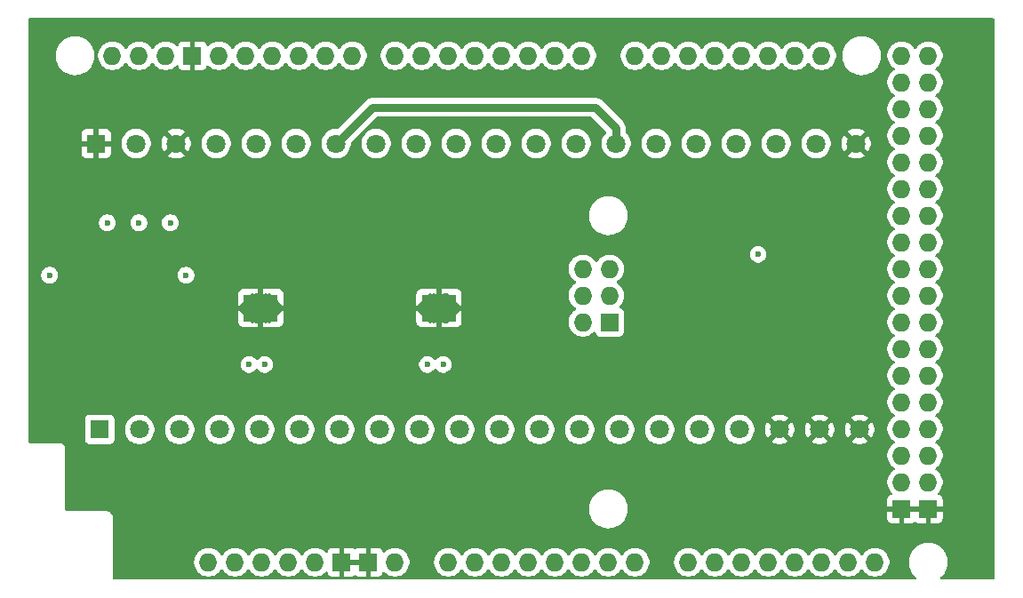
<source format=gbr>
%TF.GenerationSoftware,KiCad,Pcbnew,9.0.2*%
%TF.CreationDate,2025-06-29T11:55:11-05:00*%
%TF.ProjectId,k3ng-Rotator-v2,6b336e67-2d52-46f7-9461-746f722d7632,rev?*%
%TF.SameCoordinates,Original*%
%TF.FileFunction,Copper,L6,Bot*%
%TF.FilePolarity,Positive*%
%FSLAX46Y46*%
G04 Gerber Fmt 4.6, Leading zero omitted, Abs format (unit mm)*
G04 Created by KiCad (PCBNEW 9.0.2) date 2025-06-29 11:55:11*
%MOMM*%
%LPD*%
G01*
G04 APERTURE LIST*
%TA.AperFunction,ComponentPad*%
%ADD10R,1.800000X1.800000*%
%TD*%
%TA.AperFunction,ComponentPad*%
%ADD11C,1.800000*%
%TD*%
%TA.AperFunction,ComponentPad*%
%ADD12C,0.630000*%
%TD*%
%TA.AperFunction,SMDPad,CuDef*%
%ADD13R,3.300000X2.600000*%
%TD*%
%TA.AperFunction,ComponentPad*%
%ADD14O,1.727200X1.727200*%
%TD*%
%TA.AperFunction,ComponentPad*%
%ADD15R,1.727200X1.727200*%
%TD*%
%TA.AperFunction,ViaPad*%
%ADD16C,0.600000*%
%TD*%
%TA.AperFunction,Conductor*%
%ADD17C,0.800000*%
%TD*%
G04 APERTURE END LIST*
D10*
%TO.P,J2,01,01*%
%TO.N,GND*%
X100437470Y-67957204D03*
D11*
%TO.P,J2,02,02*%
%TO.N,+5V*%
X104247470Y-67957204D03*
%TO.P,J2,03,03*%
%TO.N,GND*%
X108057470Y-67957204D03*
%TO.P,J2,04,04*%
%TO.N,/AZEnc-A*%
X111867470Y-67957204D03*
%TO.P,J2,05,05*%
%TO.N,/AZEnc-B*%
X115677470Y-67957204D03*
%TO.P,J2,06,06*%
%TO.N,+5V*%
X119487470Y-67957204D03*
%TO.P,J2,07,07*%
%TO.N,+12V*%
X123297470Y-67957204D03*
%TO.P,J2,08,08*%
%TO.N,/ElevEnc-B*%
X127107470Y-67957204D03*
%TO.P,J2,09,09*%
%TO.N,/ElevEnc-A*%
X130917470Y-67957204D03*
%TO.P,J2,10,10*%
%TO.N,/AzM1*%
X134727470Y-67957204D03*
%TO.P,J2,11,11*%
%TO.N,/AzM2*%
X138537470Y-67957204D03*
%TO.P,J2,12,12*%
%TO.N,/ElvM2*%
X142347470Y-67957204D03*
%TO.P,J2,13,13*%
%TO.N,/ElvM1*%
X146157470Y-67957204D03*
%TO.P,J2,14,14*%
%TO.N,+12V*%
X149967470Y-67957204D03*
%TO.P,J2,15,15*%
%TO.N,/D15*%
X153777470Y-67957204D03*
%TO.P,J2,16,16*%
%TO.N,/D16*%
X157587470Y-67957204D03*
%TO.P,J2,17,17*%
%TO.N,/D17*%
X161397470Y-67957204D03*
%TO.P,J2,18,18*%
%TO.N,/SCL*%
X165207470Y-67957204D03*
%TO.P,J2,19,19*%
%TO.N,/SDA*%
X169017470Y-67957204D03*
%TO.P,J2,20,20*%
%TO.N,GND*%
X172827470Y-67957204D03*
%TD*%
D12*
%TO.P,U1,9,GND*%
%TO.N,GND*%
X131795000Y-84275000D03*
X133095000Y-84275000D03*
X134395000Y-84275000D03*
D13*
X133095000Y-83625000D03*
D12*
X131795000Y-82975000D03*
X133095000Y-82975000D03*
X134395000Y-82975000D03*
%TD*%
%TO.P,U2,9,GND*%
%TO.N,GND*%
X114824367Y-84275000D03*
X116124367Y-84275000D03*
X117424367Y-84275000D03*
D13*
X116124367Y-83625000D03*
D12*
X114824367Y-82975000D03*
X116124367Y-82975000D03*
X117424367Y-82975000D03*
%TD*%
D14*
%TO.P,A1,VIN,VIN*%
%TO.N,+12V*%
X128911500Y-107844237D03*
%TO.P,A1,SDA,SDA*%
%TO.N,unconnected-(A1-PadSDA)*%
X104527500Y-59584237D03*
%TO.P,A1,SCL,SCL*%
%TO.N,unconnected-(A1-PadSCL)*%
X101987500Y-59584237D03*
%TO.P,A1,SCK,SPI_SCK*%
%TO.N,unconnected-(A1-SPI_SCK-PadSCK)*%
X146818500Y-82444237D03*
%TO.P,A1,RST2,SPI_RESET*%
%TO.N,unconnected-(A1-SPI_RESET-PadRST2)*%
X146818500Y-84984237D03*
%TO.P,A1,RST1,RESET*%
%TO.N,unconnected-(A1-RESET-PadRST1)*%
X116211500Y-107844237D03*
%TO.P,A1,MOSI,SPI_MOSI*%
%TO.N,unconnected-(A1-SPI_MOSI-PadMOSI)*%
X149358500Y-82444237D03*
%TO.P,A1,MISO,SPI_MISO*%
%TO.N,unconnected-(A1-SPI_MISO-PadMISO)*%
X146818500Y-79904237D03*
%TO.P,A1,IORF,IOREF*%
%TO.N,unconnected-(A1-IOREF-PadIORF)*%
X113671500Y-107844237D03*
D15*
%TO.P,A1,GND6,GND*%
%TO.N,GND*%
X179711500Y-102764237D03*
%TO.P,A1,GND5,GND*%
X177171500Y-102764237D03*
%TO.P,A1,GND4,SPI_GND*%
%TO.N,unconnected-(A1-SPI_GND-PadGND4)*%
X149358500Y-84984237D03*
%TO.P,A1,GND3,GND*%
%TO.N,GND*%
X126371500Y-107844237D03*
%TO.P,A1,GND2,GND*%
X123831500Y-107844237D03*
%TO.P,A1,GND1,GND*%
X109607500Y-59584237D03*
D14*
%TO.P,A1,D53,D53_CS*%
%TO.N,unconnected-(A1-D53_CS-PadD53)*%
X179711500Y-100224237D03*
%TO.P,A1,D52,D52_SCK*%
%TO.N,unconnected-(A1-D52_SCK-PadD52)*%
X177171500Y-100224237D03*
%TO.P,A1,D51,D51_MOSI*%
%TO.N,unconnected-(A1-D51_MOSI-PadD51)*%
X179711500Y-97684237D03*
%TO.P,A1,D50,D50_MISO*%
%TO.N,unconnected-(A1-D50_MISO-PadD50)*%
X177171500Y-97684237D03*
%TO.P,A1,D49,D49*%
%TO.N,/LCD-D7*%
X179711500Y-95144237D03*
%TO.P,A1,D48,D48*%
%TO.N,unconnected-(A1-PadD48)*%
X177171500Y-95144237D03*
%TO.P,A1,D47,D47*%
%TO.N,/LCD-D6*%
X179711500Y-92604237D03*
%TO.P,A1,D46,D46*%
%TO.N,unconnected-(A1-PadD46)*%
X177171500Y-92604237D03*
%TO.P,A1,D45,D45*%
%TO.N,/LCD-D5*%
X179711500Y-90064237D03*
%TO.P,A1,D44,D44*%
%TO.N,unconnected-(A1-PadD44)*%
X177171500Y-90064237D03*
%TO.P,A1,D43,D43*%
%TO.N,/LCD-D4*%
X179711500Y-87524237D03*
%TO.P,A1,D42,D42*%
%TO.N,unconnected-(A1-PadD42)*%
X177171500Y-87524237D03*
%TO.P,A1,D41,D41*%
%TO.N,/LCD-RST*%
X179711500Y-84984237D03*
%TO.P,A1,D40,D40*%
%TO.N,unconnected-(A1-PadD40)*%
X177171500Y-84984237D03*
%TO.P,A1,D39,D39*%
%TO.N,/LCD-E*%
X179711500Y-82444237D03*
%TO.P,A1,D38,D38*%
%TO.N,unconnected-(A1-PadD38)*%
X177171500Y-82444237D03*
%TO.P,A1,D37,D37*%
%TO.N,unconnected-(A1-PadD37)*%
X179711500Y-79904237D03*
%TO.P,A1,D36,D36*%
%TO.N,unconnected-(A1-PadD36)*%
X177171500Y-79904237D03*
%TO.P,A1,D35,D35*%
%TO.N,unconnected-(A1-PadD35)*%
X179711500Y-77364237D03*
%TO.P,A1,D34,D34*%
%TO.N,unconnected-(A1-PadD34)*%
X177171500Y-77364237D03*
%TO.P,A1,D33,D33*%
%TO.N,unconnected-(A1-PadD33)*%
X179711500Y-74824237D03*
%TO.P,A1,D32,D32*%
%TO.N,unconnected-(A1-PadD32)*%
X177171500Y-74824237D03*
%TO.P,A1,D31,D31*%
%TO.N,unconnected-(A1-PadD31)*%
X179711500Y-72284237D03*
%TO.P,A1,D30,D30*%
%TO.N,unconnected-(A1-PadD30)*%
X177171500Y-72284237D03*
%TO.P,A1,D29,D29*%
%TO.N,unconnected-(A1-PadD29)*%
X179711500Y-69744237D03*
%TO.P,A1,D28,D28*%
%TO.N,unconnected-(A1-PadD28)*%
X177171500Y-69744237D03*
%TO.P,A1,D27,D27*%
%TO.N,unconnected-(A1-PadD27)*%
X179711500Y-67204237D03*
%TO.P,A1,D26,D26*%
%TO.N,unconnected-(A1-PadD26)*%
X177171500Y-67204237D03*
%TO.P,A1,D25,D25*%
%TO.N,unconnected-(A1-PadD25)*%
X179711500Y-64664237D03*
%TO.P,A1,D24,D24*%
%TO.N,unconnected-(A1-PadD24)*%
X177171500Y-64664237D03*
%TO.P,A1,D23,D23*%
%TO.N,unconnected-(A1-PadD23)*%
X179711500Y-62124237D03*
%TO.P,A1,D22,D22*%
%TO.N,unconnected-(A1-PadD22)*%
X177171500Y-62124237D03*
%TO.P,A1,D21,D21/SCL*%
%TO.N,/SDA*%
X169551500Y-59584237D03*
%TO.P,A1,D20,D20/SDA*%
%TO.N,/SCL*%
X167011500Y-59584237D03*
%TO.P,A1,D19,D19/RX1*%
%TO.N,/AZEnc-B*%
X164471500Y-59584237D03*
%TO.P,A1,D18,D18/TX1*%
%TO.N,/AZEnc-A*%
X161931500Y-59584237D03*
%TO.P,A1,D17,D17/RX2*%
%TO.N,/D17*%
X159391500Y-59584237D03*
%TO.P,A1,D16,D16/TX2*%
%TO.N,/D16*%
X156851500Y-59584237D03*
%TO.P,A1,D15,D15/RX3*%
%TO.N,/D15*%
X154311500Y-59584237D03*
%TO.P,A1,D14,D14/TX3*%
%TO.N,unconnected-(A1-D14{slash}TX3-PadD14)*%
X151771500Y-59584237D03*
%TO.P,A1,D13,D13*%
%TO.N,unconnected-(A1-PadD13)*%
X112147500Y-59584237D03*
%TO.P,A1,D12,D12*%
%TO.N,unconnected-(A1-PadD12)*%
X114687500Y-59584237D03*
%TO.P,A1,D11,D11*%
%TO.N,unconnected-(A1-PadD11)*%
X117227500Y-59584237D03*
%TO.P,A1,D10,D10*%
%TO.N,unconnected-(A1-PadD10)*%
X119767500Y-59584237D03*
%TO.P,A1,D9,D9*%
%TO.N,/ElvM1_In*%
X122307500Y-59584237D03*
%TO.P,A1,D8,D8*%
%TO.N,/ElvM2_In*%
X124847500Y-59584237D03*
%TO.P,A1,D7,D7*%
%TO.N,/AzM1_In*%
X128911500Y-59584237D03*
%TO.P,A1,D6,D6*%
%TO.N,/AzM2_In*%
X131451500Y-59584237D03*
%TO.P,A1,D5,D5*%
%TO.N,unconnected-(A1-PadD5)*%
X133991500Y-59584237D03*
%TO.P,A1,D4,D4*%
%TO.N,unconnected-(A1-PadD4)*%
X136531500Y-59584237D03*
%TO.P,A1,D3,D3_INT1*%
%TO.N,/ElevEnc-B*%
X139071500Y-59584237D03*
%TO.P,A1,D2,D2_INT0*%
%TO.N,/ElevEnc-A*%
X141611500Y-59584237D03*
%TO.P,A1,D1,D1/TX0*%
%TO.N,/Serial_TX*%
X144151500Y-59584237D03*
%TO.P,A1,D0,D0/RX0*%
%TO.N,/Serial_RX*%
X146691500Y-59584237D03*
%TO.P,A1,AREF,AREF*%
%TO.N,unconnected-(A1-PadAREF)*%
X107067500Y-59584237D03*
%TO.P,A1,A15,A15*%
%TO.N,unconnected-(A1-PadA15)*%
X174631500Y-107844237D03*
%TO.P,A1,A14,A14*%
%TO.N,unconnected-(A1-PadA14)*%
X172091500Y-107844237D03*
%TO.P,A1,A13,A13*%
%TO.N,unconnected-(A1-PadA13)*%
X169551500Y-107844237D03*
%TO.P,A1,A12,A12*%
%TO.N,unconnected-(A1-PadA12)*%
X167011500Y-107844237D03*
%TO.P,A1,A11,A11*%
%TO.N,unconnected-(A1-PadA11)*%
X164471500Y-107844237D03*
%TO.P,A1,A10,A10*%
%TO.N,unconnected-(A1-PadA10)*%
X161931500Y-107844237D03*
%TO.P,A1,A9,A9*%
%TO.N,unconnected-(A1-PadA9)*%
X159391500Y-107844237D03*
%TO.P,A1,A8,A8*%
%TO.N,unconnected-(A1-PadA8)*%
X156851500Y-107844237D03*
%TO.P,A1,A7,A7*%
%TO.N,unconnected-(A1-PadA7)*%
X151771500Y-107844237D03*
%TO.P,A1,A6,A6*%
%TO.N,unconnected-(A1-PadA6)*%
X149231500Y-107844237D03*
%TO.P,A1,A5,A5*%
%TO.N,unconnected-(A1-PadA5)*%
X146691500Y-107844237D03*
%TO.P,A1,A4,A4*%
%TO.N,unconnected-(A1-PadA4)*%
X144151500Y-107844237D03*
%TO.P,A1,A3,A3*%
%TO.N,/SW-DWN*%
X141611500Y-107844237D03*
%TO.P,A1,A2,A2*%
%TO.N,/SW-UP*%
X139071500Y-107844237D03*
%TO.P,A1,A1,A1*%
%TO.N,/SW-CCW*%
X136531500Y-107844237D03*
%TO.P,A1,A0,A0*%
%TO.N,/SW-CW*%
X133991500Y-107844237D03*
%TO.P,A1,5V4,5V*%
%TO.N,+5V*%
X179711500Y-59584237D03*
%TO.P,A1,5V3,5V*%
X177171500Y-59584237D03*
%TO.P,A1,5V2,SPI_5V*%
%TO.N,unconnected-(A1-SPI_5V-Pad5V2)*%
X149358500Y-79904237D03*
%TO.P,A1,5V1,5V*%
%TO.N,+5V*%
X121291500Y-107844237D03*
%TO.P,A1,3V3,3.3V*%
%TO.N,+3.3V*%
X118751500Y-107844237D03*
%TO.P,A1,*%
%TO.N,*%
X111131500Y-107844237D03*
%TD*%
D10*
%TO.P,J1,01,01*%
%TO.N,+5V*%
X100770148Y-95196454D03*
D11*
%TO.P,J1,02,02*%
X104580148Y-95196454D03*
%TO.P,J1,03,03*%
X108390148Y-95196454D03*
%TO.P,J1,04,04*%
%TO.N,+3.3V*%
X112200148Y-95196454D03*
%TO.P,J1,05,05*%
X116010148Y-95196454D03*
%TO.P,J1,06,06*%
%TO.N,/LCD-RST*%
X119820148Y-95196454D03*
%TO.P,J1,07,07*%
%TO.N,/LCD-E*%
X123630148Y-95196454D03*
%TO.P,J1,08,08*%
%TO.N,/LCD-D7*%
X127440148Y-95196454D03*
%TO.P,J1,09,09*%
%TO.N,/LCD-D6*%
X131250148Y-95196454D03*
%TO.P,J1,10,10*%
%TO.N,/LCD-D5*%
X135060148Y-95196454D03*
%TO.P,J1,11,11*%
%TO.N,/LCD-D4*%
X138870148Y-95196454D03*
%TO.P,J1,12,12*%
%TO.N,/SW-CW*%
X142680148Y-95196454D03*
%TO.P,J1,13,13*%
%TO.N,/SW-CCW*%
X146490148Y-95196454D03*
%TO.P,J1,14,14*%
%TO.N,/SW-UP*%
X150300148Y-95196454D03*
%TO.P,J1,15,15*%
%TO.N,/SW-DWN*%
X154110148Y-95196454D03*
%TO.P,J1,16,16*%
%TO.N,/Serial_TX*%
X157920148Y-95196454D03*
%TO.P,J1,17,17*%
%TO.N,/Serial_RX*%
X161730148Y-95196454D03*
%TO.P,J1,18,18*%
%TO.N,GND*%
X165540148Y-95196454D03*
%TO.P,J1,19,19*%
X169350148Y-95196454D03*
%TO.P,J1,20,20*%
X173160148Y-95196454D03*
%TD*%
D16*
%TO.N,GND*%
X133011000Y-77500000D03*
X123500000Y-87500000D03*
X115500000Y-78500000D03*
X97500000Y-87000000D03*
X129500000Y-86500000D03*
X124500000Y-89000000D03*
X109000000Y-87500000D03*
X140440768Y-87500000D03*
X113000000Y-86500000D03*
%TO.N,+5V*%
X96000000Y-80500000D03*
X109000000Y-80500000D03*
%TO.N,/AzM2_In*%
X133500000Y-89000000D03*
%TO.N,/ElevEnc-B*%
X104500000Y-75500000D03*
%TO.N,/ElvM2_In*%
X116500000Y-89000000D03*
%TO.N,/AZEnc-B*%
X101500000Y-75500000D03*
%TO.N,+3.3V*%
X163500000Y-78500000D03*
%TO.N,/ElevEnc-A*%
X107500000Y-75500000D03*
%TO.N,/AzM1_In*%
X132000000Y-89000000D03*
%TO.N,/ElvM1_In*%
X115000000Y-89000000D03*
%TD*%
D17*
%TO.N,+12V*%
X148000000Y-64500000D02*
X126780000Y-64500000D01*
X126780000Y-64500000D02*
X123280000Y-68000000D01*
X149950000Y-66450000D02*
X148000000Y-64500000D01*
X149950000Y-68000000D02*
X149950000Y-66450000D01*
%TD*%
%TA.AperFunction,Conductor*%
%TO.N,GND*%
G36*
X125898119Y-107648156D02*
G01*
X125863500Y-107777357D01*
X125863500Y-107911117D01*
X125898119Y-108040318D01*
X125929249Y-108094237D01*
X124273751Y-108094237D01*
X124304881Y-108040318D01*
X124339500Y-107911117D01*
X124339500Y-107777357D01*
X124304881Y-107648156D01*
X124273751Y-107594237D01*
X125929249Y-107594237D01*
X125898119Y-107648156D01*
G37*
%TD.AperFunction*%
%TA.AperFunction,Conductor*%
G36*
X179238119Y-102568156D02*
G01*
X179203500Y-102697357D01*
X179203500Y-102831117D01*
X179238119Y-102960318D01*
X179269249Y-103014237D01*
X177613751Y-103014237D01*
X177644881Y-102960318D01*
X177679500Y-102831117D01*
X177679500Y-102697357D01*
X177644881Y-102568156D01*
X177613751Y-102514237D01*
X179269249Y-102514237D01*
X179238119Y-102568156D01*
G37*
%TD.AperFunction*%
%TA.AperFunction,Conductor*%
G36*
X185942539Y-56020185D02*
G01*
X185988294Y-56072989D01*
X185999500Y-56124500D01*
X185999500Y-109375500D01*
X185979815Y-109442539D01*
X185927011Y-109488294D01*
X185875500Y-109499500D01*
X180959391Y-109499500D01*
X180892352Y-109479815D01*
X180846597Y-109427011D01*
X180836653Y-109357853D01*
X180865678Y-109294297D01*
X180883905Y-109277124D01*
X180898204Y-109266151D01*
X180934238Y-109238502D01*
X181105765Y-109066975D01*
X181253436Y-108874526D01*
X181374724Y-108664449D01*
X181467554Y-108440337D01*
X181530338Y-108206026D01*
X181562000Y-107965525D01*
X181562000Y-107722949D01*
X181530338Y-107482448D01*
X181467554Y-107248137D01*
X181374724Y-107024025D01*
X181253436Y-106813948D01*
X181192518Y-106734558D01*
X181105766Y-106621500D01*
X181105760Y-106621493D01*
X180934243Y-106449976D01*
X180934236Y-106449970D01*
X180741793Y-106302304D01*
X180741792Y-106302303D01*
X180741789Y-106302301D01*
X180531712Y-106181013D01*
X180531705Y-106181010D01*
X180307604Y-106088184D01*
X180073285Y-106025398D01*
X179832789Y-105993737D01*
X179832788Y-105993737D01*
X179590212Y-105993737D01*
X179590211Y-105993737D01*
X179349714Y-106025398D01*
X179115395Y-106088184D01*
X178891294Y-106181010D01*
X178891285Y-106181014D01*
X178681206Y-106302304D01*
X178488763Y-106449970D01*
X178488756Y-106449976D01*
X178317239Y-106621493D01*
X178317233Y-106621500D01*
X178169567Y-106813943D01*
X178048277Y-107024022D01*
X178048273Y-107024031D01*
X177955447Y-107248132D01*
X177892661Y-107482451D01*
X177861000Y-107722948D01*
X177861000Y-107965525D01*
X177892661Y-108206022D01*
X177955447Y-108440341D01*
X178048273Y-108664442D01*
X178048276Y-108664449D01*
X178169564Y-108874526D01*
X178169566Y-108874529D01*
X178169567Y-108874530D01*
X178317233Y-109066973D01*
X178317239Y-109066980D01*
X178488756Y-109238497D01*
X178488763Y-109238503D01*
X178539095Y-109277124D01*
X178580298Y-109333551D01*
X178584453Y-109403297D01*
X178550241Y-109464218D01*
X178488524Y-109496971D01*
X178463609Y-109499500D01*
X102124500Y-109499500D01*
X102057461Y-109479815D01*
X102011706Y-109427011D01*
X102000500Y-109375500D01*
X102000500Y-107736880D01*
X109767400Y-107736880D01*
X109767400Y-107951594D01*
X109781453Y-108040318D01*
X109800989Y-108163665D01*
X109867337Y-108367867D01*
X109867338Y-108367870D01*
X109951152Y-108532362D01*
X109964817Y-108559181D01*
X110091023Y-108732888D01*
X110242849Y-108884714D01*
X110416556Y-109010920D01*
X110510388Y-109058729D01*
X110607866Y-109108398D01*
X110607869Y-109108399D01*
X110709970Y-109141573D01*
X110812073Y-109174748D01*
X111024143Y-109208337D01*
X111024144Y-109208337D01*
X111238856Y-109208337D01*
X111238857Y-109208337D01*
X111450927Y-109174748D01*
X111655133Y-109108398D01*
X111846444Y-109010920D01*
X112020151Y-108884714D01*
X112171977Y-108732888D01*
X112298183Y-108559181D01*
X112298183Y-108559180D01*
X112301047Y-108555239D01*
X112302978Y-108556642D01*
X112347427Y-108516315D01*
X112416340Y-108504795D01*
X112480542Y-108532362D01*
X112500978Y-108555946D01*
X112501953Y-108555239D01*
X112504816Y-108559180D01*
X112504817Y-108559181D01*
X112631023Y-108732888D01*
X112782849Y-108884714D01*
X112956556Y-109010920D01*
X113050388Y-109058729D01*
X113147866Y-109108398D01*
X113147869Y-109108399D01*
X113249970Y-109141573D01*
X113352073Y-109174748D01*
X113564143Y-109208337D01*
X113564144Y-109208337D01*
X113778856Y-109208337D01*
X113778857Y-109208337D01*
X113990927Y-109174748D01*
X114195133Y-109108398D01*
X114386444Y-109010920D01*
X114560151Y-108884714D01*
X114711977Y-108732888D01*
X114838183Y-108559181D01*
X114838183Y-108559180D01*
X114841047Y-108555239D01*
X114842978Y-108556642D01*
X114887427Y-108516315D01*
X114956340Y-108504795D01*
X115020542Y-108532362D01*
X115040978Y-108555946D01*
X115041953Y-108555239D01*
X115044816Y-108559180D01*
X115044817Y-108559181D01*
X115171023Y-108732888D01*
X115322849Y-108884714D01*
X115496556Y-109010920D01*
X115590388Y-109058729D01*
X115687866Y-109108398D01*
X115687869Y-109108399D01*
X115789970Y-109141573D01*
X115892073Y-109174748D01*
X116104143Y-109208337D01*
X116104144Y-109208337D01*
X116318856Y-109208337D01*
X116318857Y-109208337D01*
X116530927Y-109174748D01*
X116735133Y-109108398D01*
X116926444Y-109010920D01*
X117100151Y-108884714D01*
X117251977Y-108732888D01*
X117378183Y-108559181D01*
X117378183Y-108559180D01*
X117381047Y-108555239D01*
X117382978Y-108556642D01*
X117427427Y-108516315D01*
X117496340Y-108504795D01*
X117560542Y-108532362D01*
X117580978Y-108555946D01*
X117581953Y-108555239D01*
X117584816Y-108559180D01*
X117584817Y-108559181D01*
X117711023Y-108732888D01*
X117862849Y-108884714D01*
X118036556Y-109010920D01*
X118130388Y-109058729D01*
X118227866Y-109108398D01*
X118227869Y-109108399D01*
X118329970Y-109141573D01*
X118432073Y-109174748D01*
X118644143Y-109208337D01*
X118644144Y-109208337D01*
X118858856Y-109208337D01*
X118858857Y-109208337D01*
X119070927Y-109174748D01*
X119275133Y-109108398D01*
X119466444Y-109010920D01*
X119640151Y-108884714D01*
X119791977Y-108732888D01*
X119918183Y-108559181D01*
X119918183Y-108559180D01*
X119921047Y-108555239D01*
X119922978Y-108556642D01*
X119967427Y-108516315D01*
X120036340Y-108504795D01*
X120100542Y-108532362D01*
X120120978Y-108555946D01*
X120121953Y-108555239D01*
X120124816Y-108559180D01*
X120124817Y-108559181D01*
X120251023Y-108732888D01*
X120402849Y-108884714D01*
X120576556Y-109010920D01*
X120670388Y-109058729D01*
X120767866Y-109108398D01*
X120767869Y-109108399D01*
X120869970Y-109141573D01*
X120972073Y-109174748D01*
X121184143Y-109208337D01*
X121184144Y-109208337D01*
X121398856Y-109208337D01*
X121398857Y-109208337D01*
X121610927Y-109174748D01*
X121815133Y-109108398D01*
X122006444Y-109010920D01*
X122180151Y-108884714D01*
X122276842Y-108788022D01*
X122338161Y-108754540D01*
X122407853Y-108759524D01*
X122463787Y-108801395D01*
X122480702Y-108832373D01*
X122524545Y-108949923D01*
X122524549Y-108949930D01*
X122610709Y-109065024D01*
X122610712Y-109065027D01*
X122725806Y-109151187D01*
X122725813Y-109151191D01*
X122860520Y-109201433D01*
X122860527Y-109201435D01*
X122920055Y-109207836D01*
X122920072Y-109207837D01*
X123581500Y-109207837D01*
X123581500Y-108286488D01*
X123635419Y-108317618D01*
X123764620Y-108352237D01*
X123898380Y-108352237D01*
X124027581Y-108317618D01*
X124081500Y-108286488D01*
X124081500Y-109207837D01*
X124742928Y-109207837D01*
X124742944Y-109207836D01*
X124802472Y-109201435D01*
X124802479Y-109201433D01*
X124937186Y-109151191D01*
X124937189Y-109151189D01*
X125027188Y-109083816D01*
X125092652Y-109059398D01*
X125160926Y-109074249D01*
X125175812Y-109083816D01*
X125265810Y-109151189D01*
X125265813Y-109151191D01*
X125400520Y-109201433D01*
X125400527Y-109201435D01*
X125460055Y-109207836D01*
X125460072Y-109207837D01*
X126121500Y-109207837D01*
X126121500Y-108286488D01*
X126175419Y-108317618D01*
X126304620Y-108352237D01*
X126438380Y-108352237D01*
X126567581Y-108317618D01*
X126621500Y-108286488D01*
X126621500Y-109207837D01*
X127282928Y-109207837D01*
X127282944Y-109207836D01*
X127342472Y-109201435D01*
X127342479Y-109201433D01*
X127477186Y-109151191D01*
X127477193Y-109151187D01*
X127592287Y-109065027D01*
X127592290Y-109065024D01*
X127678450Y-108949930D01*
X127678455Y-108949921D01*
X127722297Y-108832374D01*
X127764168Y-108776440D01*
X127829632Y-108752022D01*
X127897905Y-108766873D01*
X127926160Y-108788025D01*
X128022849Y-108884714D01*
X128196556Y-109010920D01*
X128290388Y-109058729D01*
X128387866Y-109108398D01*
X128387869Y-109108399D01*
X128489970Y-109141573D01*
X128592073Y-109174748D01*
X128804143Y-109208337D01*
X128804144Y-109208337D01*
X129018856Y-109208337D01*
X129018857Y-109208337D01*
X129230927Y-109174748D01*
X129435133Y-109108398D01*
X129626444Y-109010920D01*
X129800151Y-108884714D01*
X129951977Y-108732888D01*
X130078183Y-108559181D01*
X130175661Y-108367870D01*
X130242011Y-108163664D01*
X130275600Y-107951594D01*
X130275600Y-107736880D01*
X132627400Y-107736880D01*
X132627400Y-107951594D01*
X132641453Y-108040318D01*
X132660989Y-108163665D01*
X132727337Y-108367867D01*
X132727338Y-108367870D01*
X132811152Y-108532362D01*
X132824817Y-108559181D01*
X132951023Y-108732888D01*
X133102849Y-108884714D01*
X133276556Y-109010920D01*
X133370388Y-109058729D01*
X133467866Y-109108398D01*
X133467869Y-109108399D01*
X133569970Y-109141573D01*
X133672073Y-109174748D01*
X133884143Y-109208337D01*
X133884144Y-109208337D01*
X134098856Y-109208337D01*
X134098857Y-109208337D01*
X134310927Y-109174748D01*
X134515133Y-109108398D01*
X134706444Y-109010920D01*
X134880151Y-108884714D01*
X135031977Y-108732888D01*
X135158183Y-108559181D01*
X135158183Y-108559180D01*
X135161047Y-108555239D01*
X135162978Y-108556642D01*
X135207427Y-108516315D01*
X135276340Y-108504795D01*
X135340542Y-108532362D01*
X135360978Y-108555946D01*
X135361953Y-108555239D01*
X135364816Y-108559180D01*
X135364817Y-108559181D01*
X135491023Y-108732888D01*
X135642849Y-108884714D01*
X135816556Y-109010920D01*
X135910388Y-109058729D01*
X136007866Y-109108398D01*
X136007869Y-109108399D01*
X136109970Y-109141573D01*
X136212073Y-109174748D01*
X136424143Y-109208337D01*
X136424144Y-109208337D01*
X136638856Y-109208337D01*
X136638857Y-109208337D01*
X136850927Y-109174748D01*
X137055133Y-109108398D01*
X137246444Y-109010920D01*
X137420151Y-108884714D01*
X137571977Y-108732888D01*
X137698183Y-108559181D01*
X137698183Y-108559180D01*
X137701047Y-108555239D01*
X137702978Y-108556642D01*
X137747427Y-108516315D01*
X137816340Y-108504795D01*
X137880542Y-108532362D01*
X137900978Y-108555946D01*
X137901953Y-108555239D01*
X137904816Y-108559180D01*
X137904817Y-108559181D01*
X138031023Y-108732888D01*
X138182849Y-108884714D01*
X138356556Y-109010920D01*
X138450388Y-109058729D01*
X138547866Y-109108398D01*
X138547869Y-109108399D01*
X138649970Y-109141573D01*
X138752073Y-109174748D01*
X138964143Y-109208337D01*
X138964144Y-109208337D01*
X139178856Y-109208337D01*
X139178857Y-109208337D01*
X139390927Y-109174748D01*
X139595133Y-109108398D01*
X139786444Y-109010920D01*
X139960151Y-108884714D01*
X140111977Y-108732888D01*
X140238183Y-108559181D01*
X140238183Y-108559180D01*
X140241047Y-108555239D01*
X140242978Y-108556642D01*
X140287427Y-108516315D01*
X140356340Y-108504795D01*
X140420542Y-108532362D01*
X140440978Y-108555946D01*
X140441953Y-108555239D01*
X140444816Y-108559180D01*
X140444817Y-108559181D01*
X140571023Y-108732888D01*
X140722849Y-108884714D01*
X140896556Y-109010920D01*
X140990388Y-109058729D01*
X141087866Y-109108398D01*
X141087869Y-109108399D01*
X141189970Y-109141573D01*
X141292073Y-109174748D01*
X141504143Y-109208337D01*
X141504144Y-109208337D01*
X141718856Y-109208337D01*
X141718857Y-109208337D01*
X141930927Y-109174748D01*
X142135133Y-109108398D01*
X142326444Y-109010920D01*
X142500151Y-108884714D01*
X142651977Y-108732888D01*
X142778183Y-108559181D01*
X142778183Y-108559180D01*
X142781047Y-108555239D01*
X142782978Y-108556642D01*
X142827427Y-108516315D01*
X142896340Y-108504795D01*
X142960542Y-108532362D01*
X142980978Y-108555946D01*
X142981953Y-108555239D01*
X142984816Y-108559180D01*
X142984817Y-108559181D01*
X143111023Y-108732888D01*
X143262849Y-108884714D01*
X143436556Y-109010920D01*
X143530388Y-109058729D01*
X143627866Y-109108398D01*
X143627869Y-109108399D01*
X143729970Y-109141573D01*
X143832073Y-109174748D01*
X144044143Y-109208337D01*
X144044144Y-109208337D01*
X144258856Y-109208337D01*
X144258857Y-109208337D01*
X144470927Y-109174748D01*
X144675133Y-109108398D01*
X144866444Y-109010920D01*
X145040151Y-108884714D01*
X145191977Y-108732888D01*
X145318183Y-108559181D01*
X145318183Y-108559180D01*
X145321047Y-108555239D01*
X145322978Y-108556642D01*
X145367427Y-108516315D01*
X145436340Y-108504795D01*
X145500542Y-108532362D01*
X145520978Y-108555946D01*
X145521953Y-108555239D01*
X145524816Y-108559180D01*
X145524817Y-108559181D01*
X145651023Y-108732888D01*
X145802849Y-108884714D01*
X145976556Y-109010920D01*
X146070388Y-109058729D01*
X146167866Y-109108398D01*
X146167869Y-109108399D01*
X146269970Y-109141573D01*
X146372073Y-109174748D01*
X146584143Y-109208337D01*
X146584144Y-109208337D01*
X146798856Y-109208337D01*
X146798857Y-109208337D01*
X147010927Y-109174748D01*
X147215133Y-109108398D01*
X147406444Y-109010920D01*
X147580151Y-108884714D01*
X147731977Y-108732888D01*
X147858183Y-108559181D01*
X147858183Y-108559180D01*
X147861047Y-108555239D01*
X147862978Y-108556642D01*
X147907427Y-108516315D01*
X147976340Y-108504795D01*
X148040542Y-108532362D01*
X148060978Y-108555946D01*
X148061953Y-108555239D01*
X148064816Y-108559180D01*
X148064817Y-108559181D01*
X148191023Y-108732888D01*
X148342849Y-108884714D01*
X148516556Y-109010920D01*
X148610388Y-109058729D01*
X148707866Y-109108398D01*
X148707869Y-109108399D01*
X148809970Y-109141573D01*
X148912073Y-109174748D01*
X149124143Y-109208337D01*
X149124144Y-109208337D01*
X149338856Y-109208337D01*
X149338857Y-109208337D01*
X149550927Y-109174748D01*
X149755133Y-109108398D01*
X149946444Y-109010920D01*
X150120151Y-108884714D01*
X150271977Y-108732888D01*
X150398183Y-108559181D01*
X150398183Y-108559180D01*
X150401047Y-108555239D01*
X150402978Y-108556642D01*
X150447427Y-108516315D01*
X150516340Y-108504795D01*
X150580542Y-108532362D01*
X150600978Y-108555946D01*
X150601953Y-108555239D01*
X150604816Y-108559180D01*
X150604817Y-108559181D01*
X150731023Y-108732888D01*
X150882849Y-108884714D01*
X151056556Y-109010920D01*
X151150388Y-109058729D01*
X151247866Y-109108398D01*
X151247869Y-109108399D01*
X151349970Y-109141573D01*
X151452073Y-109174748D01*
X151664143Y-109208337D01*
X151664144Y-109208337D01*
X151878856Y-109208337D01*
X151878857Y-109208337D01*
X152090927Y-109174748D01*
X152295133Y-109108398D01*
X152486444Y-109010920D01*
X152660151Y-108884714D01*
X152811977Y-108732888D01*
X152938183Y-108559181D01*
X153035661Y-108367870D01*
X153102011Y-108163664D01*
X153135600Y-107951594D01*
X153135600Y-107736880D01*
X155487400Y-107736880D01*
X155487400Y-107951594D01*
X155501453Y-108040318D01*
X155520989Y-108163665D01*
X155587337Y-108367867D01*
X155587338Y-108367870D01*
X155671152Y-108532362D01*
X155684817Y-108559181D01*
X155811023Y-108732888D01*
X155962849Y-108884714D01*
X156136556Y-109010920D01*
X156230388Y-109058729D01*
X156327866Y-109108398D01*
X156327869Y-109108399D01*
X156429970Y-109141573D01*
X156532073Y-109174748D01*
X156744143Y-109208337D01*
X156744144Y-109208337D01*
X156958856Y-109208337D01*
X156958857Y-109208337D01*
X157170927Y-109174748D01*
X157375133Y-109108398D01*
X157566444Y-109010920D01*
X157740151Y-108884714D01*
X157891977Y-108732888D01*
X158018183Y-108559181D01*
X158018183Y-108559180D01*
X158021047Y-108555239D01*
X158022978Y-108556642D01*
X158067427Y-108516315D01*
X158136340Y-108504795D01*
X158200542Y-108532362D01*
X158220978Y-108555946D01*
X158221953Y-108555239D01*
X158224816Y-108559180D01*
X158224817Y-108559181D01*
X158351023Y-108732888D01*
X158502849Y-108884714D01*
X158676556Y-109010920D01*
X158770388Y-109058729D01*
X158867866Y-109108398D01*
X158867869Y-109108399D01*
X158969970Y-109141573D01*
X159072073Y-109174748D01*
X159284143Y-109208337D01*
X159284144Y-109208337D01*
X159498856Y-109208337D01*
X159498857Y-109208337D01*
X159710927Y-109174748D01*
X159915133Y-109108398D01*
X160106444Y-109010920D01*
X160280151Y-108884714D01*
X160431977Y-108732888D01*
X160558183Y-108559181D01*
X160558183Y-108559180D01*
X160561047Y-108555239D01*
X160562978Y-108556642D01*
X160607427Y-108516315D01*
X160676340Y-108504795D01*
X160740542Y-108532362D01*
X160760978Y-108555946D01*
X160761953Y-108555239D01*
X160764816Y-108559180D01*
X160764817Y-108559181D01*
X160891023Y-108732888D01*
X161042849Y-108884714D01*
X161216556Y-109010920D01*
X161310388Y-109058729D01*
X161407866Y-109108398D01*
X161407869Y-109108399D01*
X161509970Y-109141573D01*
X161612073Y-109174748D01*
X161824143Y-109208337D01*
X161824144Y-109208337D01*
X162038856Y-109208337D01*
X162038857Y-109208337D01*
X162250927Y-109174748D01*
X162455133Y-109108398D01*
X162646444Y-109010920D01*
X162820151Y-108884714D01*
X162971977Y-108732888D01*
X163098183Y-108559181D01*
X163098183Y-108559180D01*
X163101047Y-108555239D01*
X163102978Y-108556642D01*
X163147427Y-108516315D01*
X163216340Y-108504795D01*
X163280542Y-108532362D01*
X163300978Y-108555946D01*
X163301953Y-108555239D01*
X163304816Y-108559180D01*
X163304817Y-108559181D01*
X163431023Y-108732888D01*
X163582849Y-108884714D01*
X163756556Y-109010920D01*
X163850388Y-109058729D01*
X163947866Y-109108398D01*
X163947869Y-109108399D01*
X164049970Y-109141573D01*
X164152073Y-109174748D01*
X164364143Y-109208337D01*
X164364144Y-109208337D01*
X164578856Y-109208337D01*
X164578857Y-109208337D01*
X164790927Y-109174748D01*
X164995133Y-109108398D01*
X165186444Y-109010920D01*
X165360151Y-108884714D01*
X165511977Y-108732888D01*
X165638183Y-108559181D01*
X165638183Y-108559180D01*
X165641047Y-108555239D01*
X165642978Y-108556642D01*
X165687427Y-108516315D01*
X165756340Y-108504795D01*
X165820542Y-108532362D01*
X165840978Y-108555946D01*
X165841953Y-108555239D01*
X165844816Y-108559180D01*
X165844817Y-108559181D01*
X165971023Y-108732888D01*
X166122849Y-108884714D01*
X166296556Y-109010920D01*
X166390388Y-109058729D01*
X166487866Y-109108398D01*
X166487869Y-109108399D01*
X166589970Y-109141573D01*
X166692073Y-109174748D01*
X166904143Y-109208337D01*
X166904144Y-109208337D01*
X167118856Y-109208337D01*
X167118857Y-109208337D01*
X167330927Y-109174748D01*
X167535133Y-109108398D01*
X167726444Y-109010920D01*
X167900151Y-108884714D01*
X168051977Y-108732888D01*
X168178183Y-108559181D01*
X168178183Y-108559180D01*
X168181047Y-108555239D01*
X168182978Y-108556642D01*
X168227427Y-108516315D01*
X168296340Y-108504795D01*
X168360542Y-108532362D01*
X168380978Y-108555946D01*
X168381953Y-108555239D01*
X168384816Y-108559180D01*
X168384817Y-108559181D01*
X168511023Y-108732888D01*
X168662849Y-108884714D01*
X168836556Y-109010920D01*
X168930388Y-109058729D01*
X169027866Y-109108398D01*
X169027869Y-109108399D01*
X169129970Y-109141573D01*
X169232073Y-109174748D01*
X169444143Y-109208337D01*
X169444144Y-109208337D01*
X169658856Y-109208337D01*
X169658857Y-109208337D01*
X169870927Y-109174748D01*
X170075133Y-109108398D01*
X170266444Y-109010920D01*
X170440151Y-108884714D01*
X170591977Y-108732888D01*
X170718183Y-108559181D01*
X170718183Y-108559180D01*
X170721047Y-108555239D01*
X170722978Y-108556642D01*
X170767427Y-108516315D01*
X170836340Y-108504795D01*
X170900542Y-108532362D01*
X170920978Y-108555946D01*
X170921953Y-108555239D01*
X170924816Y-108559180D01*
X170924817Y-108559181D01*
X171051023Y-108732888D01*
X171202849Y-108884714D01*
X171376556Y-109010920D01*
X171470388Y-109058729D01*
X171567866Y-109108398D01*
X171567869Y-109108399D01*
X171669970Y-109141573D01*
X171772073Y-109174748D01*
X171984143Y-109208337D01*
X171984144Y-109208337D01*
X172198856Y-109208337D01*
X172198857Y-109208337D01*
X172410927Y-109174748D01*
X172615133Y-109108398D01*
X172806444Y-109010920D01*
X172980151Y-108884714D01*
X173131977Y-108732888D01*
X173258183Y-108559181D01*
X173258183Y-108559180D01*
X173261047Y-108555239D01*
X173262978Y-108556642D01*
X173307427Y-108516315D01*
X173376340Y-108504795D01*
X173440542Y-108532362D01*
X173460978Y-108555946D01*
X173461953Y-108555239D01*
X173464816Y-108559180D01*
X173464817Y-108559181D01*
X173591023Y-108732888D01*
X173742849Y-108884714D01*
X173916556Y-109010920D01*
X174010388Y-109058729D01*
X174107866Y-109108398D01*
X174107869Y-109108399D01*
X174209970Y-109141573D01*
X174312073Y-109174748D01*
X174524143Y-109208337D01*
X174524144Y-109208337D01*
X174738856Y-109208337D01*
X174738857Y-109208337D01*
X174950927Y-109174748D01*
X175155133Y-109108398D01*
X175346444Y-109010920D01*
X175520151Y-108884714D01*
X175671977Y-108732888D01*
X175798183Y-108559181D01*
X175895661Y-108367870D01*
X175962011Y-108163664D01*
X175995600Y-107951594D01*
X175995600Y-107736880D01*
X175962011Y-107524810D01*
X175901500Y-107338574D01*
X175895662Y-107320606D01*
X175895661Y-107320603D01*
X175811766Y-107155952D01*
X175798183Y-107129293D01*
X175671977Y-106955586D01*
X175520151Y-106803760D01*
X175346444Y-106677554D01*
X175155133Y-106580075D01*
X175155130Y-106580074D01*
X174950928Y-106513726D01*
X174782440Y-106487040D01*
X174738857Y-106480137D01*
X174524143Y-106480137D01*
X174480560Y-106487040D01*
X174312071Y-106513726D01*
X174107869Y-106580074D01*
X174107866Y-106580075D01*
X173916555Y-106677554D01*
X173817449Y-106749559D01*
X173742849Y-106803760D01*
X173742847Y-106803762D01*
X173742846Y-106803762D01*
X173591025Y-106955583D01*
X173591025Y-106955584D01*
X173591023Y-106955586D01*
X173541301Y-107024022D01*
X173461953Y-107133235D01*
X173460062Y-107131861D01*
X173415348Y-107172267D01*
X173346411Y-107183648D01*
X173282265Y-107155952D01*
X173261988Y-107132551D01*
X173261047Y-107133235D01*
X173258182Y-107129292D01*
X173131977Y-106955586D01*
X172980151Y-106803760D01*
X172806444Y-106677554D01*
X172615133Y-106580075D01*
X172615130Y-106580074D01*
X172410928Y-106513726D01*
X172242440Y-106487040D01*
X172198857Y-106480137D01*
X171984143Y-106480137D01*
X171940560Y-106487040D01*
X171772071Y-106513726D01*
X171567869Y-106580074D01*
X171567866Y-106580075D01*
X171376555Y-106677554D01*
X171277449Y-106749559D01*
X171202849Y-106803760D01*
X171202847Y-106803762D01*
X171202846Y-106803762D01*
X171051025Y-106955583D01*
X171051025Y-106955584D01*
X171051023Y-106955586D01*
X171001301Y-107024022D01*
X170921953Y-107133235D01*
X170920062Y-107131861D01*
X170875348Y-107172267D01*
X170806411Y-107183648D01*
X170742265Y-107155952D01*
X170721988Y-107132551D01*
X170721047Y-107133235D01*
X170718182Y-107129292D01*
X170591977Y-106955586D01*
X170440151Y-106803760D01*
X170266444Y-106677554D01*
X170075133Y-106580075D01*
X170075130Y-106580074D01*
X169870928Y-106513726D01*
X169702440Y-106487040D01*
X169658857Y-106480137D01*
X169444143Y-106480137D01*
X169400560Y-106487040D01*
X169232071Y-106513726D01*
X169027869Y-106580074D01*
X169027866Y-106580075D01*
X168836555Y-106677554D01*
X168737449Y-106749559D01*
X168662849Y-106803760D01*
X168662847Y-106803762D01*
X168662846Y-106803762D01*
X168511025Y-106955583D01*
X168511025Y-106955584D01*
X168511023Y-106955586D01*
X168461301Y-107024022D01*
X168381953Y-107133235D01*
X168380062Y-107131861D01*
X168335348Y-107172267D01*
X168266411Y-107183648D01*
X168202265Y-107155952D01*
X168181988Y-107132551D01*
X168181047Y-107133235D01*
X168178182Y-107129292D01*
X168051977Y-106955586D01*
X167900151Y-106803760D01*
X167726444Y-106677554D01*
X167535133Y-106580075D01*
X167535130Y-106580074D01*
X167330928Y-106513726D01*
X167162440Y-106487040D01*
X167118857Y-106480137D01*
X166904143Y-106480137D01*
X166860560Y-106487040D01*
X166692071Y-106513726D01*
X166487869Y-106580074D01*
X166487866Y-106580075D01*
X166296555Y-106677554D01*
X166197449Y-106749559D01*
X166122849Y-106803760D01*
X166122847Y-106803762D01*
X166122846Y-106803762D01*
X165971025Y-106955583D01*
X165971025Y-106955584D01*
X165971023Y-106955586D01*
X165921301Y-107024022D01*
X165841953Y-107133235D01*
X165840062Y-107131861D01*
X165795348Y-107172267D01*
X165726411Y-107183648D01*
X165662265Y-107155952D01*
X165641988Y-107132551D01*
X165641047Y-107133235D01*
X165638182Y-107129292D01*
X165511977Y-106955586D01*
X165360151Y-106803760D01*
X165186444Y-106677554D01*
X164995133Y-106580075D01*
X164995130Y-106580074D01*
X164790928Y-106513726D01*
X164622440Y-106487040D01*
X164578857Y-106480137D01*
X164364143Y-106480137D01*
X164320560Y-106487040D01*
X164152071Y-106513726D01*
X163947869Y-106580074D01*
X163947866Y-106580075D01*
X163756555Y-106677554D01*
X163657449Y-106749559D01*
X163582849Y-106803760D01*
X163582847Y-106803762D01*
X163582846Y-106803762D01*
X163431025Y-106955583D01*
X163431025Y-106955584D01*
X163431023Y-106955586D01*
X163381301Y-107024022D01*
X163301953Y-107133235D01*
X163300062Y-107131861D01*
X163255348Y-107172267D01*
X163186411Y-107183648D01*
X163122265Y-107155952D01*
X163101988Y-107132551D01*
X163101047Y-107133235D01*
X163098182Y-107129292D01*
X162971977Y-106955586D01*
X162820151Y-106803760D01*
X162646444Y-106677554D01*
X162455133Y-106580075D01*
X162455130Y-106580074D01*
X162250928Y-106513726D01*
X162082440Y-106487040D01*
X162038857Y-106480137D01*
X161824143Y-106480137D01*
X161780560Y-106487040D01*
X161612071Y-106513726D01*
X161407869Y-106580074D01*
X161407866Y-106580075D01*
X161216555Y-106677554D01*
X161117449Y-106749559D01*
X161042849Y-106803760D01*
X161042847Y-106803762D01*
X161042846Y-106803762D01*
X160891025Y-106955583D01*
X160891025Y-106955584D01*
X160891023Y-106955586D01*
X160841301Y-107024022D01*
X160761953Y-107133235D01*
X160760062Y-107131861D01*
X160715348Y-107172267D01*
X160646411Y-107183648D01*
X160582265Y-107155952D01*
X160561988Y-107132551D01*
X160561047Y-107133235D01*
X160558182Y-107129292D01*
X160431977Y-106955586D01*
X160280151Y-106803760D01*
X160106444Y-106677554D01*
X159915133Y-106580075D01*
X159915130Y-106580074D01*
X159710928Y-106513726D01*
X159542440Y-106487040D01*
X159498857Y-106480137D01*
X159284143Y-106480137D01*
X159240560Y-106487040D01*
X159072071Y-106513726D01*
X158867869Y-106580074D01*
X158867866Y-106580075D01*
X158676555Y-106677554D01*
X158577449Y-106749559D01*
X158502849Y-106803760D01*
X158502847Y-106803762D01*
X158502846Y-106803762D01*
X158351025Y-106955583D01*
X158351025Y-106955584D01*
X158351023Y-106955586D01*
X158301301Y-107024022D01*
X158221953Y-107133235D01*
X158220062Y-107131861D01*
X158175348Y-107172267D01*
X158106411Y-107183648D01*
X158042265Y-107155952D01*
X158021988Y-107132551D01*
X158021047Y-107133235D01*
X158018182Y-107129292D01*
X157891977Y-106955586D01*
X157740151Y-106803760D01*
X157566444Y-106677554D01*
X157375133Y-106580075D01*
X157375130Y-106580074D01*
X157170928Y-106513726D01*
X157002440Y-106487040D01*
X156958857Y-106480137D01*
X156744143Y-106480137D01*
X156700560Y-106487040D01*
X156532071Y-106513726D01*
X156327869Y-106580074D01*
X156327866Y-106580075D01*
X156136555Y-106677554D01*
X156037449Y-106749559D01*
X155962849Y-106803760D01*
X155962847Y-106803762D01*
X155962846Y-106803762D01*
X155811025Y-106955583D01*
X155811025Y-106955584D01*
X155811023Y-106955586D01*
X155761301Y-107024022D01*
X155684817Y-107129292D01*
X155587338Y-107320603D01*
X155587337Y-107320606D01*
X155520989Y-107524808D01*
X155501453Y-107648156D01*
X155487400Y-107736880D01*
X153135600Y-107736880D01*
X153102011Y-107524810D01*
X153041500Y-107338574D01*
X153035662Y-107320606D01*
X153035661Y-107320603D01*
X152951766Y-107155952D01*
X152938183Y-107129293D01*
X152811977Y-106955586D01*
X152660151Y-106803760D01*
X152486444Y-106677554D01*
X152295133Y-106580075D01*
X152295130Y-106580074D01*
X152090928Y-106513726D01*
X151922440Y-106487040D01*
X151878857Y-106480137D01*
X151664143Y-106480137D01*
X151620560Y-106487040D01*
X151452071Y-106513726D01*
X151247869Y-106580074D01*
X151247866Y-106580075D01*
X151056555Y-106677554D01*
X150957449Y-106749559D01*
X150882849Y-106803760D01*
X150882847Y-106803762D01*
X150882846Y-106803762D01*
X150731025Y-106955583D01*
X150731025Y-106955584D01*
X150731023Y-106955586D01*
X150681301Y-107024022D01*
X150601953Y-107133235D01*
X150600062Y-107131861D01*
X150555348Y-107172267D01*
X150486411Y-107183648D01*
X150422265Y-107155952D01*
X150401988Y-107132551D01*
X150401047Y-107133235D01*
X150398182Y-107129292D01*
X150271977Y-106955586D01*
X150120151Y-106803760D01*
X149946444Y-106677554D01*
X149755133Y-106580075D01*
X149755130Y-106580074D01*
X149550928Y-106513726D01*
X149382440Y-106487040D01*
X149338857Y-106480137D01*
X149124143Y-106480137D01*
X149080560Y-106487040D01*
X148912071Y-106513726D01*
X148707869Y-106580074D01*
X148707866Y-106580075D01*
X148516555Y-106677554D01*
X148417449Y-106749559D01*
X148342849Y-106803760D01*
X148342847Y-106803762D01*
X148342846Y-106803762D01*
X148191025Y-106955583D01*
X148191025Y-106955584D01*
X148191023Y-106955586D01*
X148141301Y-107024022D01*
X148061953Y-107133235D01*
X148060062Y-107131861D01*
X148015348Y-107172267D01*
X147946411Y-107183648D01*
X147882265Y-107155952D01*
X147861988Y-107132551D01*
X147861047Y-107133235D01*
X147858182Y-107129292D01*
X147731977Y-106955586D01*
X147580151Y-106803760D01*
X147406444Y-106677554D01*
X147215133Y-106580075D01*
X147215130Y-106580074D01*
X147010928Y-106513726D01*
X146842440Y-106487040D01*
X146798857Y-106480137D01*
X146584143Y-106480137D01*
X146540560Y-106487040D01*
X146372071Y-106513726D01*
X146167869Y-106580074D01*
X146167866Y-106580075D01*
X145976555Y-106677554D01*
X145877449Y-106749559D01*
X145802849Y-106803760D01*
X145802847Y-106803762D01*
X145802846Y-106803762D01*
X145651025Y-106955583D01*
X145651025Y-106955584D01*
X145651023Y-106955586D01*
X145601301Y-107024022D01*
X145521953Y-107133235D01*
X145520062Y-107131861D01*
X145475348Y-107172267D01*
X145406411Y-107183648D01*
X145342265Y-107155952D01*
X145321988Y-107132551D01*
X145321047Y-107133235D01*
X145318182Y-107129292D01*
X145191977Y-106955586D01*
X145040151Y-106803760D01*
X144866444Y-106677554D01*
X144675133Y-106580075D01*
X144675130Y-106580074D01*
X144470928Y-106513726D01*
X144302440Y-106487040D01*
X144258857Y-106480137D01*
X144044143Y-106480137D01*
X144000560Y-106487040D01*
X143832071Y-106513726D01*
X143627869Y-106580074D01*
X143627866Y-106580075D01*
X143436555Y-106677554D01*
X143337449Y-106749559D01*
X143262849Y-106803760D01*
X143262847Y-106803762D01*
X143262846Y-106803762D01*
X143111025Y-106955583D01*
X143111025Y-106955584D01*
X143111023Y-106955586D01*
X143061301Y-107024022D01*
X142981953Y-107133235D01*
X142980062Y-107131861D01*
X142935348Y-107172267D01*
X142866411Y-107183648D01*
X142802265Y-107155952D01*
X142781988Y-107132551D01*
X142781047Y-107133235D01*
X142778182Y-107129292D01*
X142651977Y-106955586D01*
X142500151Y-106803760D01*
X142326444Y-106677554D01*
X142135133Y-106580075D01*
X142135130Y-106580074D01*
X141930928Y-106513726D01*
X141762440Y-106487040D01*
X141718857Y-106480137D01*
X141504143Y-106480137D01*
X141460560Y-106487040D01*
X141292071Y-106513726D01*
X141087869Y-106580074D01*
X141087866Y-106580075D01*
X140896555Y-106677554D01*
X140797449Y-106749559D01*
X140722849Y-106803760D01*
X140722847Y-106803762D01*
X140722846Y-106803762D01*
X140571025Y-106955583D01*
X140571025Y-106955584D01*
X140571023Y-106955586D01*
X140521301Y-107024022D01*
X140441953Y-107133235D01*
X140440062Y-107131861D01*
X140395348Y-107172267D01*
X140326411Y-107183648D01*
X140262265Y-107155952D01*
X140241988Y-107132551D01*
X140241047Y-107133235D01*
X140238182Y-107129292D01*
X140111977Y-106955586D01*
X139960151Y-106803760D01*
X139786444Y-106677554D01*
X139595133Y-106580075D01*
X139595130Y-106580074D01*
X139390928Y-106513726D01*
X139222440Y-106487040D01*
X139178857Y-106480137D01*
X138964143Y-106480137D01*
X138920560Y-106487040D01*
X138752071Y-106513726D01*
X138547869Y-106580074D01*
X138547866Y-106580075D01*
X138356555Y-106677554D01*
X138257449Y-106749559D01*
X138182849Y-106803760D01*
X138182847Y-106803762D01*
X138182846Y-106803762D01*
X138031025Y-106955583D01*
X138031025Y-106955584D01*
X138031023Y-106955586D01*
X137981301Y-107024022D01*
X137901953Y-107133235D01*
X137900062Y-107131861D01*
X137855348Y-107172267D01*
X137786411Y-107183648D01*
X137722265Y-107155952D01*
X137701988Y-107132551D01*
X137701047Y-107133235D01*
X137698182Y-107129292D01*
X137571977Y-106955586D01*
X137420151Y-106803760D01*
X137246444Y-106677554D01*
X137055133Y-106580075D01*
X137055130Y-106580074D01*
X136850928Y-106513726D01*
X136682440Y-106487040D01*
X136638857Y-106480137D01*
X136424143Y-106480137D01*
X136380560Y-106487040D01*
X136212071Y-106513726D01*
X136007869Y-106580074D01*
X136007866Y-106580075D01*
X135816555Y-106677554D01*
X135717449Y-106749559D01*
X135642849Y-106803760D01*
X135642847Y-106803762D01*
X135642846Y-106803762D01*
X135491025Y-106955583D01*
X135491025Y-106955584D01*
X135491023Y-106955586D01*
X135441301Y-107024022D01*
X135361953Y-107133235D01*
X135360062Y-107131861D01*
X135315348Y-107172267D01*
X135246411Y-107183648D01*
X135182265Y-107155952D01*
X135161988Y-107132551D01*
X135161047Y-107133235D01*
X135158182Y-107129292D01*
X135031977Y-106955586D01*
X134880151Y-106803760D01*
X134706444Y-106677554D01*
X134515133Y-106580075D01*
X134515130Y-106580074D01*
X134310928Y-106513726D01*
X134142440Y-106487040D01*
X134098857Y-106480137D01*
X133884143Y-106480137D01*
X133840560Y-106487040D01*
X133672071Y-106513726D01*
X133467869Y-106580074D01*
X133467866Y-106580075D01*
X133276555Y-106677554D01*
X133177449Y-106749559D01*
X133102849Y-106803760D01*
X133102847Y-106803762D01*
X133102846Y-106803762D01*
X132951025Y-106955583D01*
X132951025Y-106955584D01*
X132951023Y-106955586D01*
X132901301Y-107024022D01*
X132824817Y-107129292D01*
X132727338Y-107320603D01*
X132727337Y-107320606D01*
X132660989Y-107524808D01*
X132641453Y-107648156D01*
X132627400Y-107736880D01*
X130275600Y-107736880D01*
X130242011Y-107524810D01*
X130181500Y-107338574D01*
X130175662Y-107320606D01*
X130175661Y-107320603D01*
X130091766Y-107155952D01*
X130078183Y-107129293D01*
X129951977Y-106955586D01*
X129800151Y-106803760D01*
X129626444Y-106677554D01*
X129435133Y-106580075D01*
X129435130Y-106580074D01*
X129230928Y-106513726D01*
X129062440Y-106487040D01*
X129018857Y-106480137D01*
X128804143Y-106480137D01*
X128760560Y-106487040D01*
X128592071Y-106513726D01*
X128387869Y-106580074D01*
X128387866Y-106580075D01*
X128196555Y-106677554D01*
X128022850Y-106803759D01*
X127926160Y-106900449D01*
X127864836Y-106933933D01*
X127795145Y-106928949D01*
X127739212Y-106887077D01*
X127722297Y-106856100D01*
X127678454Y-106738550D01*
X127678450Y-106738543D01*
X127592290Y-106623449D01*
X127592287Y-106623446D01*
X127477193Y-106537286D01*
X127477186Y-106537282D01*
X127342479Y-106487040D01*
X127342472Y-106487038D01*
X127282944Y-106480637D01*
X126621500Y-106480637D01*
X126621500Y-107401985D01*
X126567581Y-107370856D01*
X126438380Y-107336237D01*
X126304620Y-107336237D01*
X126175419Y-107370856D01*
X126121500Y-107401985D01*
X126121500Y-106480637D01*
X125460055Y-106480637D01*
X125400527Y-106487038D01*
X125400520Y-106487040D01*
X125265813Y-106537282D01*
X125265811Y-106537284D01*
X125175811Y-106604658D01*
X125110347Y-106629075D01*
X125042074Y-106614224D01*
X125027189Y-106604658D01*
X124937188Y-106537284D01*
X124937186Y-106537282D01*
X124802479Y-106487040D01*
X124802472Y-106487038D01*
X124742944Y-106480637D01*
X124081500Y-106480637D01*
X124081500Y-107401985D01*
X124027581Y-107370856D01*
X123898380Y-107336237D01*
X123764620Y-107336237D01*
X123635419Y-107370856D01*
X123581500Y-107401985D01*
X123581500Y-106480637D01*
X122920055Y-106480637D01*
X122860527Y-106487038D01*
X122860520Y-106487040D01*
X122725813Y-106537282D01*
X122725806Y-106537286D01*
X122610712Y-106623446D01*
X122610709Y-106623449D01*
X122524549Y-106738543D01*
X122524545Y-106738550D01*
X122480702Y-106856100D01*
X122438830Y-106912034D01*
X122373366Y-106936451D01*
X122305093Y-106921599D01*
X122276839Y-106900448D01*
X122180153Y-106803762D01*
X122180151Y-106803760D01*
X122006444Y-106677554D01*
X121815133Y-106580075D01*
X121815130Y-106580074D01*
X121610928Y-106513726D01*
X121442440Y-106487040D01*
X121398857Y-106480137D01*
X121184143Y-106480137D01*
X121140560Y-106487040D01*
X120972071Y-106513726D01*
X120767869Y-106580074D01*
X120767866Y-106580075D01*
X120576555Y-106677554D01*
X120477449Y-106749559D01*
X120402849Y-106803760D01*
X120402847Y-106803762D01*
X120402846Y-106803762D01*
X120251025Y-106955583D01*
X120251025Y-106955584D01*
X120251023Y-106955586D01*
X120201301Y-107024022D01*
X120121953Y-107133235D01*
X120120062Y-107131861D01*
X120075348Y-107172267D01*
X120006411Y-107183648D01*
X119942265Y-107155952D01*
X119921988Y-107132551D01*
X119921047Y-107133235D01*
X119918182Y-107129292D01*
X119791977Y-106955586D01*
X119640151Y-106803760D01*
X119466444Y-106677554D01*
X119275133Y-106580075D01*
X119275130Y-106580074D01*
X119070928Y-106513726D01*
X118902440Y-106487040D01*
X118858857Y-106480137D01*
X118644143Y-106480137D01*
X118600560Y-106487040D01*
X118432071Y-106513726D01*
X118227869Y-106580074D01*
X118227866Y-106580075D01*
X118036555Y-106677554D01*
X117937449Y-106749559D01*
X117862849Y-106803760D01*
X117862847Y-106803762D01*
X117862846Y-106803762D01*
X117711025Y-106955583D01*
X117711025Y-106955584D01*
X117711023Y-106955586D01*
X117661301Y-107024022D01*
X117581953Y-107133235D01*
X117580062Y-107131861D01*
X117535348Y-107172267D01*
X117466411Y-107183648D01*
X117402265Y-107155952D01*
X117381988Y-107132551D01*
X117381047Y-107133235D01*
X117378182Y-107129292D01*
X117251977Y-106955586D01*
X117100151Y-106803760D01*
X116926444Y-106677554D01*
X116735133Y-106580075D01*
X116735130Y-106580074D01*
X116530928Y-106513726D01*
X116362440Y-106487040D01*
X116318857Y-106480137D01*
X116104143Y-106480137D01*
X116060560Y-106487040D01*
X115892071Y-106513726D01*
X115687869Y-106580074D01*
X115687866Y-106580075D01*
X115496555Y-106677554D01*
X115397449Y-106749559D01*
X115322849Y-106803760D01*
X115322847Y-106803762D01*
X115322846Y-106803762D01*
X115171025Y-106955583D01*
X115171025Y-106955584D01*
X115171023Y-106955586D01*
X115121301Y-107024022D01*
X115041953Y-107133235D01*
X115040062Y-107131861D01*
X114995348Y-107172267D01*
X114926411Y-107183648D01*
X114862265Y-107155952D01*
X114841988Y-107132551D01*
X114841047Y-107133235D01*
X114838182Y-107129292D01*
X114711977Y-106955586D01*
X114560151Y-106803760D01*
X114386444Y-106677554D01*
X114195133Y-106580075D01*
X114195130Y-106580074D01*
X113990928Y-106513726D01*
X113822440Y-106487040D01*
X113778857Y-106480137D01*
X113564143Y-106480137D01*
X113520560Y-106487040D01*
X113352071Y-106513726D01*
X113147869Y-106580074D01*
X113147866Y-106580075D01*
X112956555Y-106677554D01*
X112857449Y-106749559D01*
X112782849Y-106803760D01*
X112782847Y-106803762D01*
X112782846Y-106803762D01*
X112631025Y-106955583D01*
X112631025Y-106955584D01*
X112631023Y-106955586D01*
X112581301Y-107024022D01*
X112501953Y-107133235D01*
X112500062Y-107131861D01*
X112455348Y-107172267D01*
X112386411Y-107183648D01*
X112322265Y-107155952D01*
X112301988Y-107132551D01*
X112301047Y-107133235D01*
X112298182Y-107129292D01*
X112171977Y-106955586D01*
X112020151Y-106803760D01*
X111846444Y-106677554D01*
X111655133Y-106580075D01*
X111655130Y-106580074D01*
X111450928Y-106513726D01*
X111282440Y-106487040D01*
X111238857Y-106480137D01*
X111024143Y-106480137D01*
X110980560Y-106487040D01*
X110812071Y-106513726D01*
X110607869Y-106580074D01*
X110607866Y-106580075D01*
X110416555Y-106677554D01*
X110317449Y-106749559D01*
X110242849Y-106803760D01*
X110242847Y-106803762D01*
X110242846Y-106803762D01*
X110091025Y-106955583D01*
X110091025Y-106955584D01*
X110091023Y-106955586D01*
X110041301Y-107024022D01*
X109964817Y-107129292D01*
X109867338Y-107320603D01*
X109867337Y-107320606D01*
X109800989Y-107524808D01*
X109781453Y-107648156D01*
X109767400Y-107736880D01*
X102000500Y-107736880D01*
X102000500Y-103434110D01*
X102000500Y-103434108D01*
X101966392Y-103306814D01*
X101900500Y-103192686D01*
X101807314Y-103099500D01*
X101750250Y-103066554D01*
X101693187Y-103033608D01*
X101620892Y-103014237D01*
X101565892Y-102999500D01*
X101565891Y-102999500D01*
X97624500Y-102999500D01*
X97615814Y-102996949D01*
X97606853Y-102998238D01*
X97582812Y-102987259D01*
X97557461Y-102979815D01*
X97551533Y-102972974D01*
X97543297Y-102969213D01*
X97529007Y-102946978D01*
X97511706Y-102927011D01*
X97509418Y-102916496D01*
X97505523Y-102910435D01*
X97500500Y-102875500D01*
X97500500Y-102642948D01*
X147381000Y-102642948D01*
X147381000Y-102885525D01*
X147412661Y-103126022D01*
X147475447Y-103360341D01*
X147560589Y-103565892D01*
X147568276Y-103584449D01*
X147689564Y-103794526D01*
X147689566Y-103794529D01*
X147689567Y-103794530D01*
X147837233Y-103986973D01*
X147837239Y-103986980D01*
X148008756Y-104158497D01*
X148008762Y-104158502D01*
X148201211Y-104306173D01*
X148411288Y-104427461D01*
X148635400Y-104520291D01*
X148869711Y-104583075D01*
X149050086Y-104606821D01*
X149110211Y-104614737D01*
X149110212Y-104614737D01*
X149352789Y-104614737D01*
X149400888Y-104608404D01*
X149593289Y-104583075D01*
X149827600Y-104520291D01*
X150051712Y-104427461D01*
X150261789Y-104306173D01*
X150454238Y-104158502D01*
X150625765Y-103986975D01*
X150773436Y-103794526D01*
X150894724Y-103584449D01*
X150987554Y-103360337D01*
X151050338Y-103126026D01*
X151069587Y-102979815D01*
X151073948Y-102946690D01*
X151073948Y-102946689D01*
X151082000Y-102885526D01*
X151082000Y-102642948D01*
X151050338Y-102402451D01*
X151050338Y-102402448D01*
X150987554Y-102168137D01*
X150894724Y-101944025D01*
X150773436Y-101733948D01*
X150631578Y-101549075D01*
X150625766Y-101541500D01*
X150625760Y-101541493D01*
X150454243Y-101369976D01*
X150454236Y-101369970D01*
X150261793Y-101222304D01*
X150261792Y-101222303D01*
X150261789Y-101222301D01*
X150051712Y-101101013D01*
X150051705Y-101101010D01*
X149827604Y-101008184D01*
X149593285Y-100945398D01*
X149352789Y-100913737D01*
X149352788Y-100913737D01*
X149110212Y-100913737D01*
X149110211Y-100913737D01*
X148869714Y-100945398D01*
X148635395Y-101008184D01*
X148411294Y-101101010D01*
X148411285Y-101101014D01*
X148201206Y-101222304D01*
X148008763Y-101369970D01*
X148008756Y-101369976D01*
X147837239Y-101541493D01*
X147837233Y-101541500D01*
X147689567Y-101733943D01*
X147568277Y-101944022D01*
X147568273Y-101944031D01*
X147475447Y-102168132D01*
X147412661Y-102402451D01*
X147381000Y-102642948D01*
X97500500Y-102642948D01*
X97500500Y-96934110D01*
X97500500Y-96934108D01*
X97466392Y-96806814D01*
X97459909Y-96795586D01*
X97457563Y-96791521D01*
X97400500Y-96692686D01*
X97307314Y-96599500D01*
X97242328Y-96561980D01*
X97193187Y-96533608D01*
X97115372Y-96512758D01*
X97065892Y-96499500D01*
X97065891Y-96499500D01*
X94124500Y-96499500D01*
X94057461Y-96479815D01*
X94011706Y-96427011D01*
X94000500Y-96375500D01*
X94000500Y-94248589D01*
X99369648Y-94248589D01*
X99369648Y-96144324D01*
X99369649Y-96144330D01*
X99376056Y-96203937D01*
X99426350Y-96338782D01*
X99426354Y-96338789D01*
X99512600Y-96453998D01*
X99512603Y-96454001D01*
X99627812Y-96540247D01*
X99627819Y-96540251D01*
X99762665Y-96590545D01*
X99762664Y-96590545D01*
X99769592Y-96591289D01*
X99822275Y-96596954D01*
X101718020Y-96596953D01*
X101777631Y-96590545D01*
X101912479Y-96540250D01*
X102027694Y-96454000D01*
X102113944Y-96338785D01*
X102164239Y-96203937D01*
X102170648Y-96144327D01*
X102170647Y-95086232D01*
X103179648Y-95086232D01*
X103179648Y-95306675D01*
X103214133Y-95524406D01*
X103282251Y-95734057D01*
X103282252Y-95734060D01*
X103324164Y-95816315D01*
X103382197Y-95930210D01*
X103382335Y-95930479D01*
X103511900Y-96108812D01*
X103511904Y-96108817D01*
X103667784Y-96264697D01*
X103667789Y-96264701D01*
X103764817Y-96335195D01*
X103846126Y-96394269D01*
X103974523Y-96459691D01*
X104042541Y-96494349D01*
X104042544Y-96494350D01*
X104147369Y-96528409D01*
X104252197Y-96562469D01*
X104469926Y-96596954D01*
X104469927Y-96596954D01*
X104690369Y-96596954D01*
X104690370Y-96596954D01*
X104908099Y-96562469D01*
X105117754Y-96494349D01*
X105314170Y-96394269D01*
X105492513Y-96264696D01*
X105648390Y-96108819D01*
X105777963Y-95930476D01*
X105878043Y-95734060D01*
X105946163Y-95524405D01*
X105980648Y-95306676D01*
X105980648Y-95086232D01*
X106989648Y-95086232D01*
X106989648Y-95306675D01*
X107024133Y-95524406D01*
X107092251Y-95734057D01*
X107092252Y-95734060D01*
X107134164Y-95816315D01*
X107192197Y-95930210D01*
X107192335Y-95930479D01*
X107321900Y-96108812D01*
X107321904Y-96108817D01*
X107477784Y-96264697D01*
X107477789Y-96264701D01*
X107574817Y-96335195D01*
X107656126Y-96394269D01*
X107784523Y-96459691D01*
X107852541Y-96494349D01*
X107852544Y-96494350D01*
X107957369Y-96528409D01*
X108062197Y-96562469D01*
X108279926Y-96596954D01*
X108279927Y-96596954D01*
X108500369Y-96596954D01*
X108500370Y-96596954D01*
X108718099Y-96562469D01*
X108927754Y-96494349D01*
X109124170Y-96394269D01*
X109302513Y-96264696D01*
X109458390Y-96108819D01*
X109587963Y-95930476D01*
X109688043Y-95734060D01*
X109756163Y-95524405D01*
X109790648Y-95306676D01*
X109790648Y-95086232D01*
X110799648Y-95086232D01*
X110799648Y-95306675D01*
X110834133Y-95524406D01*
X110902251Y-95734057D01*
X110902252Y-95734060D01*
X110944164Y-95816315D01*
X111002197Y-95930210D01*
X111002335Y-95930479D01*
X111131900Y-96108812D01*
X111131904Y-96108817D01*
X111287784Y-96264697D01*
X111287789Y-96264701D01*
X111384817Y-96335195D01*
X111466126Y-96394269D01*
X111594523Y-96459691D01*
X111662541Y-96494349D01*
X111662544Y-96494350D01*
X111767369Y-96528409D01*
X111872197Y-96562469D01*
X112089926Y-96596954D01*
X112089927Y-96596954D01*
X112310369Y-96596954D01*
X112310370Y-96596954D01*
X112528099Y-96562469D01*
X112737754Y-96494349D01*
X112934170Y-96394269D01*
X113112513Y-96264696D01*
X113268390Y-96108819D01*
X113397963Y-95930476D01*
X113498043Y-95734060D01*
X113566163Y-95524405D01*
X113600648Y-95306676D01*
X113600648Y-95086232D01*
X114609648Y-95086232D01*
X114609648Y-95306675D01*
X114644133Y-95524406D01*
X114712251Y-95734057D01*
X114712252Y-95734060D01*
X114754164Y-95816315D01*
X114812197Y-95930210D01*
X114812335Y-95930479D01*
X114941900Y-96108812D01*
X114941904Y-96108817D01*
X115097784Y-96264697D01*
X115097789Y-96264701D01*
X115194817Y-96335195D01*
X115276126Y-96394269D01*
X115404523Y-96459691D01*
X115472541Y-96494349D01*
X115472544Y-96494350D01*
X115577369Y-96528409D01*
X115682197Y-96562469D01*
X115899926Y-96596954D01*
X115899927Y-96596954D01*
X116120369Y-96596954D01*
X116120370Y-96596954D01*
X116338099Y-96562469D01*
X116547754Y-96494349D01*
X116744170Y-96394269D01*
X116922513Y-96264696D01*
X117078390Y-96108819D01*
X117207963Y-95930476D01*
X117308043Y-95734060D01*
X117376163Y-95524405D01*
X117410648Y-95306676D01*
X117410648Y-95086232D01*
X118419648Y-95086232D01*
X118419648Y-95306675D01*
X118454133Y-95524406D01*
X118522251Y-95734057D01*
X118522252Y-95734060D01*
X118564164Y-95816315D01*
X118622197Y-95930210D01*
X118622335Y-95930479D01*
X118751900Y-96108812D01*
X118751904Y-96108817D01*
X118907784Y-96264697D01*
X118907789Y-96264701D01*
X119004817Y-96335195D01*
X119086126Y-96394269D01*
X119214523Y-96459691D01*
X119282541Y-96494349D01*
X119282544Y-96494350D01*
X119387369Y-96528409D01*
X119492197Y-96562469D01*
X119709926Y-96596954D01*
X119709927Y-96596954D01*
X119930369Y-96596954D01*
X119930370Y-96596954D01*
X120148099Y-96562469D01*
X120357754Y-96494349D01*
X120554170Y-96394269D01*
X120732513Y-96264696D01*
X120888390Y-96108819D01*
X121017963Y-95930476D01*
X121118043Y-95734060D01*
X121186163Y-95524405D01*
X121220648Y-95306676D01*
X121220648Y-95086232D01*
X122229648Y-95086232D01*
X122229648Y-95306675D01*
X122264133Y-95524406D01*
X122332251Y-95734057D01*
X122332252Y-95734060D01*
X122374164Y-95816315D01*
X122432197Y-95930210D01*
X122432335Y-95930479D01*
X122561900Y-96108812D01*
X122561904Y-96108817D01*
X122717784Y-96264697D01*
X122717789Y-96264701D01*
X122814817Y-96335195D01*
X122896126Y-96394269D01*
X123024523Y-96459691D01*
X123092541Y-96494349D01*
X123092544Y-96494350D01*
X123197369Y-96528409D01*
X123302197Y-96562469D01*
X123519926Y-96596954D01*
X123519927Y-96596954D01*
X123740369Y-96596954D01*
X123740370Y-96596954D01*
X123958099Y-96562469D01*
X124167754Y-96494349D01*
X124364170Y-96394269D01*
X124542513Y-96264696D01*
X124698390Y-96108819D01*
X124827963Y-95930476D01*
X124928043Y-95734060D01*
X124996163Y-95524405D01*
X125030648Y-95306676D01*
X125030648Y-95086232D01*
X126039648Y-95086232D01*
X126039648Y-95306675D01*
X126074133Y-95524406D01*
X126142251Y-95734057D01*
X126142252Y-95734060D01*
X126184164Y-95816315D01*
X126242197Y-95930210D01*
X126242335Y-95930479D01*
X126371900Y-96108812D01*
X126371904Y-96108817D01*
X126527784Y-96264697D01*
X126527789Y-96264701D01*
X126624817Y-96335195D01*
X126706126Y-96394269D01*
X126834523Y-96459691D01*
X126902541Y-96494349D01*
X126902544Y-96494350D01*
X127007369Y-96528409D01*
X127112197Y-96562469D01*
X127329926Y-96596954D01*
X127329927Y-96596954D01*
X127550369Y-96596954D01*
X127550370Y-96596954D01*
X127768099Y-96562469D01*
X127977754Y-96494349D01*
X128174170Y-96394269D01*
X128352513Y-96264696D01*
X128508390Y-96108819D01*
X128637963Y-95930476D01*
X128738043Y-95734060D01*
X128806163Y-95524405D01*
X128840648Y-95306676D01*
X128840648Y-95086232D01*
X129849648Y-95086232D01*
X129849648Y-95306675D01*
X129884133Y-95524406D01*
X129952251Y-95734057D01*
X129952252Y-95734060D01*
X129994164Y-95816315D01*
X130052197Y-95930210D01*
X130052335Y-95930479D01*
X130181900Y-96108812D01*
X130181904Y-96108817D01*
X130337784Y-96264697D01*
X130337789Y-96264701D01*
X130434817Y-96335195D01*
X130516126Y-96394269D01*
X130644523Y-96459691D01*
X130712541Y-96494349D01*
X130712544Y-96494350D01*
X130817369Y-96528409D01*
X130922197Y-96562469D01*
X131139926Y-96596954D01*
X131139927Y-96596954D01*
X131360369Y-96596954D01*
X131360370Y-96596954D01*
X131578099Y-96562469D01*
X131787754Y-96494349D01*
X131984170Y-96394269D01*
X132162513Y-96264696D01*
X132318390Y-96108819D01*
X132447963Y-95930476D01*
X132548043Y-95734060D01*
X132616163Y-95524405D01*
X132650648Y-95306676D01*
X132650648Y-95086232D01*
X133659648Y-95086232D01*
X133659648Y-95306675D01*
X133694133Y-95524406D01*
X133762251Y-95734057D01*
X133762252Y-95734060D01*
X133804164Y-95816315D01*
X133862197Y-95930210D01*
X133862335Y-95930479D01*
X133991900Y-96108812D01*
X133991904Y-96108817D01*
X134147784Y-96264697D01*
X134147789Y-96264701D01*
X134244817Y-96335195D01*
X134326126Y-96394269D01*
X134454523Y-96459691D01*
X134522541Y-96494349D01*
X134522544Y-96494350D01*
X134627369Y-96528409D01*
X134732197Y-96562469D01*
X134949926Y-96596954D01*
X134949927Y-96596954D01*
X135170369Y-96596954D01*
X135170370Y-96596954D01*
X135388099Y-96562469D01*
X135597754Y-96494349D01*
X135794170Y-96394269D01*
X135972513Y-96264696D01*
X136128390Y-96108819D01*
X136257963Y-95930476D01*
X136358043Y-95734060D01*
X136426163Y-95524405D01*
X136460648Y-95306676D01*
X136460648Y-95086232D01*
X137469648Y-95086232D01*
X137469648Y-95306675D01*
X137504133Y-95524406D01*
X137572251Y-95734057D01*
X137572252Y-95734060D01*
X137614164Y-95816315D01*
X137672197Y-95930210D01*
X137672335Y-95930479D01*
X137801900Y-96108812D01*
X137801904Y-96108817D01*
X137957784Y-96264697D01*
X137957789Y-96264701D01*
X138054817Y-96335195D01*
X138136126Y-96394269D01*
X138264523Y-96459691D01*
X138332541Y-96494349D01*
X138332544Y-96494350D01*
X138437369Y-96528409D01*
X138542197Y-96562469D01*
X138759926Y-96596954D01*
X138759927Y-96596954D01*
X138980369Y-96596954D01*
X138980370Y-96596954D01*
X139198099Y-96562469D01*
X139407754Y-96494349D01*
X139604170Y-96394269D01*
X139782513Y-96264696D01*
X139938390Y-96108819D01*
X140067963Y-95930476D01*
X140168043Y-95734060D01*
X140236163Y-95524405D01*
X140270648Y-95306676D01*
X140270648Y-95086232D01*
X141279648Y-95086232D01*
X141279648Y-95306675D01*
X141314133Y-95524406D01*
X141382251Y-95734057D01*
X141382252Y-95734060D01*
X141424164Y-95816315D01*
X141482197Y-95930210D01*
X141482335Y-95930479D01*
X141611900Y-96108812D01*
X141611904Y-96108817D01*
X141767784Y-96264697D01*
X141767789Y-96264701D01*
X141864817Y-96335195D01*
X141946126Y-96394269D01*
X142074523Y-96459691D01*
X142142541Y-96494349D01*
X142142544Y-96494350D01*
X142247369Y-96528409D01*
X142352197Y-96562469D01*
X142569926Y-96596954D01*
X142569927Y-96596954D01*
X142790369Y-96596954D01*
X142790370Y-96596954D01*
X143008099Y-96562469D01*
X143217754Y-96494349D01*
X143414170Y-96394269D01*
X143592513Y-96264696D01*
X143748390Y-96108819D01*
X143877963Y-95930476D01*
X143978043Y-95734060D01*
X144046163Y-95524405D01*
X144080648Y-95306676D01*
X144080648Y-95086232D01*
X145089648Y-95086232D01*
X145089648Y-95306675D01*
X145124133Y-95524406D01*
X145192251Y-95734057D01*
X145192252Y-95734060D01*
X145234164Y-95816315D01*
X145292197Y-95930210D01*
X145292335Y-95930479D01*
X145421900Y-96108812D01*
X145421904Y-96108817D01*
X145577784Y-96264697D01*
X145577789Y-96264701D01*
X145674817Y-96335195D01*
X145756126Y-96394269D01*
X145884523Y-96459691D01*
X145952541Y-96494349D01*
X145952544Y-96494350D01*
X146057369Y-96528409D01*
X146162197Y-96562469D01*
X146379926Y-96596954D01*
X146379927Y-96596954D01*
X146600369Y-96596954D01*
X146600370Y-96596954D01*
X146818099Y-96562469D01*
X147027754Y-96494349D01*
X147224170Y-96394269D01*
X147402513Y-96264696D01*
X147558390Y-96108819D01*
X147687963Y-95930476D01*
X147788043Y-95734060D01*
X147856163Y-95524405D01*
X147890648Y-95306676D01*
X147890648Y-95086232D01*
X148899648Y-95086232D01*
X148899648Y-95306675D01*
X148934133Y-95524406D01*
X149002251Y-95734057D01*
X149002252Y-95734060D01*
X149044164Y-95816315D01*
X149102197Y-95930210D01*
X149102335Y-95930479D01*
X149231900Y-96108812D01*
X149231904Y-96108817D01*
X149387784Y-96264697D01*
X149387789Y-96264701D01*
X149484817Y-96335195D01*
X149566126Y-96394269D01*
X149694523Y-96459691D01*
X149762541Y-96494349D01*
X149762544Y-96494350D01*
X149867369Y-96528409D01*
X149972197Y-96562469D01*
X150189926Y-96596954D01*
X150189927Y-96596954D01*
X150410369Y-96596954D01*
X150410370Y-96596954D01*
X150628099Y-96562469D01*
X150837754Y-96494349D01*
X151034170Y-96394269D01*
X151212513Y-96264696D01*
X151368390Y-96108819D01*
X151497963Y-95930476D01*
X151598043Y-95734060D01*
X151666163Y-95524405D01*
X151700648Y-95306676D01*
X151700648Y-95086232D01*
X152709648Y-95086232D01*
X152709648Y-95306675D01*
X152744133Y-95524406D01*
X152812251Y-95734057D01*
X152812252Y-95734060D01*
X152854164Y-95816315D01*
X152912197Y-95930210D01*
X152912335Y-95930479D01*
X153041900Y-96108812D01*
X153041904Y-96108817D01*
X153197784Y-96264697D01*
X153197789Y-96264701D01*
X153294817Y-96335195D01*
X153376126Y-96394269D01*
X153504523Y-96459691D01*
X153572541Y-96494349D01*
X153572544Y-96494350D01*
X153677369Y-96528409D01*
X153782197Y-96562469D01*
X153999926Y-96596954D01*
X153999927Y-96596954D01*
X154220369Y-96596954D01*
X154220370Y-96596954D01*
X154438099Y-96562469D01*
X154647754Y-96494349D01*
X154844170Y-96394269D01*
X155022513Y-96264696D01*
X155178390Y-96108819D01*
X155307963Y-95930476D01*
X155408043Y-95734060D01*
X155476163Y-95524405D01*
X155510648Y-95306676D01*
X155510648Y-95086232D01*
X156519648Y-95086232D01*
X156519648Y-95306675D01*
X156554133Y-95524406D01*
X156622251Y-95734057D01*
X156622252Y-95734060D01*
X156664164Y-95816315D01*
X156722197Y-95930210D01*
X156722335Y-95930479D01*
X156851900Y-96108812D01*
X156851904Y-96108817D01*
X157007784Y-96264697D01*
X157007789Y-96264701D01*
X157104817Y-96335195D01*
X157186126Y-96394269D01*
X157314523Y-96459691D01*
X157382541Y-96494349D01*
X157382544Y-96494350D01*
X157487369Y-96528409D01*
X157592197Y-96562469D01*
X157809926Y-96596954D01*
X157809927Y-96596954D01*
X158030369Y-96596954D01*
X158030370Y-96596954D01*
X158248099Y-96562469D01*
X158457754Y-96494349D01*
X158654170Y-96394269D01*
X158832513Y-96264696D01*
X158988390Y-96108819D01*
X159117963Y-95930476D01*
X159218043Y-95734060D01*
X159286163Y-95524405D01*
X159320648Y-95306676D01*
X159320648Y-95086232D01*
X160329648Y-95086232D01*
X160329648Y-95306675D01*
X160364133Y-95524406D01*
X160432251Y-95734057D01*
X160432252Y-95734060D01*
X160474164Y-95816315D01*
X160532197Y-95930210D01*
X160532335Y-95930479D01*
X160661900Y-96108812D01*
X160661904Y-96108817D01*
X160817784Y-96264697D01*
X160817789Y-96264701D01*
X160914817Y-96335195D01*
X160996126Y-96394269D01*
X161124523Y-96459691D01*
X161192541Y-96494349D01*
X161192544Y-96494350D01*
X161297369Y-96528409D01*
X161402197Y-96562469D01*
X161619926Y-96596954D01*
X161619927Y-96596954D01*
X161840369Y-96596954D01*
X161840370Y-96596954D01*
X162058099Y-96562469D01*
X162267754Y-96494349D01*
X162464170Y-96394269D01*
X162642513Y-96264696D01*
X162798390Y-96108819D01*
X162927963Y-95930476D01*
X163028043Y-95734060D01*
X163096163Y-95524405D01*
X163130648Y-95306676D01*
X163130648Y-95086272D01*
X164140148Y-95086272D01*
X164140148Y-95306635D01*
X164174621Y-95524289D01*
X164242715Y-95733864D01*
X164342759Y-95930210D01*
X164389080Y-95993967D01*
X164975535Y-95407512D01*
X164981037Y-95428045D01*
X165060029Y-95564862D01*
X165171740Y-95676573D01*
X165308557Y-95755565D01*
X165329087Y-95761066D01*
X164742633Y-96347519D01*
X164742633Y-96347520D01*
X164806391Y-96393842D01*
X165002737Y-96493886D01*
X165212312Y-96561980D01*
X165429967Y-96596454D01*
X165650329Y-96596454D01*
X165867983Y-96561980D01*
X166077558Y-96493886D01*
X166273908Y-96393840D01*
X166337661Y-96347520D01*
X166337662Y-96347520D01*
X165751207Y-95761066D01*
X165771739Y-95755565D01*
X165908556Y-95676573D01*
X166020267Y-95564862D01*
X166099259Y-95428045D01*
X166104760Y-95407514D01*
X166691214Y-95993968D01*
X166691214Y-95993967D01*
X166737534Y-95930214D01*
X166837580Y-95733864D01*
X166905674Y-95524289D01*
X166940148Y-95306635D01*
X166940148Y-95086272D01*
X167950148Y-95086272D01*
X167950148Y-95306635D01*
X167984621Y-95524289D01*
X168052715Y-95733864D01*
X168152759Y-95930210D01*
X168199080Y-95993967D01*
X168785535Y-95407512D01*
X168791037Y-95428045D01*
X168870029Y-95564862D01*
X168981740Y-95676573D01*
X169118557Y-95755565D01*
X169139087Y-95761066D01*
X168552633Y-96347519D01*
X168552633Y-96347520D01*
X168616391Y-96393842D01*
X168812737Y-96493886D01*
X169022312Y-96561980D01*
X169239967Y-96596454D01*
X169460329Y-96596454D01*
X169677983Y-96561980D01*
X169887558Y-96493886D01*
X170083908Y-96393840D01*
X170147661Y-96347520D01*
X170147662Y-96347520D01*
X169561207Y-95761066D01*
X169581739Y-95755565D01*
X169718556Y-95676573D01*
X169830267Y-95564862D01*
X169909259Y-95428045D01*
X169914760Y-95407514D01*
X170501214Y-95993968D01*
X170501214Y-95993967D01*
X170547534Y-95930214D01*
X170647580Y-95733864D01*
X170715674Y-95524289D01*
X170750148Y-95306635D01*
X170750148Y-95086272D01*
X171760148Y-95086272D01*
X171760148Y-95306635D01*
X171794621Y-95524289D01*
X171862715Y-95733864D01*
X171962759Y-95930210D01*
X172009080Y-95993967D01*
X172595535Y-95407512D01*
X172601037Y-95428045D01*
X172680029Y-95564862D01*
X172791740Y-95676573D01*
X172928557Y-95755565D01*
X172949087Y-95761066D01*
X172362633Y-96347519D01*
X172362633Y-96347520D01*
X172426391Y-96393842D01*
X172622737Y-96493886D01*
X172832312Y-96561980D01*
X173049967Y-96596454D01*
X173270329Y-96596454D01*
X173487983Y-96561980D01*
X173697558Y-96493886D01*
X173893908Y-96393840D01*
X173957661Y-96347520D01*
X173957662Y-96347520D01*
X173371207Y-95761066D01*
X173391739Y-95755565D01*
X173528556Y-95676573D01*
X173640267Y-95564862D01*
X173719259Y-95428045D01*
X173724760Y-95407514D01*
X174311214Y-95993968D01*
X174311214Y-95993967D01*
X174357534Y-95930214D01*
X174457580Y-95733864D01*
X174525674Y-95524289D01*
X174560148Y-95306635D01*
X174560148Y-95086272D01*
X174525674Y-94868618D01*
X174457580Y-94659043D01*
X174357536Y-94462697D01*
X174311214Y-94398939D01*
X174311213Y-94398939D01*
X173724760Y-94985393D01*
X173719259Y-94964863D01*
X173640267Y-94828046D01*
X173528556Y-94716335D01*
X173391739Y-94637343D01*
X173371205Y-94631841D01*
X173957661Y-94045386D01*
X173893904Y-93999065D01*
X173697558Y-93899021D01*
X173487983Y-93830927D01*
X173270329Y-93796454D01*
X173049967Y-93796454D01*
X172832312Y-93830927D01*
X172622737Y-93899021D01*
X172426381Y-93999070D01*
X172362633Y-94045385D01*
X172362633Y-94045386D01*
X172949088Y-94631841D01*
X172928557Y-94637343D01*
X172791740Y-94716335D01*
X172680029Y-94828046D01*
X172601037Y-94964863D01*
X172595535Y-94985394D01*
X172009080Y-94398939D01*
X172009079Y-94398939D01*
X171962764Y-94462687D01*
X171862715Y-94659043D01*
X171794621Y-94868618D01*
X171760148Y-95086272D01*
X170750148Y-95086272D01*
X170715674Y-94868618D01*
X170647580Y-94659043D01*
X170547536Y-94462697D01*
X170501214Y-94398939D01*
X170501213Y-94398939D01*
X169914760Y-94985393D01*
X169909259Y-94964863D01*
X169830267Y-94828046D01*
X169718556Y-94716335D01*
X169581739Y-94637343D01*
X169561205Y-94631841D01*
X170147661Y-94045386D01*
X170083904Y-93999065D01*
X169887558Y-93899021D01*
X169677983Y-93830927D01*
X169460329Y-93796454D01*
X169239967Y-93796454D01*
X169022312Y-93830927D01*
X168812737Y-93899021D01*
X168616381Y-93999070D01*
X168552633Y-94045385D01*
X168552633Y-94045386D01*
X169139088Y-94631841D01*
X169118557Y-94637343D01*
X168981740Y-94716335D01*
X168870029Y-94828046D01*
X168791037Y-94964863D01*
X168785535Y-94985394D01*
X168199080Y-94398939D01*
X168199079Y-94398939D01*
X168152764Y-94462687D01*
X168052715Y-94659043D01*
X167984621Y-94868618D01*
X167950148Y-95086272D01*
X166940148Y-95086272D01*
X166905674Y-94868618D01*
X166837580Y-94659043D01*
X166737536Y-94462697D01*
X166691214Y-94398939D01*
X166691213Y-94398939D01*
X166104760Y-94985393D01*
X166099259Y-94964863D01*
X166020267Y-94828046D01*
X165908556Y-94716335D01*
X165771739Y-94637343D01*
X165751205Y-94631841D01*
X166337661Y-94045386D01*
X166273904Y-93999065D01*
X166077558Y-93899021D01*
X165867983Y-93830927D01*
X165650329Y-93796454D01*
X165429967Y-93796454D01*
X165212312Y-93830927D01*
X165002737Y-93899021D01*
X164806381Y-93999070D01*
X164742633Y-94045385D01*
X164742633Y-94045386D01*
X165329088Y-94631841D01*
X165308557Y-94637343D01*
X165171740Y-94716335D01*
X165060029Y-94828046D01*
X164981037Y-94964863D01*
X164975535Y-94985394D01*
X164389080Y-94398939D01*
X164389079Y-94398939D01*
X164342764Y-94462687D01*
X164242715Y-94659043D01*
X164174621Y-94868618D01*
X164140148Y-95086272D01*
X163130648Y-95086272D01*
X163130648Y-95086232D01*
X163096163Y-94868503D01*
X163062103Y-94763675D01*
X163028044Y-94658850D01*
X163028043Y-94658847D01*
X162993385Y-94590829D01*
X162927963Y-94462432D01*
X162881833Y-94398939D01*
X162798395Y-94284095D01*
X162798391Y-94284090D01*
X162642511Y-94128210D01*
X162642506Y-94128206D01*
X162464173Y-93998641D01*
X162464172Y-93998640D01*
X162464170Y-93998639D01*
X162346939Y-93938906D01*
X162267754Y-93898558D01*
X162267751Y-93898557D01*
X162058100Y-93830439D01*
X161949234Y-93813196D01*
X161840370Y-93795954D01*
X161619926Y-93795954D01*
X161547349Y-93807449D01*
X161402195Y-93830439D01*
X161192544Y-93898557D01*
X161192541Y-93898558D01*
X160996122Y-93998641D01*
X160817789Y-94128206D01*
X160817784Y-94128210D01*
X160661904Y-94284090D01*
X160661900Y-94284095D01*
X160532335Y-94462428D01*
X160432252Y-94658847D01*
X160432251Y-94658850D01*
X160364133Y-94868501D01*
X160329648Y-95086232D01*
X159320648Y-95086232D01*
X159286163Y-94868503D01*
X159252103Y-94763675D01*
X159218044Y-94658850D01*
X159218043Y-94658847D01*
X159183385Y-94590829D01*
X159117963Y-94462432D01*
X159071833Y-94398939D01*
X158988395Y-94284095D01*
X158988391Y-94284090D01*
X158832511Y-94128210D01*
X158832506Y-94128206D01*
X158654173Y-93998641D01*
X158654172Y-93998640D01*
X158654170Y-93998639D01*
X158536939Y-93938906D01*
X158457754Y-93898558D01*
X158457751Y-93898557D01*
X158248100Y-93830439D01*
X158139234Y-93813196D01*
X158030370Y-93795954D01*
X157809926Y-93795954D01*
X157737349Y-93807449D01*
X157592195Y-93830439D01*
X157382544Y-93898557D01*
X157382541Y-93898558D01*
X157186122Y-93998641D01*
X157007789Y-94128206D01*
X157007784Y-94128210D01*
X156851904Y-94284090D01*
X156851900Y-94284095D01*
X156722335Y-94462428D01*
X156622252Y-94658847D01*
X156622251Y-94658850D01*
X156554133Y-94868501D01*
X156519648Y-95086232D01*
X155510648Y-95086232D01*
X155476163Y-94868503D01*
X155442103Y-94763675D01*
X155408044Y-94658850D01*
X155408043Y-94658847D01*
X155373385Y-94590829D01*
X155307963Y-94462432D01*
X155261833Y-94398939D01*
X155178395Y-94284095D01*
X155178391Y-94284090D01*
X155022511Y-94128210D01*
X155022506Y-94128206D01*
X154844173Y-93998641D01*
X154844172Y-93998640D01*
X154844170Y-93998639D01*
X154726939Y-93938906D01*
X154647754Y-93898558D01*
X154647751Y-93898557D01*
X154438100Y-93830439D01*
X154329234Y-93813196D01*
X154220370Y-93795954D01*
X153999926Y-93795954D01*
X153927349Y-93807449D01*
X153782195Y-93830439D01*
X153572544Y-93898557D01*
X153572541Y-93898558D01*
X153376122Y-93998641D01*
X153197789Y-94128206D01*
X153197784Y-94128210D01*
X153041904Y-94284090D01*
X153041900Y-94284095D01*
X152912335Y-94462428D01*
X152812252Y-94658847D01*
X152812251Y-94658850D01*
X152744133Y-94868501D01*
X152709648Y-95086232D01*
X151700648Y-95086232D01*
X151666163Y-94868503D01*
X151632103Y-94763675D01*
X151598044Y-94658850D01*
X151598043Y-94658847D01*
X151563385Y-94590829D01*
X151497963Y-94462432D01*
X151451833Y-94398939D01*
X151368395Y-94284095D01*
X151368391Y-94284090D01*
X151212511Y-94128210D01*
X151212506Y-94128206D01*
X151034173Y-93998641D01*
X151034172Y-93998640D01*
X151034170Y-93998639D01*
X150916939Y-93938906D01*
X150837754Y-93898558D01*
X150837751Y-93898557D01*
X150628100Y-93830439D01*
X150519234Y-93813196D01*
X150410370Y-93795954D01*
X150189926Y-93795954D01*
X150117349Y-93807449D01*
X149972195Y-93830439D01*
X149762544Y-93898557D01*
X149762541Y-93898558D01*
X149566122Y-93998641D01*
X149387789Y-94128206D01*
X149387784Y-94128210D01*
X149231904Y-94284090D01*
X149231900Y-94284095D01*
X149102335Y-94462428D01*
X149002252Y-94658847D01*
X149002251Y-94658850D01*
X148934133Y-94868501D01*
X148899648Y-95086232D01*
X147890648Y-95086232D01*
X147856163Y-94868503D01*
X147822103Y-94763675D01*
X147788044Y-94658850D01*
X147788043Y-94658847D01*
X147753385Y-94590829D01*
X147687963Y-94462432D01*
X147641833Y-94398939D01*
X147558395Y-94284095D01*
X147558391Y-94284090D01*
X147402511Y-94128210D01*
X147402506Y-94128206D01*
X147224173Y-93998641D01*
X147224172Y-93998640D01*
X147224170Y-93998639D01*
X147106939Y-93938906D01*
X147027754Y-93898558D01*
X147027751Y-93898557D01*
X146818100Y-93830439D01*
X146709234Y-93813196D01*
X146600370Y-93795954D01*
X146379926Y-93795954D01*
X146307349Y-93807449D01*
X146162195Y-93830439D01*
X145952544Y-93898557D01*
X145952541Y-93898558D01*
X145756122Y-93998641D01*
X145577789Y-94128206D01*
X145577784Y-94128210D01*
X145421904Y-94284090D01*
X145421900Y-94284095D01*
X145292335Y-94462428D01*
X145192252Y-94658847D01*
X145192251Y-94658850D01*
X145124133Y-94868501D01*
X145089648Y-95086232D01*
X144080648Y-95086232D01*
X144046163Y-94868503D01*
X144012103Y-94763675D01*
X143978044Y-94658850D01*
X143978043Y-94658847D01*
X143943385Y-94590829D01*
X143877963Y-94462432D01*
X143831833Y-94398939D01*
X143748395Y-94284095D01*
X143748391Y-94284090D01*
X143592511Y-94128210D01*
X143592506Y-94128206D01*
X143414173Y-93998641D01*
X143414172Y-93998640D01*
X143414170Y-93998639D01*
X143296939Y-93938906D01*
X143217754Y-93898558D01*
X143217751Y-93898557D01*
X143008100Y-93830439D01*
X142899234Y-93813196D01*
X142790370Y-93795954D01*
X142569926Y-93795954D01*
X142497349Y-93807449D01*
X142352195Y-93830439D01*
X142142544Y-93898557D01*
X142142541Y-93898558D01*
X141946122Y-93998641D01*
X141767789Y-94128206D01*
X141767784Y-94128210D01*
X141611904Y-94284090D01*
X141611900Y-94284095D01*
X141482335Y-94462428D01*
X141382252Y-94658847D01*
X141382251Y-94658850D01*
X141314133Y-94868501D01*
X141279648Y-95086232D01*
X140270648Y-95086232D01*
X140236163Y-94868503D01*
X140202103Y-94763675D01*
X140168044Y-94658850D01*
X140168043Y-94658847D01*
X140133385Y-94590829D01*
X140067963Y-94462432D01*
X140021833Y-94398939D01*
X139938395Y-94284095D01*
X139938391Y-94284090D01*
X139782511Y-94128210D01*
X139782506Y-94128206D01*
X139604173Y-93998641D01*
X139604172Y-93998640D01*
X139604170Y-93998639D01*
X139486939Y-93938906D01*
X139407754Y-93898558D01*
X139407751Y-93898557D01*
X139198100Y-93830439D01*
X139089234Y-93813196D01*
X138980370Y-93795954D01*
X138759926Y-93795954D01*
X138687349Y-93807449D01*
X138542195Y-93830439D01*
X138332544Y-93898557D01*
X138332541Y-93898558D01*
X138136122Y-93998641D01*
X137957789Y-94128206D01*
X137957784Y-94128210D01*
X137801904Y-94284090D01*
X137801900Y-94284095D01*
X137672335Y-94462428D01*
X137572252Y-94658847D01*
X137572251Y-94658850D01*
X137504133Y-94868501D01*
X137469648Y-95086232D01*
X136460648Y-95086232D01*
X136426163Y-94868503D01*
X136392103Y-94763675D01*
X136358044Y-94658850D01*
X136358043Y-94658847D01*
X136323385Y-94590829D01*
X136257963Y-94462432D01*
X136211833Y-94398939D01*
X136128395Y-94284095D01*
X136128391Y-94284090D01*
X135972511Y-94128210D01*
X135972506Y-94128206D01*
X135794173Y-93998641D01*
X135794172Y-93998640D01*
X135794170Y-93998639D01*
X135676939Y-93938906D01*
X135597754Y-93898558D01*
X135597751Y-93898557D01*
X135388100Y-93830439D01*
X135279234Y-93813196D01*
X135170370Y-93795954D01*
X134949926Y-93795954D01*
X134877349Y-93807449D01*
X134732195Y-93830439D01*
X134522544Y-93898557D01*
X134522541Y-93898558D01*
X134326122Y-93998641D01*
X134147789Y-94128206D01*
X134147784Y-94128210D01*
X133991904Y-94284090D01*
X133991900Y-94284095D01*
X133862335Y-94462428D01*
X133762252Y-94658847D01*
X133762251Y-94658850D01*
X133694133Y-94868501D01*
X133659648Y-95086232D01*
X132650648Y-95086232D01*
X132616163Y-94868503D01*
X132582103Y-94763675D01*
X132548044Y-94658850D01*
X132548043Y-94658847D01*
X132513385Y-94590829D01*
X132447963Y-94462432D01*
X132401833Y-94398939D01*
X132318395Y-94284095D01*
X132318391Y-94284090D01*
X132162511Y-94128210D01*
X132162506Y-94128206D01*
X131984173Y-93998641D01*
X131984172Y-93998640D01*
X131984170Y-93998639D01*
X131866939Y-93938906D01*
X131787754Y-93898558D01*
X131787751Y-93898557D01*
X131578100Y-93830439D01*
X131469234Y-93813196D01*
X131360370Y-93795954D01*
X131139926Y-93795954D01*
X131067349Y-93807449D01*
X130922195Y-93830439D01*
X130712544Y-93898557D01*
X130712541Y-93898558D01*
X130516122Y-93998641D01*
X130337789Y-94128206D01*
X130337784Y-94128210D01*
X130181904Y-94284090D01*
X130181900Y-94284095D01*
X130052335Y-94462428D01*
X129952252Y-94658847D01*
X129952251Y-94658850D01*
X129884133Y-94868501D01*
X129849648Y-95086232D01*
X128840648Y-95086232D01*
X128806163Y-94868503D01*
X128772103Y-94763675D01*
X128738044Y-94658850D01*
X128738043Y-94658847D01*
X128703385Y-94590829D01*
X128637963Y-94462432D01*
X128591833Y-94398939D01*
X128508395Y-94284095D01*
X128508391Y-94284090D01*
X128352511Y-94128210D01*
X128352506Y-94128206D01*
X128174173Y-93998641D01*
X128174172Y-93998640D01*
X128174170Y-93998639D01*
X128056939Y-93938906D01*
X127977754Y-93898558D01*
X127977751Y-93898557D01*
X127768100Y-93830439D01*
X127659234Y-93813196D01*
X127550370Y-93795954D01*
X127329926Y-93795954D01*
X127257349Y-93807449D01*
X127112195Y-93830439D01*
X126902544Y-93898557D01*
X126902541Y-93898558D01*
X126706122Y-93998641D01*
X126527789Y-94128206D01*
X126527784Y-94128210D01*
X126371904Y-94284090D01*
X126371900Y-94284095D01*
X126242335Y-94462428D01*
X126142252Y-94658847D01*
X126142251Y-94658850D01*
X126074133Y-94868501D01*
X126039648Y-95086232D01*
X125030648Y-95086232D01*
X124996163Y-94868503D01*
X124962103Y-94763675D01*
X124928044Y-94658850D01*
X124928043Y-94658847D01*
X124893385Y-94590829D01*
X124827963Y-94462432D01*
X124781833Y-94398939D01*
X124698395Y-94284095D01*
X124698391Y-94284090D01*
X124542511Y-94128210D01*
X124542506Y-94128206D01*
X124364173Y-93998641D01*
X124364172Y-93998640D01*
X124364170Y-93998639D01*
X124246939Y-93938906D01*
X124167754Y-93898558D01*
X124167751Y-93898557D01*
X123958100Y-93830439D01*
X123849234Y-93813196D01*
X123740370Y-93795954D01*
X123519926Y-93795954D01*
X123447349Y-93807449D01*
X123302195Y-93830439D01*
X123092544Y-93898557D01*
X123092541Y-93898558D01*
X122896122Y-93998641D01*
X122717789Y-94128206D01*
X122717784Y-94128210D01*
X122561904Y-94284090D01*
X122561900Y-94284095D01*
X122432335Y-94462428D01*
X122332252Y-94658847D01*
X122332251Y-94658850D01*
X122264133Y-94868501D01*
X122229648Y-95086232D01*
X121220648Y-95086232D01*
X121186163Y-94868503D01*
X121152103Y-94763675D01*
X121118044Y-94658850D01*
X121118043Y-94658847D01*
X121083385Y-94590829D01*
X121017963Y-94462432D01*
X120971833Y-94398939D01*
X120888395Y-94284095D01*
X120888391Y-94284090D01*
X120732511Y-94128210D01*
X120732506Y-94128206D01*
X120554173Y-93998641D01*
X120554172Y-93998640D01*
X120554170Y-93998639D01*
X120436939Y-93938906D01*
X120357754Y-93898558D01*
X120357751Y-93898557D01*
X120148100Y-93830439D01*
X120039234Y-93813196D01*
X119930370Y-93795954D01*
X119709926Y-93795954D01*
X119637349Y-93807449D01*
X119492195Y-93830439D01*
X119282544Y-93898557D01*
X119282541Y-93898558D01*
X119086122Y-93998641D01*
X118907789Y-94128206D01*
X118907784Y-94128210D01*
X118751904Y-94284090D01*
X118751900Y-94284095D01*
X118622335Y-94462428D01*
X118522252Y-94658847D01*
X118522251Y-94658850D01*
X118454133Y-94868501D01*
X118419648Y-95086232D01*
X117410648Y-95086232D01*
X117376163Y-94868503D01*
X117342103Y-94763675D01*
X117308044Y-94658850D01*
X117308043Y-94658847D01*
X117273385Y-94590829D01*
X117207963Y-94462432D01*
X117161833Y-94398939D01*
X117078395Y-94284095D01*
X117078391Y-94284090D01*
X116922511Y-94128210D01*
X116922506Y-94128206D01*
X116744173Y-93998641D01*
X116744172Y-93998640D01*
X116744170Y-93998639D01*
X116626939Y-93938906D01*
X116547754Y-93898558D01*
X116547751Y-93898557D01*
X116338100Y-93830439D01*
X116229234Y-93813196D01*
X116120370Y-93795954D01*
X115899926Y-93795954D01*
X115827349Y-93807449D01*
X115682195Y-93830439D01*
X115472544Y-93898557D01*
X115472541Y-93898558D01*
X115276122Y-93998641D01*
X115097789Y-94128206D01*
X115097784Y-94128210D01*
X114941904Y-94284090D01*
X114941900Y-94284095D01*
X114812335Y-94462428D01*
X114712252Y-94658847D01*
X114712251Y-94658850D01*
X114644133Y-94868501D01*
X114609648Y-95086232D01*
X113600648Y-95086232D01*
X113566163Y-94868503D01*
X113532103Y-94763675D01*
X113498044Y-94658850D01*
X113498043Y-94658847D01*
X113463385Y-94590829D01*
X113397963Y-94462432D01*
X113351833Y-94398939D01*
X113268395Y-94284095D01*
X113268391Y-94284090D01*
X113112511Y-94128210D01*
X113112506Y-94128206D01*
X112934173Y-93998641D01*
X112934172Y-93998640D01*
X112934170Y-93998639D01*
X112816939Y-93938906D01*
X112737754Y-93898558D01*
X112737751Y-93898557D01*
X112528100Y-93830439D01*
X112419234Y-93813196D01*
X112310370Y-93795954D01*
X112089926Y-93795954D01*
X112017349Y-93807449D01*
X111872195Y-93830439D01*
X111662544Y-93898557D01*
X111662541Y-93898558D01*
X111466122Y-93998641D01*
X111287789Y-94128206D01*
X111287784Y-94128210D01*
X111131904Y-94284090D01*
X111131900Y-94284095D01*
X111002335Y-94462428D01*
X110902252Y-94658847D01*
X110902251Y-94658850D01*
X110834133Y-94868501D01*
X110799648Y-95086232D01*
X109790648Y-95086232D01*
X109756163Y-94868503D01*
X109722103Y-94763675D01*
X109688044Y-94658850D01*
X109688043Y-94658847D01*
X109653385Y-94590829D01*
X109587963Y-94462432D01*
X109541833Y-94398939D01*
X109458395Y-94284095D01*
X109458391Y-94284090D01*
X109302511Y-94128210D01*
X109302506Y-94128206D01*
X109124173Y-93998641D01*
X109124172Y-93998640D01*
X109124170Y-93998639D01*
X109006939Y-93938906D01*
X108927754Y-93898558D01*
X108927751Y-93898557D01*
X108718100Y-93830439D01*
X108609234Y-93813196D01*
X108500370Y-93795954D01*
X108279926Y-93795954D01*
X108207349Y-93807449D01*
X108062195Y-93830439D01*
X107852544Y-93898557D01*
X107852541Y-93898558D01*
X107656122Y-93998641D01*
X107477789Y-94128206D01*
X107477784Y-94128210D01*
X107321904Y-94284090D01*
X107321900Y-94284095D01*
X107192335Y-94462428D01*
X107092252Y-94658847D01*
X107092251Y-94658850D01*
X107024133Y-94868501D01*
X106989648Y-95086232D01*
X105980648Y-95086232D01*
X105946163Y-94868503D01*
X105912103Y-94763675D01*
X105878044Y-94658850D01*
X105878043Y-94658847D01*
X105843385Y-94590829D01*
X105777963Y-94462432D01*
X105731833Y-94398939D01*
X105648395Y-94284095D01*
X105648391Y-94284090D01*
X105492511Y-94128210D01*
X105492506Y-94128206D01*
X105314173Y-93998641D01*
X105314172Y-93998640D01*
X105314170Y-93998639D01*
X105196939Y-93938906D01*
X105117754Y-93898558D01*
X105117751Y-93898557D01*
X104908100Y-93830439D01*
X104799234Y-93813196D01*
X104690370Y-93795954D01*
X104469926Y-93795954D01*
X104397349Y-93807449D01*
X104252195Y-93830439D01*
X104042544Y-93898557D01*
X104042541Y-93898558D01*
X103846122Y-93998641D01*
X103667789Y-94128206D01*
X103667784Y-94128210D01*
X103511904Y-94284090D01*
X103511900Y-94284095D01*
X103382335Y-94462428D01*
X103282252Y-94658847D01*
X103282251Y-94658850D01*
X103214133Y-94868501D01*
X103179648Y-95086232D01*
X102170647Y-95086232D01*
X102170647Y-94248582D01*
X102164239Y-94188971D01*
X102141577Y-94128212D01*
X102113945Y-94054125D01*
X102113941Y-94054118D01*
X102027695Y-93938909D01*
X102027692Y-93938906D01*
X101912483Y-93852660D01*
X101912476Y-93852656D01*
X101777630Y-93802362D01*
X101777631Y-93802362D01*
X101718031Y-93795955D01*
X101718029Y-93795954D01*
X101718021Y-93795954D01*
X101718012Y-93795954D01*
X99822277Y-93795954D01*
X99822271Y-93795955D01*
X99762664Y-93802362D01*
X99627819Y-93852656D01*
X99627812Y-93852660D01*
X99512603Y-93938906D01*
X99512600Y-93938909D01*
X99426354Y-94054118D01*
X99426350Y-94054125D01*
X99376056Y-94188971D01*
X99369649Y-94248570D01*
X99369649Y-94248577D01*
X99369648Y-94248589D01*
X94000500Y-94248589D01*
X94000500Y-88921153D01*
X114199500Y-88921153D01*
X114199500Y-89078846D01*
X114230261Y-89233489D01*
X114230264Y-89233501D01*
X114290602Y-89379172D01*
X114290609Y-89379185D01*
X114378210Y-89510288D01*
X114378213Y-89510292D01*
X114489707Y-89621786D01*
X114489711Y-89621789D01*
X114620814Y-89709390D01*
X114620827Y-89709397D01*
X114706323Y-89744810D01*
X114766503Y-89769737D01*
X114921153Y-89800499D01*
X114921156Y-89800500D01*
X114921158Y-89800500D01*
X115078844Y-89800500D01*
X115078845Y-89800499D01*
X115233497Y-89769737D01*
X115379179Y-89709394D01*
X115510289Y-89621789D01*
X115621789Y-89510289D01*
X115629145Y-89499279D01*
X115646898Y-89472712D01*
X115700510Y-89427906D01*
X115769835Y-89419199D01*
X115832862Y-89449353D01*
X115853102Y-89472712D01*
X115878207Y-89510284D01*
X115878213Y-89510292D01*
X115989707Y-89621786D01*
X115989711Y-89621789D01*
X116120814Y-89709390D01*
X116120827Y-89709397D01*
X116206323Y-89744810D01*
X116266503Y-89769737D01*
X116421153Y-89800499D01*
X116421156Y-89800500D01*
X116421158Y-89800500D01*
X116578844Y-89800500D01*
X116578845Y-89800499D01*
X116733497Y-89769737D01*
X116879179Y-89709394D01*
X117010289Y-89621789D01*
X117121789Y-89510289D01*
X117209394Y-89379179D01*
X117269737Y-89233497D01*
X117300500Y-89078842D01*
X117300500Y-88921158D01*
X117300500Y-88921155D01*
X117300499Y-88921153D01*
X131199500Y-88921153D01*
X131199500Y-89078846D01*
X131230261Y-89233489D01*
X131230264Y-89233501D01*
X131290602Y-89379172D01*
X131290609Y-89379185D01*
X131378210Y-89510288D01*
X131378213Y-89510292D01*
X131489707Y-89621786D01*
X131489711Y-89621789D01*
X131620814Y-89709390D01*
X131620827Y-89709397D01*
X131706323Y-89744810D01*
X131766503Y-89769737D01*
X131921153Y-89800499D01*
X131921156Y-89800500D01*
X131921158Y-89800500D01*
X132078844Y-89800500D01*
X132078845Y-89800499D01*
X132233497Y-89769737D01*
X132379179Y-89709394D01*
X132510289Y-89621789D01*
X132621789Y-89510289D01*
X132629145Y-89499279D01*
X132646898Y-89472712D01*
X132700510Y-89427906D01*
X132769835Y-89419199D01*
X132832862Y-89449353D01*
X132853102Y-89472712D01*
X132878207Y-89510284D01*
X132878213Y-89510292D01*
X132989707Y-89621786D01*
X132989711Y-89621789D01*
X133120814Y-89709390D01*
X133120827Y-89709397D01*
X133206323Y-89744810D01*
X133266503Y-89769737D01*
X133421153Y-89800499D01*
X133421156Y-89800500D01*
X133421158Y-89800500D01*
X133578844Y-89800500D01*
X133578845Y-89800499D01*
X133733497Y-89769737D01*
X133879179Y-89709394D01*
X134010289Y-89621789D01*
X134121789Y-89510289D01*
X134209394Y-89379179D01*
X134269737Y-89233497D01*
X134300500Y-89078842D01*
X134300500Y-88921158D01*
X134300500Y-88921155D01*
X134300499Y-88921153D01*
X134294851Y-88892758D01*
X134269737Y-88766503D01*
X134240399Y-88695674D01*
X134209397Y-88620827D01*
X134209390Y-88620814D01*
X134121789Y-88489711D01*
X134121786Y-88489707D01*
X134010292Y-88378213D01*
X134010288Y-88378210D01*
X133879185Y-88290609D01*
X133879172Y-88290602D01*
X133733501Y-88230264D01*
X133733489Y-88230261D01*
X133578845Y-88199500D01*
X133578842Y-88199500D01*
X133421158Y-88199500D01*
X133421155Y-88199500D01*
X133266510Y-88230261D01*
X133266498Y-88230264D01*
X133120827Y-88290602D01*
X133120814Y-88290609D01*
X132989711Y-88378210D01*
X132989707Y-88378213D01*
X132878213Y-88489707D01*
X132853102Y-88527289D01*
X132799489Y-88572093D01*
X132730164Y-88580800D01*
X132667137Y-88550645D01*
X132646898Y-88527289D01*
X132621786Y-88489707D01*
X132510292Y-88378213D01*
X132510288Y-88378210D01*
X132379185Y-88290609D01*
X132379172Y-88290602D01*
X132233501Y-88230264D01*
X132233489Y-88230261D01*
X132078845Y-88199500D01*
X132078842Y-88199500D01*
X131921158Y-88199500D01*
X131921155Y-88199500D01*
X131766510Y-88230261D01*
X131766498Y-88230264D01*
X131620827Y-88290602D01*
X131620814Y-88290609D01*
X131489711Y-88378210D01*
X131489707Y-88378213D01*
X131378213Y-88489707D01*
X131378210Y-88489711D01*
X131290609Y-88620814D01*
X131290602Y-88620827D01*
X131230264Y-88766498D01*
X131230261Y-88766510D01*
X131199500Y-88921153D01*
X117300499Y-88921153D01*
X117294851Y-88892758D01*
X117269737Y-88766503D01*
X117240399Y-88695674D01*
X117209397Y-88620827D01*
X117209390Y-88620814D01*
X117121789Y-88489711D01*
X117121786Y-88489707D01*
X117010292Y-88378213D01*
X117010288Y-88378210D01*
X116879185Y-88290609D01*
X116879172Y-88290602D01*
X116733501Y-88230264D01*
X116733489Y-88230261D01*
X116578845Y-88199500D01*
X116578842Y-88199500D01*
X116421158Y-88199500D01*
X116421155Y-88199500D01*
X116266510Y-88230261D01*
X116266498Y-88230264D01*
X116120827Y-88290602D01*
X116120814Y-88290609D01*
X115989711Y-88378210D01*
X115989707Y-88378213D01*
X115878213Y-88489707D01*
X115853102Y-88527289D01*
X115799489Y-88572093D01*
X115730164Y-88580800D01*
X115667137Y-88550645D01*
X115646898Y-88527289D01*
X115621786Y-88489707D01*
X115510292Y-88378213D01*
X115510288Y-88378210D01*
X115379185Y-88290609D01*
X115379172Y-88290602D01*
X115233501Y-88230264D01*
X115233489Y-88230261D01*
X115078845Y-88199500D01*
X115078842Y-88199500D01*
X114921158Y-88199500D01*
X114921155Y-88199500D01*
X114766510Y-88230261D01*
X114766498Y-88230264D01*
X114620827Y-88290602D01*
X114620814Y-88290609D01*
X114489711Y-88378210D01*
X114489707Y-88378213D01*
X114378213Y-88489707D01*
X114378210Y-88489711D01*
X114290609Y-88620814D01*
X114290602Y-88620827D01*
X114230264Y-88766498D01*
X114230261Y-88766510D01*
X114199500Y-88921153D01*
X94000500Y-88921153D01*
X94000500Y-84972844D01*
X113974367Y-84972844D01*
X113980768Y-85032372D01*
X113980770Y-85032379D01*
X114031012Y-85167086D01*
X114031016Y-85167093D01*
X114117176Y-85282187D01*
X114117179Y-85282190D01*
X114232273Y-85368350D01*
X114232280Y-85368354D01*
X114366987Y-85418596D01*
X114366994Y-85418598D01*
X114426522Y-85424999D01*
X114426539Y-85425000D01*
X115874367Y-85425000D01*
X115874367Y-84878554D01*
X115874365Y-84878553D01*
X116374367Y-84878553D01*
X116374367Y-85425000D01*
X117822195Y-85425000D01*
X117822211Y-85424999D01*
X117881739Y-85418598D01*
X117881746Y-85418596D01*
X118016453Y-85368354D01*
X118016460Y-85368350D01*
X118131554Y-85282190D01*
X118131557Y-85282187D01*
X118217717Y-85167093D01*
X118217721Y-85167086D01*
X118267963Y-85032379D01*
X118267965Y-85032372D01*
X118274366Y-84972844D01*
X130945000Y-84972844D01*
X130951401Y-85032372D01*
X130951403Y-85032379D01*
X131001645Y-85167086D01*
X131001649Y-85167093D01*
X131087809Y-85282187D01*
X131087812Y-85282190D01*
X131202906Y-85368350D01*
X131202913Y-85368354D01*
X131337620Y-85418596D01*
X131337627Y-85418598D01*
X131397155Y-85424999D01*
X131397172Y-85425000D01*
X132845000Y-85425000D01*
X132845000Y-84878554D01*
X132844998Y-84878553D01*
X133345000Y-84878553D01*
X133345000Y-85425000D01*
X134792828Y-85425000D01*
X134792844Y-85424999D01*
X134852372Y-85418598D01*
X134852379Y-85418596D01*
X134987086Y-85368354D01*
X134987093Y-85368350D01*
X135102187Y-85282190D01*
X135102190Y-85282187D01*
X135188350Y-85167093D01*
X135188354Y-85167086D01*
X135238596Y-85032379D01*
X135238598Y-85032372D01*
X135244999Y-84972844D01*
X135245000Y-84972827D01*
X135245000Y-83875000D01*
X135148553Y-83875000D01*
X133991242Y-85032312D01*
X133929919Y-85065797D01*
X133860227Y-85060813D01*
X133815880Y-85032312D01*
X133745000Y-84961432D01*
X133674120Y-85032312D01*
X133612797Y-85065796D01*
X133543105Y-85060812D01*
X133498758Y-85032311D01*
X133345000Y-84878553D01*
X132844998Y-84878553D01*
X132691241Y-85032311D01*
X132629918Y-85065796D01*
X132560226Y-85060812D01*
X132515879Y-85032311D01*
X132445000Y-84961432D01*
X132374120Y-85032312D01*
X132312797Y-85065797D01*
X132243105Y-85060813D01*
X132198758Y-85032312D01*
X131408625Y-84242179D01*
X131630000Y-84242179D01*
X131630000Y-84307821D01*
X131655119Y-84368465D01*
X131701535Y-84414881D01*
X131762179Y-84440000D01*
X131827821Y-84440000D01*
X131888465Y-84414881D01*
X131934881Y-84368465D01*
X131960000Y-84307821D01*
X131960000Y-84275000D01*
X132148554Y-84275000D01*
X132445000Y-84571446D01*
X132741446Y-84275000D01*
X132708625Y-84242179D01*
X132930000Y-84242179D01*
X132930000Y-84307821D01*
X132955119Y-84368465D01*
X133001535Y-84414881D01*
X133062179Y-84440000D01*
X133127821Y-84440000D01*
X133188465Y-84414881D01*
X133234881Y-84368465D01*
X133260000Y-84307821D01*
X133260000Y-84275000D01*
X133448554Y-84275000D01*
X133745000Y-84571446D01*
X134041446Y-84275000D01*
X134008625Y-84242179D01*
X134230000Y-84242179D01*
X134230000Y-84307821D01*
X134255119Y-84368465D01*
X134301535Y-84414881D01*
X134362179Y-84440000D01*
X134427821Y-84440000D01*
X134488465Y-84414881D01*
X134534881Y-84368465D01*
X134560000Y-84307821D01*
X134560000Y-84242179D01*
X134534881Y-84181535D01*
X134488465Y-84135119D01*
X134427821Y-84110000D01*
X134362179Y-84110000D01*
X134301535Y-84135119D01*
X134255119Y-84181535D01*
X134230000Y-84242179D01*
X134008625Y-84242179D01*
X133745000Y-83978554D01*
X133448554Y-84275000D01*
X133260000Y-84275000D01*
X133260000Y-84242179D01*
X133234881Y-84181535D01*
X133188465Y-84135119D01*
X133127821Y-84110000D01*
X133062179Y-84110000D01*
X133001535Y-84135119D01*
X132955119Y-84181535D01*
X132930000Y-84242179D01*
X132708625Y-84242179D01*
X132445000Y-83978554D01*
X132148554Y-84275000D01*
X131960000Y-84275000D01*
X131960000Y-84242179D01*
X131934881Y-84181535D01*
X131888465Y-84135119D01*
X131827821Y-84110000D01*
X131762179Y-84110000D01*
X131701535Y-84135119D01*
X131655119Y-84181535D01*
X131630000Y-84242179D01*
X131408625Y-84242179D01*
X131041446Y-83875000D01*
X131748554Y-83875000D01*
X131795000Y-83921445D01*
X131841446Y-83875000D01*
X134348554Y-83875000D01*
X134395000Y-83921445D01*
X134441446Y-83875000D01*
X134348554Y-83875000D01*
X131841446Y-83875000D01*
X131748554Y-83875000D01*
X131041446Y-83875000D01*
X130945000Y-83875000D01*
X130945000Y-84972844D01*
X118274366Y-84972844D01*
X118274367Y-84972827D01*
X118274367Y-83875000D01*
X118177920Y-83875000D01*
X117020609Y-85032312D01*
X116959286Y-85065797D01*
X116889594Y-85060813D01*
X116845247Y-85032312D01*
X116774367Y-84961432D01*
X116703487Y-85032312D01*
X116642164Y-85065796D01*
X116572472Y-85060812D01*
X116528125Y-85032311D01*
X116374367Y-84878553D01*
X115874365Y-84878553D01*
X115720608Y-85032311D01*
X115659285Y-85065796D01*
X115589593Y-85060812D01*
X115545246Y-85032311D01*
X115474367Y-84961432D01*
X115403487Y-85032312D01*
X115342164Y-85065797D01*
X115272472Y-85060813D01*
X115228125Y-85032312D01*
X114437992Y-84242179D01*
X114659367Y-84242179D01*
X114659367Y-84307821D01*
X114684486Y-84368465D01*
X114730902Y-84414881D01*
X114791546Y-84440000D01*
X114857188Y-84440000D01*
X114917832Y-84414881D01*
X114964248Y-84368465D01*
X114989367Y-84307821D01*
X114989367Y-84275000D01*
X115177921Y-84275000D01*
X115474367Y-84571446D01*
X115770813Y-84275000D01*
X115737992Y-84242179D01*
X115959367Y-84242179D01*
X115959367Y-84307821D01*
X115984486Y-84368465D01*
X116030902Y-84414881D01*
X116091546Y-84440000D01*
X116157188Y-84440000D01*
X116217832Y-84414881D01*
X116264248Y-84368465D01*
X116289367Y-84307821D01*
X116289367Y-84275000D01*
X116477921Y-84275000D01*
X116774367Y-84571446D01*
X117070813Y-84275000D01*
X117037992Y-84242179D01*
X117259367Y-84242179D01*
X117259367Y-84307821D01*
X117284486Y-84368465D01*
X117330902Y-84414881D01*
X117391546Y-84440000D01*
X117457188Y-84440000D01*
X117517832Y-84414881D01*
X117564248Y-84368465D01*
X117589367Y-84307821D01*
X117589367Y-84242179D01*
X117564248Y-84181535D01*
X117517832Y-84135119D01*
X117457188Y-84110000D01*
X117391546Y-84110000D01*
X117330902Y-84135119D01*
X117284486Y-84181535D01*
X117259367Y-84242179D01*
X117037992Y-84242179D01*
X116774367Y-83978554D01*
X116477921Y-84275000D01*
X116289367Y-84275000D01*
X116289367Y-84242179D01*
X116264248Y-84181535D01*
X116217832Y-84135119D01*
X116157188Y-84110000D01*
X116091546Y-84110000D01*
X116030902Y-84135119D01*
X115984486Y-84181535D01*
X115959367Y-84242179D01*
X115737992Y-84242179D01*
X115474367Y-83978554D01*
X115177921Y-84275000D01*
X114989367Y-84275000D01*
X114989367Y-84242179D01*
X114964248Y-84181535D01*
X114917832Y-84135119D01*
X114857188Y-84110000D01*
X114791546Y-84110000D01*
X114730902Y-84135119D01*
X114684486Y-84181535D01*
X114659367Y-84242179D01*
X114437992Y-84242179D01*
X114070813Y-83875000D01*
X114777921Y-83875000D01*
X114824367Y-83921445D01*
X114870813Y-83875000D01*
X117377921Y-83875000D01*
X117424367Y-83921445D01*
X117470813Y-83875000D01*
X117377921Y-83875000D01*
X114870813Y-83875000D01*
X114777921Y-83875000D01*
X114070813Y-83875000D01*
X113974367Y-83875000D01*
X113974367Y-84972844D01*
X94000500Y-84972844D01*
X94000500Y-82277155D01*
X113974367Y-82277155D01*
X113974367Y-83375000D01*
X114070813Y-83375000D01*
X114777921Y-83375000D01*
X114870812Y-83375000D01*
X117377921Y-83375000D01*
X117470812Y-83375000D01*
X117424367Y-83328554D01*
X117377921Y-83375000D01*
X114870812Y-83375000D01*
X114824367Y-83328554D01*
X114777921Y-83375000D01*
X114070813Y-83375000D01*
X114070813Y-83374999D01*
X114187589Y-83258224D01*
X114503634Y-82942179D01*
X114659367Y-82942179D01*
X114659367Y-83007821D01*
X114684486Y-83068465D01*
X114730902Y-83114881D01*
X114791546Y-83140000D01*
X114857188Y-83140000D01*
X114917832Y-83114881D01*
X114964248Y-83068465D01*
X114989367Y-83007821D01*
X114989367Y-82975000D01*
X115177921Y-82975000D01*
X115474367Y-83271446D01*
X115770813Y-82975000D01*
X115737992Y-82942179D01*
X115959367Y-82942179D01*
X115959367Y-83007821D01*
X115984486Y-83068465D01*
X116030902Y-83114881D01*
X116091546Y-83140000D01*
X116157188Y-83140000D01*
X116217832Y-83114881D01*
X116264248Y-83068465D01*
X116289367Y-83007821D01*
X116289367Y-82975000D01*
X116477921Y-82975000D01*
X116774367Y-83271446D01*
X117070813Y-82975000D01*
X117037992Y-82942179D01*
X117259367Y-82942179D01*
X117259367Y-83007821D01*
X117284486Y-83068465D01*
X117330902Y-83114881D01*
X117391546Y-83140000D01*
X117457188Y-83140000D01*
X117517832Y-83114881D01*
X117564248Y-83068465D01*
X117589367Y-83007821D01*
X117589367Y-82942179D01*
X117564248Y-82881535D01*
X117517832Y-82835119D01*
X117457188Y-82810000D01*
X117391546Y-82810000D01*
X117330902Y-82835119D01*
X117284486Y-82881535D01*
X117259367Y-82942179D01*
X117037992Y-82942179D01*
X116774367Y-82678554D01*
X116477921Y-82975000D01*
X116289367Y-82975000D01*
X116289367Y-82942179D01*
X116264248Y-82881535D01*
X116217832Y-82835119D01*
X116157188Y-82810000D01*
X116091546Y-82810000D01*
X116030902Y-82835119D01*
X115984486Y-82881535D01*
X115959367Y-82942179D01*
X115737992Y-82942179D01*
X115474367Y-82678554D01*
X115177921Y-82975000D01*
X114989367Y-82975000D01*
X114989367Y-82942179D01*
X114964248Y-82881535D01*
X114917832Y-82835119D01*
X114857188Y-82810000D01*
X114791546Y-82810000D01*
X114730902Y-82835119D01*
X114684486Y-82881535D01*
X114659367Y-82942179D01*
X114503634Y-82942179D01*
X115228125Y-82217688D01*
X115289448Y-82184203D01*
X115359140Y-82189187D01*
X115403487Y-82217688D01*
X115474366Y-82288567D01*
X115545245Y-82217688D01*
X115606568Y-82184203D01*
X115676260Y-82189187D01*
X115720608Y-82217688D01*
X115874366Y-82371446D01*
X116374367Y-82371446D01*
X116528125Y-82217688D01*
X116589448Y-82184203D01*
X116659139Y-82189187D01*
X116703487Y-82217688D01*
X116774367Y-82288568D01*
X116845247Y-82217688D01*
X116906570Y-82184203D01*
X116976262Y-82189187D01*
X117020609Y-82217688D01*
X118177921Y-83375000D01*
X118274367Y-83375000D01*
X118274367Y-82277172D01*
X118274366Y-82277155D01*
X130945000Y-82277155D01*
X130945000Y-83375000D01*
X131041446Y-83375000D01*
X131748554Y-83375000D01*
X131841445Y-83375000D01*
X134348554Y-83375000D01*
X134441445Y-83375000D01*
X134395000Y-83328554D01*
X134348554Y-83375000D01*
X131841445Y-83375000D01*
X131795000Y-83328554D01*
X131748554Y-83375000D01*
X131041446Y-83375000D01*
X131041446Y-83374999D01*
X131158222Y-83258224D01*
X131474267Y-82942179D01*
X131630000Y-82942179D01*
X131630000Y-83007821D01*
X131655119Y-83068465D01*
X131701535Y-83114881D01*
X131762179Y-83140000D01*
X131827821Y-83140000D01*
X131888465Y-83114881D01*
X131934881Y-83068465D01*
X131960000Y-83007821D01*
X131960000Y-82975000D01*
X132148554Y-82975000D01*
X132445000Y-83271446D01*
X132741446Y-82975000D01*
X132708625Y-82942179D01*
X132930000Y-82942179D01*
X132930000Y-83007821D01*
X132955119Y-83068465D01*
X133001535Y-83114881D01*
X133062179Y-83140000D01*
X133127821Y-83140000D01*
X133188465Y-83114881D01*
X133234881Y-83068465D01*
X133260000Y-83007821D01*
X133260000Y-82975000D01*
X133448554Y-82975000D01*
X133745000Y-83271446D01*
X134041446Y-82975000D01*
X134008625Y-82942179D01*
X134230000Y-82942179D01*
X134230000Y-83007821D01*
X134255119Y-83068465D01*
X134301535Y-83114881D01*
X134362179Y-83140000D01*
X134427821Y-83140000D01*
X134488465Y-83114881D01*
X134534881Y-83068465D01*
X134560000Y-83007821D01*
X134560000Y-82942179D01*
X134534881Y-82881535D01*
X134488465Y-82835119D01*
X134427821Y-82810000D01*
X134362179Y-82810000D01*
X134301535Y-82835119D01*
X134255119Y-82881535D01*
X134230000Y-82942179D01*
X134008625Y-82942179D01*
X133745000Y-82678554D01*
X133448554Y-82975000D01*
X133260000Y-82975000D01*
X133260000Y-82942179D01*
X133234881Y-82881535D01*
X133188465Y-82835119D01*
X133127821Y-82810000D01*
X133062179Y-82810000D01*
X133001535Y-82835119D01*
X132955119Y-82881535D01*
X132930000Y-82942179D01*
X132708625Y-82942179D01*
X132445000Y-82678554D01*
X132148554Y-82975000D01*
X131960000Y-82975000D01*
X131960000Y-82942179D01*
X131934881Y-82881535D01*
X131888465Y-82835119D01*
X131827821Y-82810000D01*
X131762179Y-82810000D01*
X131701535Y-82835119D01*
X131655119Y-82881535D01*
X131630000Y-82942179D01*
X131474267Y-82942179D01*
X132198758Y-82217688D01*
X132260081Y-82184203D01*
X132329773Y-82189187D01*
X132374120Y-82217688D01*
X132444999Y-82288567D01*
X132515878Y-82217688D01*
X132577201Y-82184203D01*
X132646893Y-82189187D01*
X132691241Y-82217688D01*
X132844999Y-82371446D01*
X133345000Y-82371446D01*
X133498758Y-82217688D01*
X133560081Y-82184203D01*
X133629772Y-82189187D01*
X133674120Y-82217688D01*
X133745000Y-82288568D01*
X133815880Y-82217688D01*
X133877203Y-82184203D01*
X133946895Y-82189187D01*
X133991242Y-82217688D01*
X135148554Y-83375000D01*
X135245000Y-83375000D01*
X135245000Y-82277172D01*
X135244999Y-82277155D01*
X135238598Y-82217627D01*
X135238596Y-82217620D01*
X135188354Y-82082913D01*
X135188350Y-82082906D01*
X135102190Y-81967812D01*
X135102187Y-81967809D01*
X134987093Y-81881649D01*
X134987086Y-81881645D01*
X134852379Y-81831403D01*
X134852372Y-81831401D01*
X134792844Y-81825000D01*
X133345000Y-81825000D01*
X133345000Y-82371446D01*
X132844999Y-82371446D01*
X132845000Y-82371445D01*
X132845000Y-81825000D01*
X131397155Y-81825000D01*
X131337627Y-81831401D01*
X131337620Y-81831403D01*
X131202913Y-81881645D01*
X131202906Y-81881649D01*
X131087812Y-81967809D01*
X131087809Y-81967812D01*
X131001649Y-82082906D01*
X131001645Y-82082913D01*
X130951403Y-82217620D01*
X130951401Y-82217627D01*
X130945000Y-82277155D01*
X118274366Y-82277155D01*
X118267965Y-82217627D01*
X118267963Y-82217620D01*
X118217721Y-82082913D01*
X118217717Y-82082906D01*
X118131557Y-81967812D01*
X118131554Y-81967809D01*
X118016460Y-81881649D01*
X118016453Y-81881645D01*
X117881746Y-81831403D01*
X117881739Y-81831401D01*
X117822211Y-81825000D01*
X116374367Y-81825000D01*
X116374367Y-82371446D01*
X115874366Y-82371446D01*
X115874367Y-82371445D01*
X115874367Y-81825000D01*
X114426522Y-81825000D01*
X114366994Y-81831401D01*
X114366987Y-81831403D01*
X114232280Y-81881645D01*
X114232273Y-81881649D01*
X114117179Y-81967809D01*
X114117176Y-81967812D01*
X114031016Y-82082906D01*
X114031012Y-82082913D01*
X113980770Y-82217620D01*
X113980768Y-82217627D01*
X113974367Y-82277155D01*
X94000500Y-82277155D01*
X94000500Y-80421153D01*
X95199500Y-80421153D01*
X95199500Y-80578846D01*
X95230261Y-80733489D01*
X95230264Y-80733501D01*
X95290602Y-80879172D01*
X95290609Y-80879185D01*
X95378210Y-81010288D01*
X95378213Y-81010292D01*
X95489707Y-81121786D01*
X95489711Y-81121789D01*
X95620814Y-81209390D01*
X95620827Y-81209397D01*
X95766498Y-81269735D01*
X95766503Y-81269737D01*
X95921153Y-81300499D01*
X95921156Y-81300500D01*
X95921158Y-81300500D01*
X96078844Y-81300500D01*
X96078845Y-81300499D01*
X96233497Y-81269737D01*
X96379179Y-81209394D01*
X96510289Y-81121789D01*
X96621789Y-81010289D01*
X96709394Y-80879179D01*
X96769737Y-80733497D01*
X96800500Y-80578842D01*
X96800500Y-80421158D01*
X96800500Y-80421155D01*
X96800499Y-80421153D01*
X108199500Y-80421153D01*
X108199500Y-80578846D01*
X108230261Y-80733489D01*
X108230264Y-80733501D01*
X108290602Y-80879172D01*
X108290609Y-80879185D01*
X108378210Y-81010288D01*
X108378213Y-81010292D01*
X108489707Y-81121786D01*
X108489711Y-81121789D01*
X108620814Y-81209390D01*
X108620827Y-81209397D01*
X108766498Y-81269735D01*
X108766503Y-81269737D01*
X108921153Y-81300499D01*
X108921156Y-81300500D01*
X108921158Y-81300500D01*
X109078844Y-81300500D01*
X109078845Y-81300499D01*
X109233497Y-81269737D01*
X109379179Y-81209394D01*
X109510289Y-81121789D01*
X109621789Y-81010289D01*
X109709394Y-80879179D01*
X109769737Y-80733497D01*
X109800500Y-80578842D01*
X109800500Y-80421158D01*
X109800500Y-80421155D01*
X109800499Y-80421153D01*
X109769738Y-80266510D01*
X109769737Y-80266503D01*
X109751993Y-80223664D01*
X109709397Y-80120827D01*
X109709390Y-80120814D01*
X109621789Y-79989711D01*
X109621786Y-79989707D01*
X109510292Y-79878213D01*
X109510288Y-79878210D01*
X109388570Y-79796880D01*
X145454400Y-79796880D01*
X145454400Y-80011593D01*
X145487989Y-80223665D01*
X145554337Y-80427867D01*
X145554338Y-80427870D01*
X145631263Y-80578842D01*
X145651817Y-80619181D01*
X145778023Y-80792888D01*
X145929849Y-80944714D01*
X146103556Y-81070920D01*
X146107498Y-81073784D01*
X146106124Y-81075674D01*
X146146530Y-81120389D01*
X146157911Y-81189326D01*
X146130215Y-81253472D01*
X146106814Y-81273748D01*
X146107498Y-81274690D01*
X146103556Y-81277553D01*
X146103556Y-81277554D01*
X145929849Y-81403760D01*
X145929847Y-81403762D01*
X145929846Y-81403762D01*
X145778025Y-81555583D01*
X145778025Y-81555584D01*
X145778023Y-81555586D01*
X145723822Y-81630186D01*
X145651817Y-81729292D01*
X145554338Y-81920603D01*
X145554337Y-81920606D01*
X145487989Y-82124808D01*
X145454400Y-82336880D01*
X145454400Y-82551593D01*
X145487989Y-82763665D01*
X145554337Y-82967867D01*
X145554338Y-82967870D01*
X145638152Y-83132362D01*
X145651817Y-83159181D01*
X145778023Y-83332888D01*
X145929849Y-83484714D01*
X146103556Y-83610920D01*
X146107498Y-83613784D01*
X146106124Y-83615674D01*
X146146530Y-83660389D01*
X146157911Y-83729326D01*
X146130215Y-83793472D01*
X146106814Y-83813748D01*
X146107498Y-83814690D01*
X146103556Y-83817553D01*
X146103556Y-83817554D01*
X145929849Y-83943760D01*
X145929847Y-83943762D01*
X145929846Y-83943762D01*
X145778025Y-84095583D01*
X145778025Y-84095584D01*
X145778023Y-84095586D01*
X145723822Y-84170186D01*
X145651817Y-84269292D01*
X145554338Y-84460603D01*
X145554337Y-84460606D01*
X145487989Y-84664808D01*
X145454400Y-84876880D01*
X145454400Y-85091593D01*
X145487989Y-85303665D01*
X145554337Y-85507867D01*
X145554338Y-85507870D01*
X145638152Y-85672362D01*
X145651817Y-85699181D01*
X145778023Y-85872888D01*
X145929849Y-86024714D01*
X146103556Y-86150920D01*
X146197388Y-86198729D01*
X146294866Y-86248398D01*
X146294869Y-86248399D01*
X146330808Y-86260076D01*
X146499073Y-86314748D01*
X146711143Y-86348337D01*
X146711144Y-86348337D01*
X146925856Y-86348337D01*
X146925857Y-86348337D01*
X147137927Y-86314748D01*
X147342133Y-86248398D01*
X147533444Y-86150920D01*
X147707151Y-86024714D01*
X147803454Y-85928410D01*
X147864773Y-85894928D01*
X147934465Y-85899912D01*
X147990399Y-85941783D01*
X148007314Y-85972761D01*
X148051102Y-86090165D01*
X148051106Y-86090172D01*
X148137352Y-86205381D01*
X148137355Y-86205384D01*
X148252564Y-86291630D01*
X148252571Y-86291634D01*
X148387417Y-86341928D01*
X148387416Y-86341928D01*
X148394344Y-86342672D01*
X148447027Y-86348337D01*
X150269972Y-86348336D01*
X150329583Y-86341928D01*
X150464431Y-86291633D01*
X150579646Y-86205383D01*
X150665896Y-86090168D01*
X150716191Y-85955320D01*
X150722600Y-85895710D01*
X150722599Y-84072765D01*
X150716191Y-84013154D01*
X150690309Y-83943762D01*
X150665897Y-83878308D01*
X150665893Y-83878301D01*
X150579647Y-83763092D01*
X150579644Y-83763089D01*
X150464435Y-83676843D01*
X150464428Y-83676839D01*
X150347024Y-83633051D01*
X150291090Y-83591180D01*
X150266673Y-83525716D01*
X150281524Y-83457443D01*
X150302670Y-83429194D01*
X150398977Y-83332888D01*
X150525183Y-83159181D01*
X150622661Y-82967870D01*
X150689011Y-82763664D01*
X150722600Y-82551594D01*
X150722600Y-82336880D01*
X150689011Y-82124810D01*
X150622661Y-81920604D01*
X150622661Y-81920603D01*
X150538766Y-81755952D01*
X150525183Y-81729293D01*
X150398977Y-81555586D01*
X150247151Y-81403760D01*
X150073444Y-81277554D01*
X150073443Y-81277553D01*
X150069502Y-81274690D01*
X150070905Y-81272758D01*
X150030578Y-81228310D01*
X150019058Y-81159397D01*
X150046625Y-81095195D01*
X150070209Y-81074758D01*
X150069502Y-81073784D01*
X150073444Y-81070920D01*
X150247151Y-80944714D01*
X150398977Y-80792888D01*
X150525183Y-80619181D01*
X150622661Y-80427870D01*
X150689011Y-80223664D01*
X150722600Y-80011594D01*
X150722600Y-79796880D01*
X150689011Y-79584810D01*
X150622661Y-79380604D01*
X150622661Y-79380603D01*
X150538766Y-79215952D01*
X150525183Y-79189293D01*
X150398977Y-79015586D01*
X150247151Y-78863760D01*
X150073444Y-78737554D01*
X150064031Y-78732758D01*
X149882133Y-78640075D01*
X149882130Y-78640074D01*
X149677928Y-78573726D01*
X149560928Y-78555195D01*
X149465857Y-78540137D01*
X149251143Y-78540137D01*
X149180453Y-78551333D01*
X149039071Y-78573726D01*
X148834869Y-78640074D01*
X148834866Y-78640075D01*
X148643555Y-78737554D01*
X148544449Y-78809559D01*
X148469849Y-78863760D01*
X148469847Y-78863762D01*
X148469846Y-78863762D01*
X148318025Y-79015583D01*
X148318025Y-79015584D01*
X148318023Y-79015586D01*
X148240864Y-79121786D01*
X148188953Y-79193235D01*
X148187062Y-79191861D01*
X148142348Y-79232267D01*
X148073411Y-79243648D01*
X148009265Y-79215952D01*
X147988988Y-79192551D01*
X147988047Y-79193235D01*
X147936138Y-79121789D01*
X147858977Y-79015586D01*
X147707151Y-78863760D01*
X147533444Y-78737554D01*
X147524031Y-78732758D01*
X147342133Y-78640075D01*
X147342130Y-78640074D01*
X147137928Y-78573726D01*
X147020928Y-78555195D01*
X146925857Y-78540137D01*
X146711143Y-78540137D01*
X146640453Y-78551333D01*
X146499071Y-78573726D01*
X146294869Y-78640074D01*
X146294866Y-78640075D01*
X146103555Y-78737554D01*
X146004449Y-78809559D01*
X145929849Y-78863760D01*
X145929847Y-78863762D01*
X145929846Y-78863762D01*
X145778025Y-79015583D01*
X145778025Y-79015584D01*
X145778023Y-79015586D01*
X145723822Y-79090186D01*
X145651817Y-79189292D01*
X145554338Y-79380603D01*
X145554337Y-79380606D01*
X145487989Y-79584808D01*
X145454400Y-79796880D01*
X109388570Y-79796880D01*
X109379185Y-79790609D01*
X109379172Y-79790602D01*
X109233501Y-79730264D01*
X109233489Y-79730261D01*
X109078845Y-79699500D01*
X109078842Y-79699500D01*
X108921158Y-79699500D01*
X108921155Y-79699500D01*
X108766510Y-79730261D01*
X108766498Y-79730264D01*
X108620827Y-79790602D01*
X108620814Y-79790609D01*
X108489711Y-79878210D01*
X108489707Y-79878213D01*
X108378213Y-79989707D01*
X108378210Y-79989711D01*
X108290609Y-80120814D01*
X108290602Y-80120827D01*
X108230264Y-80266498D01*
X108230261Y-80266510D01*
X108199500Y-80421153D01*
X96800499Y-80421153D01*
X96769738Y-80266510D01*
X96769737Y-80266503D01*
X96751993Y-80223664D01*
X96709397Y-80120827D01*
X96709390Y-80120814D01*
X96621789Y-79989711D01*
X96621786Y-79989707D01*
X96510292Y-79878213D01*
X96510288Y-79878210D01*
X96379185Y-79790609D01*
X96379172Y-79790602D01*
X96233501Y-79730264D01*
X96233489Y-79730261D01*
X96078845Y-79699500D01*
X96078842Y-79699500D01*
X95921158Y-79699500D01*
X95921155Y-79699500D01*
X95766510Y-79730261D01*
X95766498Y-79730264D01*
X95620827Y-79790602D01*
X95620814Y-79790609D01*
X95489711Y-79878210D01*
X95489707Y-79878213D01*
X95378213Y-79989707D01*
X95378210Y-79989711D01*
X95290609Y-80120814D01*
X95290602Y-80120827D01*
X95230264Y-80266498D01*
X95230261Y-80266510D01*
X95199500Y-80421153D01*
X94000500Y-80421153D01*
X94000500Y-78421153D01*
X162699500Y-78421153D01*
X162699500Y-78578846D01*
X162730261Y-78733489D01*
X162730264Y-78733501D01*
X162790602Y-78879172D01*
X162790609Y-78879185D01*
X162878210Y-79010288D01*
X162878213Y-79010292D01*
X162989707Y-79121786D01*
X162989711Y-79121789D01*
X163120814Y-79209390D01*
X163120827Y-79209397D01*
X163266498Y-79269735D01*
X163266503Y-79269737D01*
X163421153Y-79300499D01*
X163421156Y-79300500D01*
X163421158Y-79300500D01*
X163578844Y-79300500D01*
X163578845Y-79300499D01*
X163733497Y-79269737D01*
X163846166Y-79223067D01*
X163879172Y-79209397D01*
X163879172Y-79209396D01*
X163879179Y-79209394D01*
X164010289Y-79121789D01*
X164121789Y-79010289D01*
X164209394Y-78879179D01*
X164269737Y-78733497D01*
X164300500Y-78578842D01*
X164300500Y-78421158D01*
X164300500Y-78421155D01*
X164300499Y-78421153D01*
X164269738Y-78266510D01*
X164269737Y-78266503D01*
X164264098Y-78252888D01*
X164209397Y-78120827D01*
X164209390Y-78120814D01*
X164121789Y-77989711D01*
X164121786Y-77989707D01*
X164010292Y-77878213D01*
X164010288Y-77878210D01*
X163879185Y-77790609D01*
X163879172Y-77790602D01*
X163733501Y-77730264D01*
X163733489Y-77730261D01*
X163578845Y-77699500D01*
X163578842Y-77699500D01*
X163421158Y-77699500D01*
X163421155Y-77699500D01*
X163266510Y-77730261D01*
X163266498Y-77730264D01*
X163120827Y-77790602D01*
X163120814Y-77790609D01*
X162989711Y-77878210D01*
X162989707Y-77878213D01*
X162878213Y-77989707D01*
X162878210Y-77989711D01*
X162790609Y-78120814D01*
X162790602Y-78120827D01*
X162730264Y-78266498D01*
X162730261Y-78266510D01*
X162699500Y-78421153D01*
X94000500Y-78421153D01*
X94000500Y-75421153D01*
X100699500Y-75421153D01*
X100699500Y-75578846D01*
X100730261Y-75733489D01*
X100730264Y-75733501D01*
X100790602Y-75879172D01*
X100790609Y-75879185D01*
X100878210Y-76010288D01*
X100878213Y-76010292D01*
X100989707Y-76121786D01*
X100989711Y-76121789D01*
X101120814Y-76209390D01*
X101120827Y-76209397D01*
X101266498Y-76269735D01*
X101266503Y-76269737D01*
X101421153Y-76300499D01*
X101421156Y-76300500D01*
X101421158Y-76300500D01*
X101578844Y-76300500D01*
X101578845Y-76300499D01*
X101733497Y-76269737D01*
X101879179Y-76209394D01*
X102010289Y-76121789D01*
X102121789Y-76010289D01*
X102209394Y-75879179D01*
X102269737Y-75733497D01*
X102300500Y-75578842D01*
X102300500Y-75421158D01*
X102300500Y-75421155D01*
X102300499Y-75421153D01*
X103699500Y-75421153D01*
X103699500Y-75578846D01*
X103730261Y-75733489D01*
X103730264Y-75733501D01*
X103790602Y-75879172D01*
X103790609Y-75879185D01*
X103878210Y-76010288D01*
X103878213Y-76010292D01*
X103989707Y-76121786D01*
X103989711Y-76121789D01*
X104120814Y-76209390D01*
X104120827Y-76209397D01*
X104266498Y-76269735D01*
X104266503Y-76269737D01*
X104421153Y-76300499D01*
X104421156Y-76300500D01*
X104421158Y-76300500D01*
X104578844Y-76300500D01*
X104578845Y-76300499D01*
X104733497Y-76269737D01*
X104879179Y-76209394D01*
X105010289Y-76121789D01*
X105121789Y-76010289D01*
X105209394Y-75879179D01*
X105269737Y-75733497D01*
X105300500Y-75578842D01*
X105300500Y-75421158D01*
X105300500Y-75421155D01*
X105300499Y-75421153D01*
X106699500Y-75421153D01*
X106699500Y-75578846D01*
X106730261Y-75733489D01*
X106730264Y-75733501D01*
X106790602Y-75879172D01*
X106790609Y-75879185D01*
X106878210Y-76010288D01*
X106878213Y-76010292D01*
X106989707Y-76121786D01*
X106989711Y-76121789D01*
X107120814Y-76209390D01*
X107120827Y-76209397D01*
X107266498Y-76269735D01*
X107266503Y-76269737D01*
X107421153Y-76300499D01*
X107421156Y-76300500D01*
X107421158Y-76300500D01*
X107578844Y-76300500D01*
X107578845Y-76300499D01*
X107733497Y-76269737D01*
X107879179Y-76209394D01*
X108010289Y-76121789D01*
X108121789Y-76010289D01*
X108209394Y-75879179D01*
X108269737Y-75733497D01*
X108300500Y-75578842D01*
X108300500Y-75421158D01*
X108300500Y-75421155D01*
X108300499Y-75421153D01*
X108269738Y-75266510D01*
X108269737Y-75266503D01*
X108236401Y-75186022D01*
X108209397Y-75120827D01*
X108209390Y-75120814D01*
X108121789Y-74989711D01*
X108121786Y-74989707D01*
X108010292Y-74878213D01*
X108010288Y-74878210D01*
X107896220Y-74801992D01*
X107879184Y-74790609D01*
X107879172Y-74790602D01*
X107733501Y-74730264D01*
X107733489Y-74730261D01*
X107596179Y-74702948D01*
X147381000Y-74702948D01*
X147381000Y-74945525D01*
X147412661Y-75186022D01*
X147475447Y-75420341D01*
X147541102Y-75578846D01*
X147568276Y-75644449D01*
X147689564Y-75854526D01*
X147689566Y-75854529D01*
X147689567Y-75854530D01*
X147837233Y-76046973D01*
X147837239Y-76046980D01*
X148008756Y-76218497D01*
X148008762Y-76218502D01*
X148201211Y-76366173D01*
X148411288Y-76487461D01*
X148635400Y-76580291D01*
X148869711Y-76643075D01*
X149050086Y-76666821D01*
X149110211Y-76674737D01*
X149110212Y-76674737D01*
X149352789Y-76674737D01*
X149400888Y-76668404D01*
X149593289Y-76643075D01*
X149827600Y-76580291D01*
X150051712Y-76487461D01*
X150261789Y-76366173D01*
X150454238Y-76218502D01*
X150625765Y-76046975D01*
X150773436Y-75854526D01*
X150894724Y-75644449D01*
X150987554Y-75420337D01*
X151050338Y-75186026D01*
X151082000Y-74945525D01*
X151082000Y-74702949D01*
X151050338Y-74462448D01*
X150987554Y-74228137D01*
X150894724Y-74004025D01*
X150773436Y-73793948D01*
X150712518Y-73714558D01*
X150625766Y-73601500D01*
X150625760Y-73601493D01*
X150454243Y-73429976D01*
X150454236Y-73429970D01*
X150261793Y-73282304D01*
X150261792Y-73282303D01*
X150261789Y-73282301D01*
X150051712Y-73161013D01*
X150051705Y-73161010D01*
X149827604Y-73068184D01*
X149593285Y-73005398D01*
X149352789Y-72973737D01*
X149352788Y-72973737D01*
X149110212Y-72973737D01*
X149110211Y-72973737D01*
X148869714Y-73005398D01*
X148635395Y-73068184D01*
X148411294Y-73161010D01*
X148411285Y-73161014D01*
X148201206Y-73282304D01*
X148008763Y-73429970D01*
X148008756Y-73429976D01*
X147837239Y-73601493D01*
X147837233Y-73601500D01*
X147689567Y-73793943D01*
X147568277Y-74004022D01*
X147568273Y-74004031D01*
X147475447Y-74228132D01*
X147412661Y-74462451D01*
X147381000Y-74702948D01*
X107596179Y-74702948D01*
X107578845Y-74699500D01*
X107578842Y-74699500D01*
X107421158Y-74699500D01*
X107421155Y-74699500D01*
X107266510Y-74730261D01*
X107266498Y-74730264D01*
X107120827Y-74790602D01*
X107120814Y-74790609D01*
X106989711Y-74878210D01*
X106989707Y-74878213D01*
X106878213Y-74989707D01*
X106878210Y-74989711D01*
X106790609Y-75120814D01*
X106790602Y-75120827D01*
X106730264Y-75266498D01*
X106730261Y-75266510D01*
X106699500Y-75421153D01*
X105300499Y-75421153D01*
X105269738Y-75266510D01*
X105269737Y-75266503D01*
X105236401Y-75186022D01*
X105209397Y-75120827D01*
X105209390Y-75120814D01*
X105121789Y-74989711D01*
X105121786Y-74989707D01*
X105010292Y-74878213D01*
X105010288Y-74878210D01*
X104879185Y-74790609D01*
X104879172Y-74790602D01*
X104733501Y-74730264D01*
X104733489Y-74730261D01*
X104578845Y-74699500D01*
X104578842Y-74699500D01*
X104421158Y-74699500D01*
X104421155Y-74699500D01*
X104266510Y-74730261D01*
X104266498Y-74730264D01*
X104120827Y-74790602D01*
X104120814Y-74790609D01*
X103989711Y-74878210D01*
X103989707Y-74878213D01*
X103878213Y-74989707D01*
X103878210Y-74989711D01*
X103790609Y-75120814D01*
X103790602Y-75120827D01*
X103730264Y-75266498D01*
X103730261Y-75266510D01*
X103699500Y-75421153D01*
X102300499Y-75421153D01*
X102269738Y-75266510D01*
X102269737Y-75266503D01*
X102236401Y-75186022D01*
X102209397Y-75120827D01*
X102209390Y-75120814D01*
X102121789Y-74989711D01*
X102121786Y-74989707D01*
X102010292Y-74878213D01*
X102010288Y-74878210D01*
X101879185Y-74790609D01*
X101879172Y-74790602D01*
X101733501Y-74730264D01*
X101733489Y-74730261D01*
X101578845Y-74699500D01*
X101578842Y-74699500D01*
X101421158Y-74699500D01*
X101421155Y-74699500D01*
X101266510Y-74730261D01*
X101266498Y-74730264D01*
X101120827Y-74790602D01*
X101120814Y-74790609D01*
X100989711Y-74878210D01*
X100989707Y-74878213D01*
X100878213Y-74989707D01*
X100878210Y-74989711D01*
X100790609Y-75120814D01*
X100790602Y-75120827D01*
X100730264Y-75266498D01*
X100730261Y-75266510D01*
X100699500Y-75421153D01*
X94000500Y-75421153D01*
X94000500Y-67009359D01*
X99037470Y-67009359D01*
X99037470Y-67707204D01*
X99888988Y-67707204D01*
X99878359Y-67725613D01*
X99837470Y-67878213D01*
X99837470Y-68036195D01*
X99878359Y-68188795D01*
X99888988Y-68207204D01*
X99037470Y-68207204D01*
X99037470Y-68905048D01*
X99043871Y-68964576D01*
X99043873Y-68964583D01*
X99094115Y-69099290D01*
X99094119Y-69099297D01*
X99180279Y-69214391D01*
X99180282Y-69214394D01*
X99295376Y-69300554D01*
X99295383Y-69300558D01*
X99430090Y-69350800D01*
X99430097Y-69350802D01*
X99489625Y-69357203D01*
X99489642Y-69357204D01*
X100187470Y-69357204D01*
X100187470Y-68505686D01*
X100205879Y-68516315D01*
X100358479Y-68557204D01*
X100516461Y-68557204D01*
X100669061Y-68516315D01*
X100687470Y-68505686D01*
X100687470Y-69357204D01*
X101385298Y-69357204D01*
X101385314Y-69357203D01*
X101444842Y-69350802D01*
X101444849Y-69350800D01*
X101579556Y-69300558D01*
X101579563Y-69300554D01*
X101694657Y-69214394D01*
X101694660Y-69214391D01*
X101780820Y-69099297D01*
X101780824Y-69099290D01*
X101831066Y-68964583D01*
X101831068Y-68964576D01*
X101837469Y-68905048D01*
X101837470Y-68905031D01*
X101837470Y-68207204D01*
X100985952Y-68207204D01*
X100996581Y-68188795D01*
X101037470Y-68036195D01*
X101037470Y-67878213D01*
X101029102Y-67846982D01*
X102846970Y-67846982D01*
X102846970Y-68067425D01*
X102881455Y-68285156D01*
X102949573Y-68494807D01*
X102949574Y-68494810D01*
X103017592Y-68628300D01*
X103049519Y-68690960D01*
X103049657Y-68691229D01*
X103179222Y-68869562D01*
X103179226Y-68869567D01*
X103335106Y-69025447D01*
X103335111Y-69025451D01*
X103449102Y-69108269D01*
X103513448Y-69155019D01*
X103629971Y-69214391D01*
X103709863Y-69255099D01*
X103709866Y-69255100D01*
X103814691Y-69289159D01*
X103919519Y-69323219D01*
X104137248Y-69357704D01*
X104137249Y-69357704D01*
X104357691Y-69357704D01*
X104357692Y-69357704D01*
X104575421Y-69323219D01*
X104785076Y-69255099D01*
X104981492Y-69155019D01*
X105159835Y-69025446D01*
X105315712Y-68869569D01*
X105445285Y-68691226D01*
X105545365Y-68494810D01*
X105613485Y-68285155D01*
X105647970Y-68067426D01*
X105647970Y-67847022D01*
X106657470Y-67847022D01*
X106657470Y-68067385D01*
X106691943Y-68285039D01*
X106760037Y-68494614D01*
X106860081Y-68690960D01*
X106906402Y-68754717D01*
X107492857Y-68168262D01*
X107498359Y-68188795D01*
X107577351Y-68325612D01*
X107689062Y-68437323D01*
X107825879Y-68516315D01*
X107846409Y-68521816D01*
X107259955Y-69108269D01*
X107259955Y-69108270D01*
X107323713Y-69154592D01*
X107520059Y-69254636D01*
X107729634Y-69322730D01*
X107947289Y-69357204D01*
X108167651Y-69357204D01*
X108385305Y-69322730D01*
X108594880Y-69254636D01*
X108791230Y-69154590D01*
X108854983Y-69108270D01*
X108854984Y-69108270D01*
X108268529Y-68521816D01*
X108289061Y-68516315D01*
X108425878Y-68437323D01*
X108537589Y-68325612D01*
X108616581Y-68188795D01*
X108622082Y-68168264D01*
X109208536Y-68754718D01*
X109208536Y-68754717D01*
X109254856Y-68690964D01*
X109354902Y-68494614D01*
X109422996Y-68285039D01*
X109457470Y-68067385D01*
X109457470Y-67847022D01*
X109457464Y-67846982D01*
X110466970Y-67846982D01*
X110466970Y-68067425D01*
X110501455Y-68285156D01*
X110569573Y-68494807D01*
X110569574Y-68494810D01*
X110637592Y-68628300D01*
X110669519Y-68690960D01*
X110669657Y-68691229D01*
X110799222Y-68869562D01*
X110799226Y-68869567D01*
X110955106Y-69025447D01*
X110955111Y-69025451D01*
X111069102Y-69108269D01*
X111133448Y-69155019D01*
X111249971Y-69214391D01*
X111329863Y-69255099D01*
X111329866Y-69255100D01*
X111434691Y-69289159D01*
X111539519Y-69323219D01*
X111757248Y-69357704D01*
X111757249Y-69357704D01*
X111977691Y-69357704D01*
X111977692Y-69357704D01*
X112195421Y-69323219D01*
X112405076Y-69255099D01*
X112601492Y-69155019D01*
X112779835Y-69025446D01*
X112935712Y-68869569D01*
X113065285Y-68691226D01*
X113165365Y-68494810D01*
X113233485Y-68285155D01*
X113267970Y-68067426D01*
X113267970Y-67846982D01*
X114276970Y-67846982D01*
X114276970Y-68067425D01*
X114311455Y-68285156D01*
X114379573Y-68494807D01*
X114379574Y-68494810D01*
X114447592Y-68628300D01*
X114479519Y-68690960D01*
X114479657Y-68691229D01*
X114609222Y-68869562D01*
X114609226Y-68869567D01*
X114765106Y-69025447D01*
X114765111Y-69025451D01*
X114879102Y-69108269D01*
X114943448Y-69155019D01*
X115059971Y-69214391D01*
X115139863Y-69255099D01*
X115139866Y-69255100D01*
X115244691Y-69289159D01*
X115349519Y-69323219D01*
X115567248Y-69357704D01*
X115567249Y-69357704D01*
X115787691Y-69357704D01*
X115787692Y-69357704D01*
X116005421Y-69323219D01*
X116215076Y-69255099D01*
X116411492Y-69155019D01*
X116589835Y-69025446D01*
X116745712Y-68869569D01*
X116875285Y-68691226D01*
X116975365Y-68494810D01*
X117043485Y-68285155D01*
X117077970Y-68067426D01*
X117077970Y-67846982D01*
X118086970Y-67846982D01*
X118086970Y-68067425D01*
X118121455Y-68285156D01*
X118189573Y-68494807D01*
X118189574Y-68494810D01*
X118257592Y-68628300D01*
X118289519Y-68690960D01*
X118289657Y-68691229D01*
X118419222Y-68869562D01*
X118419226Y-68869567D01*
X118575106Y-69025447D01*
X118575111Y-69025451D01*
X118689102Y-69108269D01*
X118753448Y-69155019D01*
X118869971Y-69214391D01*
X118949863Y-69255099D01*
X118949866Y-69255100D01*
X119054691Y-69289159D01*
X119159519Y-69323219D01*
X119377248Y-69357704D01*
X119377249Y-69357704D01*
X119597691Y-69357704D01*
X119597692Y-69357704D01*
X119815421Y-69323219D01*
X120025076Y-69255099D01*
X120221492Y-69155019D01*
X120399835Y-69025446D01*
X120555712Y-68869569D01*
X120685285Y-68691226D01*
X120785365Y-68494810D01*
X120853485Y-68285155D01*
X120887970Y-68067426D01*
X120887970Y-67846982D01*
X121896970Y-67846982D01*
X121896970Y-68067425D01*
X121931455Y-68285156D01*
X121999573Y-68494807D01*
X121999574Y-68494810D01*
X122067592Y-68628300D01*
X122099519Y-68690960D01*
X122099657Y-68691229D01*
X122229222Y-68869562D01*
X122229226Y-68869567D01*
X122385106Y-69025447D01*
X122385111Y-69025451D01*
X122499102Y-69108269D01*
X122563448Y-69155019D01*
X122679971Y-69214391D01*
X122759863Y-69255099D01*
X122759866Y-69255100D01*
X122864691Y-69289159D01*
X122969519Y-69323219D01*
X123187248Y-69357704D01*
X123187249Y-69357704D01*
X123407691Y-69357704D01*
X123407692Y-69357704D01*
X123625421Y-69323219D01*
X123835076Y-69255099D01*
X124031492Y-69155019D01*
X124209835Y-69025446D01*
X124365712Y-68869569D01*
X124495285Y-68691226D01*
X124595365Y-68494810D01*
X124663485Y-68285155D01*
X124697970Y-68067426D01*
X124697970Y-67906891D01*
X124706614Y-67877450D01*
X124713138Y-67847464D01*
X124713499Y-67846982D01*
X125706970Y-67846982D01*
X125706970Y-68067425D01*
X125741455Y-68285156D01*
X125809573Y-68494807D01*
X125809574Y-68494810D01*
X125877592Y-68628300D01*
X125909519Y-68690960D01*
X125909657Y-68691229D01*
X126039222Y-68869562D01*
X126039226Y-68869567D01*
X126195106Y-69025447D01*
X126195111Y-69025451D01*
X126309102Y-69108269D01*
X126373448Y-69155019D01*
X126489971Y-69214391D01*
X126569863Y-69255099D01*
X126569866Y-69255100D01*
X126674691Y-69289159D01*
X126779519Y-69323219D01*
X126997248Y-69357704D01*
X126997249Y-69357704D01*
X127217691Y-69357704D01*
X127217692Y-69357704D01*
X127435421Y-69323219D01*
X127645076Y-69255099D01*
X127841492Y-69155019D01*
X128019835Y-69025446D01*
X128175712Y-68869569D01*
X128305285Y-68691226D01*
X128405365Y-68494810D01*
X128473485Y-68285155D01*
X128507970Y-68067426D01*
X128507970Y-67846982D01*
X129516970Y-67846982D01*
X129516970Y-68067425D01*
X129551455Y-68285156D01*
X129619573Y-68494807D01*
X129619574Y-68494810D01*
X129687592Y-68628300D01*
X129719519Y-68690960D01*
X129719657Y-68691229D01*
X129849222Y-68869562D01*
X129849226Y-68869567D01*
X130005106Y-69025447D01*
X130005111Y-69025451D01*
X130119102Y-69108269D01*
X130183448Y-69155019D01*
X130299971Y-69214391D01*
X130379863Y-69255099D01*
X130379866Y-69255100D01*
X130484691Y-69289159D01*
X130589519Y-69323219D01*
X130807248Y-69357704D01*
X130807249Y-69357704D01*
X131027691Y-69357704D01*
X131027692Y-69357704D01*
X131245421Y-69323219D01*
X131455076Y-69255099D01*
X131651492Y-69155019D01*
X131829835Y-69025446D01*
X131985712Y-68869569D01*
X132115285Y-68691226D01*
X132215365Y-68494810D01*
X132283485Y-68285155D01*
X132317970Y-68067426D01*
X132317970Y-67846982D01*
X133326970Y-67846982D01*
X133326970Y-68067425D01*
X133361455Y-68285156D01*
X133429573Y-68494807D01*
X133429574Y-68494810D01*
X133497592Y-68628300D01*
X133529519Y-68690960D01*
X133529657Y-68691229D01*
X133659222Y-68869562D01*
X133659226Y-68869567D01*
X133815106Y-69025447D01*
X133815111Y-69025451D01*
X133929102Y-69108269D01*
X133993448Y-69155019D01*
X134109971Y-69214391D01*
X134189863Y-69255099D01*
X134189866Y-69255100D01*
X134294691Y-69289159D01*
X134399519Y-69323219D01*
X134617248Y-69357704D01*
X134617249Y-69357704D01*
X134837691Y-69357704D01*
X134837692Y-69357704D01*
X135055421Y-69323219D01*
X135265076Y-69255099D01*
X135461492Y-69155019D01*
X135639835Y-69025446D01*
X135795712Y-68869569D01*
X135925285Y-68691226D01*
X136025365Y-68494810D01*
X136093485Y-68285155D01*
X136127970Y-68067426D01*
X136127970Y-67846982D01*
X137136970Y-67846982D01*
X137136970Y-68067425D01*
X137171455Y-68285156D01*
X137239573Y-68494807D01*
X137239574Y-68494810D01*
X137307592Y-68628300D01*
X137339519Y-68690960D01*
X137339657Y-68691229D01*
X137469222Y-68869562D01*
X137469226Y-68869567D01*
X137625106Y-69025447D01*
X137625111Y-69025451D01*
X137739102Y-69108269D01*
X137803448Y-69155019D01*
X137919971Y-69214391D01*
X137999863Y-69255099D01*
X137999866Y-69255100D01*
X138104691Y-69289159D01*
X138209519Y-69323219D01*
X138427248Y-69357704D01*
X138427249Y-69357704D01*
X138647691Y-69357704D01*
X138647692Y-69357704D01*
X138865421Y-69323219D01*
X139075076Y-69255099D01*
X139271492Y-69155019D01*
X139449835Y-69025446D01*
X139605712Y-68869569D01*
X139735285Y-68691226D01*
X139835365Y-68494810D01*
X139903485Y-68285155D01*
X139937970Y-68067426D01*
X139937970Y-67846982D01*
X140946970Y-67846982D01*
X140946970Y-68067425D01*
X140981455Y-68285156D01*
X141049573Y-68494807D01*
X141049574Y-68494810D01*
X141117592Y-68628300D01*
X141149519Y-68690960D01*
X141149657Y-68691229D01*
X141279222Y-68869562D01*
X141279226Y-68869567D01*
X141435106Y-69025447D01*
X141435111Y-69025451D01*
X141549102Y-69108269D01*
X141613448Y-69155019D01*
X141729971Y-69214391D01*
X141809863Y-69255099D01*
X141809866Y-69255100D01*
X141914691Y-69289159D01*
X142019519Y-69323219D01*
X142237248Y-69357704D01*
X142237249Y-69357704D01*
X142457691Y-69357704D01*
X142457692Y-69357704D01*
X142675421Y-69323219D01*
X142885076Y-69255099D01*
X143081492Y-69155019D01*
X143259835Y-69025446D01*
X143415712Y-68869569D01*
X143545285Y-68691226D01*
X143645365Y-68494810D01*
X143713485Y-68285155D01*
X143747970Y-68067426D01*
X143747970Y-67846982D01*
X144756970Y-67846982D01*
X144756970Y-68067425D01*
X144791455Y-68285156D01*
X144859573Y-68494807D01*
X144859574Y-68494810D01*
X144927592Y-68628300D01*
X144959519Y-68690960D01*
X144959657Y-68691229D01*
X145089222Y-68869562D01*
X145089226Y-68869567D01*
X145245106Y-69025447D01*
X145245111Y-69025451D01*
X145359102Y-69108269D01*
X145423448Y-69155019D01*
X145539971Y-69214391D01*
X145619863Y-69255099D01*
X145619866Y-69255100D01*
X145724691Y-69289159D01*
X145829519Y-69323219D01*
X146047248Y-69357704D01*
X146047249Y-69357704D01*
X146267691Y-69357704D01*
X146267692Y-69357704D01*
X146485421Y-69323219D01*
X146695076Y-69255099D01*
X146891492Y-69155019D01*
X147069835Y-69025446D01*
X147225712Y-68869569D01*
X147355285Y-68691226D01*
X147455365Y-68494810D01*
X147523485Y-68285155D01*
X147557970Y-68067426D01*
X147557970Y-67846982D01*
X147523485Y-67629253D01*
X147489178Y-67523664D01*
X147455366Y-67419600D01*
X147455365Y-67419597D01*
X147420707Y-67351579D01*
X147355285Y-67223182D01*
X147263522Y-67096880D01*
X147225717Y-67044845D01*
X147225713Y-67044840D01*
X147069833Y-66888960D01*
X147069828Y-66888956D01*
X146891495Y-66759391D01*
X146891494Y-66759390D01*
X146891492Y-66759389D01*
X146828566Y-66727326D01*
X146695076Y-66659308D01*
X146695073Y-66659307D01*
X146485422Y-66591189D01*
X146376556Y-66573946D01*
X146267692Y-66556704D01*
X146047248Y-66556704D01*
X145974671Y-66568199D01*
X145829517Y-66591189D01*
X145619866Y-66659307D01*
X145619863Y-66659308D01*
X145423444Y-66759391D01*
X145245111Y-66888956D01*
X145245106Y-66888960D01*
X145089226Y-67044840D01*
X145089222Y-67044845D01*
X144959657Y-67223178D01*
X144859574Y-67419597D01*
X144859573Y-67419600D01*
X144791455Y-67629251D01*
X144756970Y-67846982D01*
X143747970Y-67846982D01*
X143713485Y-67629253D01*
X143679178Y-67523664D01*
X143645366Y-67419600D01*
X143645365Y-67419597D01*
X143610707Y-67351579D01*
X143545285Y-67223182D01*
X143453522Y-67096880D01*
X143415717Y-67044845D01*
X143415713Y-67044840D01*
X143259833Y-66888960D01*
X143259828Y-66888956D01*
X143081495Y-66759391D01*
X143081494Y-66759390D01*
X143081492Y-66759389D01*
X143018566Y-66727326D01*
X142885076Y-66659308D01*
X142885073Y-66659307D01*
X142675422Y-66591189D01*
X142566556Y-66573946D01*
X142457692Y-66556704D01*
X142237248Y-66556704D01*
X142164671Y-66568199D01*
X142019517Y-66591189D01*
X141809866Y-66659307D01*
X141809863Y-66659308D01*
X141613444Y-66759391D01*
X141435111Y-66888956D01*
X141435106Y-66888960D01*
X141279226Y-67044840D01*
X141279222Y-67044845D01*
X141149657Y-67223178D01*
X141049574Y-67419597D01*
X141049573Y-67419600D01*
X140981455Y-67629251D01*
X140946970Y-67846982D01*
X139937970Y-67846982D01*
X139903485Y-67629253D01*
X139869178Y-67523664D01*
X139835366Y-67419600D01*
X139835365Y-67419597D01*
X139800707Y-67351579D01*
X139735285Y-67223182D01*
X139643522Y-67096880D01*
X139605717Y-67044845D01*
X139605713Y-67044840D01*
X139449833Y-66888960D01*
X139449828Y-66888956D01*
X139271495Y-66759391D01*
X139271494Y-66759390D01*
X139271492Y-66759389D01*
X139208566Y-66727326D01*
X139075076Y-66659308D01*
X139075073Y-66659307D01*
X138865422Y-66591189D01*
X138756556Y-66573946D01*
X138647692Y-66556704D01*
X138427248Y-66556704D01*
X138354671Y-66568199D01*
X138209517Y-66591189D01*
X137999866Y-66659307D01*
X137999863Y-66659308D01*
X137803444Y-66759391D01*
X137625111Y-66888956D01*
X137625106Y-66888960D01*
X137469226Y-67044840D01*
X137469222Y-67044845D01*
X137339657Y-67223178D01*
X137239574Y-67419597D01*
X137239573Y-67419600D01*
X137171455Y-67629251D01*
X137136970Y-67846982D01*
X136127970Y-67846982D01*
X136093485Y-67629253D01*
X136059178Y-67523664D01*
X136025366Y-67419600D01*
X136025365Y-67419597D01*
X135990707Y-67351579D01*
X135925285Y-67223182D01*
X135833522Y-67096880D01*
X135795717Y-67044845D01*
X135795713Y-67044840D01*
X135639833Y-66888960D01*
X135639828Y-66888956D01*
X135461495Y-66759391D01*
X135461494Y-66759390D01*
X135461492Y-66759389D01*
X135398566Y-66727326D01*
X135265076Y-66659308D01*
X135265073Y-66659307D01*
X135055422Y-66591189D01*
X134946556Y-66573946D01*
X134837692Y-66556704D01*
X134617248Y-66556704D01*
X134544671Y-66568199D01*
X134399517Y-66591189D01*
X134189866Y-66659307D01*
X134189863Y-66659308D01*
X133993444Y-66759391D01*
X133815111Y-66888956D01*
X133815106Y-66888960D01*
X133659226Y-67044840D01*
X133659222Y-67044845D01*
X133529657Y-67223178D01*
X133429574Y-67419597D01*
X133429573Y-67419600D01*
X133361455Y-67629251D01*
X133326970Y-67846982D01*
X132317970Y-67846982D01*
X132283485Y-67629253D01*
X132249178Y-67523664D01*
X132215366Y-67419600D01*
X132215365Y-67419597D01*
X132180707Y-67351579D01*
X132115285Y-67223182D01*
X132023522Y-67096880D01*
X131985717Y-67044845D01*
X131985713Y-67044840D01*
X131829833Y-66888960D01*
X131829828Y-66888956D01*
X131651495Y-66759391D01*
X131651494Y-66759390D01*
X131651492Y-66759389D01*
X131588566Y-66727326D01*
X131455076Y-66659308D01*
X131455073Y-66659307D01*
X131245422Y-66591189D01*
X131136556Y-66573946D01*
X131027692Y-66556704D01*
X130807248Y-66556704D01*
X130734671Y-66568199D01*
X130589517Y-66591189D01*
X130379866Y-66659307D01*
X130379863Y-66659308D01*
X130183444Y-66759391D01*
X130005111Y-66888956D01*
X130005106Y-66888960D01*
X129849226Y-67044840D01*
X129849222Y-67044845D01*
X129719657Y-67223178D01*
X129619574Y-67419597D01*
X129619573Y-67419600D01*
X129551455Y-67629251D01*
X129516970Y-67846982D01*
X128507970Y-67846982D01*
X128473485Y-67629253D01*
X128439178Y-67523664D01*
X128405366Y-67419600D01*
X128405365Y-67419597D01*
X128370707Y-67351579D01*
X128305285Y-67223182D01*
X128213522Y-67096880D01*
X128175717Y-67044845D01*
X128175713Y-67044840D01*
X128019833Y-66888960D01*
X128019828Y-66888956D01*
X127841495Y-66759391D01*
X127841494Y-66759390D01*
X127841492Y-66759389D01*
X127778566Y-66727326D01*
X127645076Y-66659308D01*
X127645073Y-66659307D01*
X127435422Y-66591189D01*
X127326556Y-66573946D01*
X127217692Y-66556704D01*
X126997248Y-66556704D01*
X126924671Y-66568199D01*
X126779517Y-66591189D01*
X126569866Y-66659307D01*
X126569863Y-66659308D01*
X126373444Y-66759391D01*
X126195111Y-66888956D01*
X126195106Y-66888960D01*
X126039226Y-67044840D01*
X126039222Y-67044845D01*
X125909657Y-67223178D01*
X125809574Y-67419597D01*
X125809573Y-67419600D01*
X125741455Y-67629251D01*
X125706970Y-67846982D01*
X124713499Y-67846982D01*
X124716892Y-67842448D01*
X124717655Y-67839852D01*
X124734289Y-67819210D01*
X127116680Y-65436819D01*
X127178003Y-65403334D01*
X127204361Y-65400500D01*
X147575638Y-65400500D01*
X147642677Y-65420185D01*
X147663319Y-65436819D01*
X148997602Y-66771102D01*
X149031087Y-66832425D01*
X149026103Y-66902117D01*
X148997603Y-66946464D01*
X148899221Y-67044846D01*
X148769657Y-67223178D01*
X148669574Y-67419597D01*
X148669573Y-67419600D01*
X148601455Y-67629251D01*
X148566970Y-67846982D01*
X148566970Y-68067425D01*
X148601455Y-68285156D01*
X148669573Y-68494807D01*
X148669574Y-68494810D01*
X148737592Y-68628300D01*
X148769519Y-68690960D01*
X148769657Y-68691229D01*
X148899222Y-68869562D01*
X148899226Y-68869567D01*
X149055106Y-69025447D01*
X149055111Y-69025451D01*
X149169102Y-69108269D01*
X149233448Y-69155019D01*
X149349971Y-69214391D01*
X149429863Y-69255099D01*
X149429866Y-69255100D01*
X149534691Y-69289159D01*
X149639519Y-69323219D01*
X149857248Y-69357704D01*
X149857249Y-69357704D01*
X150077691Y-69357704D01*
X150077692Y-69357704D01*
X150295421Y-69323219D01*
X150505076Y-69255099D01*
X150701492Y-69155019D01*
X150879835Y-69025446D01*
X151035712Y-68869569D01*
X151165285Y-68691226D01*
X151265365Y-68494810D01*
X151333485Y-68285155D01*
X151367970Y-68067426D01*
X151367970Y-67846982D01*
X152376970Y-67846982D01*
X152376970Y-68067425D01*
X152411455Y-68285156D01*
X152479573Y-68494807D01*
X152479574Y-68494810D01*
X152547592Y-68628300D01*
X152579519Y-68690960D01*
X152579657Y-68691229D01*
X152709222Y-68869562D01*
X152709226Y-68869567D01*
X152865106Y-69025447D01*
X152865111Y-69025451D01*
X152979102Y-69108269D01*
X153043448Y-69155019D01*
X153159971Y-69214391D01*
X153239863Y-69255099D01*
X153239866Y-69255100D01*
X153344691Y-69289159D01*
X153449519Y-69323219D01*
X153667248Y-69357704D01*
X153667249Y-69357704D01*
X153887691Y-69357704D01*
X153887692Y-69357704D01*
X154105421Y-69323219D01*
X154315076Y-69255099D01*
X154511492Y-69155019D01*
X154689835Y-69025446D01*
X154845712Y-68869569D01*
X154975285Y-68691226D01*
X155075365Y-68494810D01*
X155143485Y-68285155D01*
X155177970Y-68067426D01*
X155177970Y-67846982D01*
X156186970Y-67846982D01*
X156186970Y-68067425D01*
X156221455Y-68285156D01*
X156289573Y-68494807D01*
X156289574Y-68494810D01*
X156357592Y-68628300D01*
X156389519Y-68690960D01*
X156389657Y-68691229D01*
X156519222Y-68869562D01*
X156519226Y-68869567D01*
X156675106Y-69025447D01*
X156675111Y-69025451D01*
X156789102Y-69108269D01*
X156853448Y-69155019D01*
X156969971Y-69214391D01*
X157049863Y-69255099D01*
X157049866Y-69255100D01*
X157154691Y-69289159D01*
X157259519Y-69323219D01*
X157477248Y-69357704D01*
X157477249Y-69357704D01*
X157697691Y-69357704D01*
X157697692Y-69357704D01*
X157915421Y-69323219D01*
X158125076Y-69255099D01*
X158321492Y-69155019D01*
X158499835Y-69025446D01*
X158655712Y-68869569D01*
X158785285Y-68691226D01*
X158885365Y-68494810D01*
X158953485Y-68285155D01*
X158987970Y-68067426D01*
X158987970Y-67846982D01*
X159996970Y-67846982D01*
X159996970Y-68067425D01*
X160031455Y-68285156D01*
X160099573Y-68494807D01*
X160099574Y-68494810D01*
X160167592Y-68628300D01*
X160199519Y-68690960D01*
X160199657Y-68691229D01*
X160329222Y-68869562D01*
X160329226Y-68869567D01*
X160485106Y-69025447D01*
X160485111Y-69025451D01*
X160599102Y-69108269D01*
X160663448Y-69155019D01*
X160779971Y-69214391D01*
X160859863Y-69255099D01*
X160859866Y-69255100D01*
X160964691Y-69289159D01*
X161069519Y-69323219D01*
X161287248Y-69357704D01*
X161287249Y-69357704D01*
X161507691Y-69357704D01*
X161507692Y-69357704D01*
X161725421Y-69323219D01*
X161935076Y-69255099D01*
X162131492Y-69155019D01*
X162309835Y-69025446D01*
X162465712Y-68869569D01*
X162595285Y-68691226D01*
X162695365Y-68494810D01*
X162763485Y-68285155D01*
X162797970Y-68067426D01*
X162797970Y-67846982D01*
X163806970Y-67846982D01*
X163806970Y-68067425D01*
X163841455Y-68285156D01*
X163909573Y-68494807D01*
X163909574Y-68494810D01*
X163977592Y-68628300D01*
X164009519Y-68690960D01*
X164009657Y-68691229D01*
X164139222Y-68869562D01*
X164139226Y-68869567D01*
X164295106Y-69025447D01*
X164295111Y-69025451D01*
X164409102Y-69108269D01*
X164473448Y-69155019D01*
X164589971Y-69214391D01*
X164669863Y-69255099D01*
X164669866Y-69255100D01*
X164774691Y-69289159D01*
X164879519Y-69323219D01*
X165097248Y-69357704D01*
X165097249Y-69357704D01*
X165317691Y-69357704D01*
X165317692Y-69357704D01*
X165535421Y-69323219D01*
X165745076Y-69255099D01*
X165941492Y-69155019D01*
X166119835Y-69025446D01*
X166275712Y-68869569D01*
X166405285Y-68691226D01*
X166505365Y-68494810D01*
X166573485Y-68285155D01*
X166607970Y-68067426D01*
X166607970Y-67846982D01*
X167616970Y-67846982D01*
X167616970Y-68067425D01*
X167651455Y-68285156D01*
X167719573Y-68494807D01*
X167719574Y-68494810D01*
X167787592Y-68628300D01*
X167819519Y-68690960D01*
X167819657Y-68691229D01*
X167949222Y-68869562D01*
X167949226Y-68869567D01*
X168105106Y-69025447D01*
X168105111Y-69025451D01*
X168219102Y-69108269D01*
X168283448Y-69155019D01*
X168399971Y-69214391D01*
X168479863Y-69255099D01*
X168479866Y-69255100D01*
X168584691Y-69289159D01*
X168689519Y-69323219D01*
X168907248Y-69357704D01*
X168907249Y-69357704D01*
X169127691Y-69357704D01*
X169127692Y-69357704D01*
X169345421Y-69323219D01*
X169555076Y-69255099D01*
X169751492Y-69155019D01*
X169929835Y-69025446D01*
X170085712Y-68869569D01*
X170215285Y-68691226D01*
X170315365Y-68494810D01*
X170383485Y-68285155D01*
X170417970Y-68067426D01*
X170417970Y-67847022D01*
X171427470Y-67847022D01*
X171427470Y-68067385D01*
X171461943Y-68285039D01*
X171530037Y-68494614D01*
X171630081Y-68690960D01*
X171676402Y-68754717D01*
X172262857Y-68168262D01*
X172268359Y-68188795D01*
X172347351Y-68325612D01*
X172459062Y-68437323D01*
X172595879Y-68516315D01*
X172616409Y-68521816D01*
X172029955Y-69108269D01*
X172029955Y-69108270D01*
X172093713Y-69154592D01*
X172290059Y-69254636D01*
X172499634Y-69322730D01*
X172717289Y-69357204D01*
X172937651Y-69357204D01*
X173155305Y-69322730D01*
X173364880Y-69254636D01*
X173561230Y-69154590D01*
X173624983Y-69108270D01*
X173624984Y-69108270D01*
X173038529Y-68521816D01*
X173059061Y-68516315D01*
X173195878Y-68437323D01*
X173307589Y-68325612D01*
X173386581Y-68188795D01*
X173392082Y-68168264D01*
X173978536Y-68754718D01*
X173978536Y-68754717D01*
X174024856Y-68690964D01*
X174124902Y-68494614D01*
X174192996Y-68285039D01*
X174227470Y-68067385D01*
X174227470Y-67847022D01*
X174192996Y-67629368D01*
X174124902Y-67419793D01*
X174024858Y-67223447D01*
X173978536Y-67159689D01*
X173978535Y-67159689D01*
X173392082Y-67746143D01*
X173386581Y-67725613D01*
X173307589Y-67588796D01*
X173195878Y-67477085D01*
X173059061Y-67398093D01*
X173038527Y-67392591D01*
X173624983Y-66806136D01*
X173561226Y-66759815D01*
X173364880Y-66659771D01*
X173155305Y-66591677D01*
X172937651Y-66557204D01*
X172717289Y-66557204D01*
X172499634Y-66591677D01*
X172290059Y-66659771D01*
X172093703Y-66759820D01*
X172029955Y-66806135D01*
X172029955Y-66806136D01*
X172616410Y-67392591D01*
X172595879Y-67398093D01*
X172459062Y-67477085D01*
X172347351Y-67588796D01*
X172268359Y-67725613D01*
X172262857Y-67746144D01*
X171676402Y-67159689D01*
X171676401Y-67159689D01*
X171630086Y-67223437D01*
X171530037Y-67419793D01*
X171461943Y-67629368D01*
X171427470Y-67847022D01*
X170417970Y-67847022D01*
X170417970Y-67846982D01*
X170383485Y-67629253D01*
X170349178Y-67523664D01*
X170315366Y-67419600D01*
X170315365Y-67419597D01*
X170280707Y-67351579D01*
X170215285Y-67223182D01*
X170123522Y-67096880D01*
X170085717Y-67044845D01*
X170085713Y-67044840D01*
X169929833Y-66888960D01*
X169929828Y-66888956D01*
X169751495Y-66759391D01*
X169751494Y-66759390D01*
X169751492Y-66759389D01*
X169688566Y-66727326D01*
X169555076Y-66659308D01*
X169555073Y-66659307D01*
X169345422Y-66591189D01*
X169236556Y-66573946D01*
X169127692Y-66556704D01*
X168907248Y-66556704D01*
X168834671Y-66568199D01*
X168689517Y-66591189D01*
X168479866Y-66659307D01*
X168479863Y-66659308D01*
X168283444Y-66759391D01*
X168105111Y-66888956D01*
X168105106Y-66888960D01*
X167949226Y-67044840D01*
X167949222Y-67044845D01*
X167819657Y-67223178D01*
X167719574Y-67419597D01*
X167719573Y-67419600D01*
X167651455Y-67629251D01*
X167616970Y-67846982D01*
X166607970Y-67846982D01*
X166573485Y-67629253D01*
X166539178Y-67523664D01*
X166505366Y-67419600D01*
X166505365Y-67419597D01*
X166470707Y-67351579D01*
X166405285Y-67223182D01*
X166313522Y-67096880D01*
X166275717Y-67044845D01*
X166275713Y-67044840D01*
X166119833Y-66888960D01*
X166119828Y-66888956D01*
X165941495Y-66759391D01*
X165941494Y-66759390D01*
X165941492Y-66759389D01*
X165878566Y-66727326D01*
X165745076Y-66659308D01*
X165745073Y-66659307D01*
X165535422Y-66591189D01*
X165426556Y-66573946D01*
X165317692Y-66556704D01*
X165097248Y-66556704D01*
X165024671Y-66568199D01*
X164879517Y-66591189D01*
X164669866Y-66659307D01*
X164669863Y-66659308D01*
X164473444Y-66759391D01*
X164295111Y-66888956D01*
X164295106Y-66888960D01*
X164139226Y-67044840D01*
X164139222Y-67044845D01*
X164009657Y-67223178D01*
X163909574Y-67419597D01*
X163909573Y-67419600D01*
X163841455Y-67629251D01*
X163806970Y-67846982D01*
X162797970Y-67846982D01*
X162763485Y-67629253D01*
X162729178Y-67523664D01*
X162695366Y-67419600D01*
X162695365Y-67419597D01*
X162660707Y-67351579D01*
X162595285Y-67223182D01*
X162503522Y-67096880D01*
X162465717Y-67044845D01*
X162465713Y-67044840D01*
X162309833Y-66888960D01*
X162309828Y-66888956D01*
X162131495Y-66759391D01*
X162131494Y-66759390D01*
X162131492Y-66759389D01*
X162068566Y-66727326D01*
X161935076Y-66659308D01*
X161935073Y-66659307D01*
X161725422Y-66591189D01*
X161616556Y-66573946D01*
X161507692Y-66556704D01*
X161287248Y-66556704D01*
X161214671Y-66568199D01*
X161069517Y-66591189D01*
X160859866Y-66659307D01*
X160859863Y-66659308D01*
X160663444Y-66759391D01*
X160485111Y-66888956D01*
X160485106Y-66888960D01*
X160329226Y-67044840D01*
X160329222Y-67044845D01*
X160199657Y-67223178D01*
X160099574Y-67419597D01*
X160099573Y-67419600D01*
X160031455Y-67629251D01*
X159996970Y-67846982D01*
X158987970Y-67846982D01*
X158953485Y-67629253D01*
X158919178Y-67523664D01*
X158885366Y-67419600D01*
X158885365Y-67419597D01*
X158850707Y-67351579D01*
X158785285Y-67223182D01*
X158693522Y-67096880D01*
X158655717Y-67044845D01*
X158655713Y-67044840D01*
X158499833Y-66888960D01*
X158499828Y-66888956D01*
X158321495Y-66759391D01*
X158321494Y-66759390D01*
X158321492Y-66759389D01*
X158258566Y-66727326D01*
X158125076Y-66659308D01*
X158125073Y-66659307D01*
X157915422Y-66591189D01*
X157806556Y-66573946D01*
X157697692Y-66556704D01*
X157477248Y-66556704D01*
X157404671Y-66568199D01*
X157259517Y-66591189D01*
X157049866Y-66659307D01*
X157049863Y-66659308D01*
X156853444Y-66759391D01*
X156675111Y-66888956D01*
X156675106Y-66888960D01*
X156519226Y-67044840D01*
X156519222Y-67044845D01*
X156389657Y-67223178D01*
X156289574Y-67419597D01*
X156289573Y-67419600D01*
X156221455Y-67629251D01*
X156186970Y-67846982D01*
X155177970Y-67846982D01*
X155143485Y-67629253D01*
X155109178Y-67523664D01*
X155075366Y-67419600D01*
X155075365Y-67419597D01*
X155040707Y-67351579D01*
X154975285Y-67223182D01*
X154883522Y-67096880D01*
X154845717Y-67044845D01*
X154845713Y-67044840D01*
X154689833Y-66888960D01*
X154689828Y-66888956D01*
X154511495Y-66759391D01*
X154511494Y-66759390D01*
X154511492Y-66759389D01*
X154448566Y-66727326D01*
X154315076Y-66659308D01*
X154315073Y-66659307D01*
X154105422Y-66591189D01*
X153996556Y-66573946D01*
X153887692Y-66556704D01*
X153667248Y-66556704D01*
X153594671Y-66568199D01*
X153449517Y-66591189D01*
X153239866Y-66659307D01*
X153239863Y-66659308D01*
X153043444Y-66759391D01*
X152865111Y-66888956D01*
X152865106Y-66888960D01*
X152709226Y-67044840D01*
X152709222Y-67044845D01*
X152579657Y-67223178D01*
X152479574Y-67419597D01*
X152479573Y-67419600D01*
X152411455Y-67629251D01*
X152376970Y-67846982D01*
X151367970Y-67846982D01*
X151333485Y-67629253D01*
X151299178Y-67523664D01*
X151265366Y-67419600D01*
X151265365Y-67419597D01*
X151230707Y-67351579D01*
X151165285Y-67223182D01*
X151073522Y-67096880D01*
X151035717Y-67044845D01*
X151035713Y-67044840D01*
X150886819Y-66895946D01*
X150853334Y-66834623D01*
X150850500Y-66808265D01*
X150850500Y-66361306D01*
X150850499Y-66361304D01*
X150815896Y-66187341D01*
X150815893Y-66187332D01*
X150748016Y-66023459D01*
X150748009Y-66023446D01*
X150649465Y-65875966D01*
X150604419Y-65830920D01*
X150524035Y-65750536D01*
X150098294Y-65324795D01*
X148574038Y-63800537D01*
X148574034Y-63800533D01*
X148519622Y-63764178D01*
X148519616Y-63764175D01*
X148514959Y-63761063D01*
X148426547Y-63701987D01*
X148344606Y-63668046D01*
X148262666Y-63634105D01*
X148262658Y-63634103D01*
X148088696Y-63599500D01*
X148088692Y-63599500D01*
X148088691Y-63599500D01*
X126691309Y-63599500D01*
X126691306Y-63599500D01*
X126517341Y-63634103D01*
X126517332Y-63634106D01*
X126353459Y-63701983D01*
X126353446Y-63701990D01*
X126205966Y-63800534D01*
X126205964Y-63800537D01*
X123486114Y-66520385D01*
X123424791Y-66553870D01*
X123398433Y-66556704D01*
X123187248Y-66556704D01*
X123114671Y-66568199D01*
X122969517Y-66591189D01*
X122759866Y-66659307D01*
X122759863Y-66659308D01*
X122563444Y-66759391D01*
X122385111Y-66888956D01*
X122385106Y-66888960D01*
X122229226Y-67044840D01*
X122229222Y-67044845D01*
X122099657Y-67223178D01*
X121999574Y-67419597D01*
X121999573Y-67419600D01*
X121931455Y-67629251D01*
X121896970Y-67846982D01*
X120887970Y-67846982D01*
X120853485Y-67629253D01*
X120819178Y-67523664D01*
X120785366Y-67419600D01*
X120785365Y-67419597D01*
X120750707Y-67351579D01*
X120685285Y-67223182D01*
X120593522Y-67096880D01*
X120555717Y-67044845D01*
X120555713Y-67044840D01*
X120399833Y-66888960D01*
X120399828Y-66888956D01*
X120221495Y-66759391D01*
X120221494Y-66759390D01*
X120221492Y-66759389D01*
X120158566Y-66727326D01*
X120025076Y-66659308D01*
X120025073Y-66659307D01*
X119815422Y-66591189D01*
X119706556Y-66573946D01*
X119597692Y-66556704D01*
X119377248Y-66556704D01*
X119304671Y-66568199D01*
X119159517Y-66591189D01*
X118949866Y-66659307D01*
X118949863Y-66659308D01*
X118753444Y-66759391D01*
X118575111Y-66888956D01*
X118575106Y-66888960D01*
X118419226Y-67044840D01*
X118419222Y-67044845D01*
X118289657Y-67223178D01*
X118189574Y-67419597D01*
X118189573Y-67419600D01*
X118121455Y-67629251D01*
X118086970Y-67846982D01*
X117077970Y-67846982D01*
X117043485Y-67629253D01*
X117009178Y-67523664D01*
X116975366Y-67419600D01*
X116975365Y-67419597D01*
X116940707Y-67351579D01*
X116875285Y-67223182D01*
X116783522Y-67096880D01*
X116745717Y-67044845D01*
X116745713Y-67044840D01*
X116589833Y-66888960D01*
X116589828Y-66888956D01*
X116411495Y-66759391D01*
X116411494Y-66759390D01*
X116411492Y-66759389D01*
X116348566Y-66727326D01*
X116215076Y-66659308D01*
X116215073Y-66659307D01*
X116005422Y-66591189D01*
X115896556Y-66573946D01*
X115787692Y-66556704D01*
X115567248Y-66556704D01*
X115494671Y-66568199D01*
X115349517Y-66591189D01*
X115139866Y-66659307D01*
X115139863Y-66659308D01*
X114943444Y-66759391D01*
X114765111Y-66888956D01*
X114765106Y-66888960D01*
X114609226Y-67044840D01*
X114609222Y-67044845D01*
X114479657Y-67223178D01*
X114379574Y-67419597D01*
X114379573Y-67419600D01*
X114311455Y-67629251D01*
X114276970Y-67846982D01*
X113267970Y-67846982D01*
X113233485Y-67629253D01*
X113199178Y-67523664D01*
X113165366Y-67419600D01*
X113165365Y-67419597D01*
X113130707Y-67351579D01*
X113065285Y-67223182D01*
X112973522Y-67096880D01*
X112935717Y-67044845D01*
X112935713Y-67044840D01*
X112779833Y-66888960D01*
X112779828Y-66888956D01*
X112601495Y-66759391D01*
X112601494Y-66759390D01*
X112601492Y-66759389D01*
X112538566Y-66727326D01*
X112405076Y-66659308D01*
X112405073Y-66659307D01*
X112195422Y-66591189D01*
X112086556Y-66573946D01*
X111977692Y-66556704D01*
X111757248Y-66556704D01*
X111684671Y-66568199D01*
X111539517Y-66591189D01*
X111329866Y-66659307D01*
X111329863Y-66659308D01*
X111133444Y-66759391D01*
X110955111Y-66888956D01*
X110955106Y-66888960D01*
X110799226Y-67044840D01*
X110799222Y-67044845D01*
X110669657Y-67223178D01*
X110569574Y-67419597D01*
X110569573Y-67419600D01*
X110501455Y-67629251D01*
X110466970Y-67846982D01*
X109457464Y-67846982D01*
X109422996Y-67629368D01*
X109354902Y-67419793D01*
X109254858Y-67223447D01*
X109208536Y-67159689D01*
X109208535Y-67159689D01*
X108622082Y-67746143D01*
X108616581Y-67725613D01*
X108537589Y-67588796D01*
X108425878Y-67477085D01*
X108289061Y-67398093D01*
X108268527Y-67392591D01*
X108854983Y-66806136D01*
X108791226Y-66759815D01*
X108594880Y-66659771D01*
X108385305Y-66591677D01*
X108167651Y-66557204D01*
X107947289Y-66557204D01*
X107729634Y-66591677D01*
X107520059Y-66659771D01*
X107323703Y-66759820D01*
X107259955Y-66806135D01*
X107259955Y-66806136D01*
X107846410Y-67392591D01*
X107825879Y-67398093D01*
X107689062Y-67477085D01*
X107577351Y-67588796D01*
X107498359Y-67725613D01*
X107492857Y-67746144D01*
X106906402Y-67159689D01*
X106906401Y-67159689D01*
X106860086Y-67223437D01*
X106760037Y-67419793D01*
X106691943Y-67629368D01*
X106657470Y-67847022D01*
X105647970Y-67847022D01*
X105647970Y-67846982D01*
X105613485Y-67629253D01*
X105579178Y-67523664D01*
X105545366Y-67419600D01*
X105545365Y-67419597D01*
X105510707Y-67351579D01*
X105445285Y-67223182D01*
X105353522Y-67096880D01*
X105315717Y-67044845D01*
X105315713Y-67044840D01*
X105159833Y-66888960D01*
X105159828Y-66888956D01*
X104981495Y-66759391D01*
X104981494Y-66759390D01*
X104981492Y-66759389D01*
X104918566Y-66727326D01*
X104785076Y-66659308D01*
X104785073Y-66659307D01*
X104575422Y-66591189D01*
X104466556Y-66573946D01*
X104357692Y-66556704D01*
X104137248Y-66556704D01*
X104064671Y-66568199D01*
X103919517Y-66591189D01*
X103709866Y-66659307D01*
X103709863Y-66659308D01*
X103513444Y-66759391D01*
X103335111Y-66888956D01*
X103335106Y-66888960D01*
X103179226Y-67044840D01*
X103179222Y-67044845D01*
X103049657Y-67223178D01*
X102949574Y-67419597D01*
X102949573Y-67419600D01*
X102881455Y-67629251D01*
X102846970Y-67846982D01*
X101029102Y-67846982D01*
X100996581Y-67725613D01*
X100985952Y-67707204D01*
X101837470Y-67707204D01*
X101837470Y-67009376D01*
X101837469Y-67009359D01*
X101831068Y-66949831D01*
X101831066Y-66949824D01*
X101780824Y-66815117D01*
X101780820Y-66815110D01*
X101694660Y-66700016D01*
X101694657Y-66700013D01*
X101579563Y-66613853D01*
X101579556Y-66613849D01*
X101444849Y-66563607D01*
X101444842Y-66563605D01*
X101385314Y-66557204D01*
X100687470Y-66557204D01*
X100687470Y-67408721D01*
X100669061Y-67398093D01*
X100516461Y-67357204D01*
X100358479Y-67357204D01*
X100205879Y-67398093D01*
X100187470Y-67408721D01*
X100187470Y-66557204D01*
X99489625Y-66557204D01*
X99430097Y-66563605D01*
X99430090Y-66563607D01*
X99295383Y-66613849D01*
X99295376Y-66613853D01*
X99180282Y-66700013D01*
X99180279Y-66700016D01*
X99094119Y-66815110D01*
X99094115Y-66815117D01*
X99043873Y-66949824D01*
X99043871Y-66949831D01*
X99037470Y-67009359D01*
X94000500Y-67009359D01*
X94000500Y-59462948D01*
X96581000Y-59462948D01*
X96581000Y-59705525D01*
X96612661Y-59946022D01*
X96675447Y-60180341D01*
X96768273Y-60404442D01*
X96768276Y-60404449D01*
X96889564Y-60614526D01*
X96889566Y-60614529D01*
X96889567Y-60614530D01*
X97037233Y-60806973D01*
X97037239Y-60806980D01*
X97208756Y-60978497D01*
X97208762Y-60978502D01*
X97401211Y-61126173D01*
X97611288Y-61247461D01*
X97835400Y-61340291D01*
X98069711Y-61403075D01*
X98250086Y-61426821D01*
X98310211Y-61434737D01*
X98310212Y-61434737D01*
X98552789Y-61434737D01*
X98600888Y-61428404D01*
X98793289Y-61403075D01*
X99027600Y-61340291D01*
X99251712Y-61247461D01*
X99461789Y-61126173D01*
X99654238Y-60978502D01*
X99825765Y-60806975D01*
X99973436Y-60614526D01*
X100094724Y-60404449D01*
X100187554Y-60180337D01*
X100250338Y-59946026D01*
X100282000Y-59705525D01*
X100282000Y-59476880D01*
X100623400Y-59476880D01*
X100623400Y-59691594D01*
X100637453Y-59780318D01*
X100656989Y-59903665D01*
X100723337Y-60107867D01*
X100723338Y-60107870D01*
X100807152Y-60272362D01*
X100820817Y-60299181D01*
X100947023Y-60472888D01*
X101098849Y-60624714D01*
X101272556Y-60750920D01*
X101366388Y-60798729D01*
X101463866Y-60848398D01*
X101463869Y-60848399D01*
X101499808Y-60860076D01*
X101668073Y-60914748D01*
X101880143Y-60948337D01*
X101880144Y-60948337D01*
X102094856Y-60948337D01*
X102094857Y-60948337D01*
X102306927Y-60914748D01*
X102511133Y-60848398D01*
X102702444Y-60750920D01*
X102876151Y-60624714D01*
X103027977Y-60472888D01*
X103154183Y-60299181D01*
X103154183Y-60299180D01*
X103157047Y-60295239D01*
X103158978Y-60296642D01*
X103203427Y-60256315D01*
X103272340Y-60244795D01*
X103336542Y-60272362D01*
X103356978Y-60295946D01*
X103357953Y-60295239D01*
X103360816Y-60299180D01*
X103360817Y-60299181D01*
X103487023Y-60472888D01*
X103638849Y-60624714D01*
X103812556Y-60750920D01*
X103906388Y-60798729D01*
X104003866Y-60848398D01*
X104003869Y-60848399D01*
X104039808Y-60860076D01*
X104208073Y-60914748D01*
X104420143Y-60948337D01*
X104420144Y-60948337D01*
X104634856Y-60948337D01*
X104634857Y-60948337D01*
X104846927Y-60914748D01*
X105051133Y-60848398D01*
X105242444Y-60750920D01*
X105416151Y-60624714D01*
X105567977Y-60472888D01*
X105694183Y-60299181D01*
X105694183Y-60299180D01*
X105697047Y-60295239D01*
X105698978Y-60296642D01*
X105743427Y-60256315D01*
X105812340Y-60244795D01*
X105876542Y-60272362D01*
X105896978Y-60295946D01*
X105897953Y-60295239D01*
X105900816Y-60299180D01*
X105900817Y-60299181D01*
X106027023Y-60472888D01*
X106178849Y-60624714D01*
X106352556Y-60750920D01*
X106446388Y-60798729D01*
X106543866Y-60848398D01*
X106543869Y-60848399D01*
X106579808Y-60860076D01*
X106748073Y-60914748D01*
X106960143Y-60948337D01*
X106960144Y-60948337D01*
X107174856Y-60948337D01*
X107174857Y-60948337D01*
X107386927Y-60914748D01*
X107591133Y-60848398D01*
X107782444Y-60750920D01*
X107956151Y-60624714D01*
X108052842Y-60528022D01*
X108114161Y-60494540D01*
X108183853Y-60499524D01*
X108239787Y-60541395D01*
X108256702Y-60572373D01*
X108300545Y-60689923D01*
X108300549Y-60689930D01*
X108386709Y-60805024D01*
X108386712Y-60805027D01*
X108501806Y-60891187D01*
X108501813Y-60891191D01*
X108636520Y-60941433D01*
X108636527Y-60941435D01*
X108696055Y-60947836D01*
X108696072Y-60947837D01*
X109357500Y-60947837D01*
X109357500Y-60026488D01*
X109411419Y-60057618D01*
X109540620Y-60092237D01*
X109674380Y-60092237D01*
X109803581Y-60057618D01*
X109857500Y-60026488D01*
X109857500Y-60947837D01*
X110518928Y-60947837D01*
X110518944Y-60947836D01*
X110578472Y-60941435D01*
X110578479Y-60941433D01*
X110713186Y-60891191D01*
X110713193Y-60891187D01*
X110828287Y-60805027D01*
X110828290Y-60805024D01*
X110914450Y-60689930D01*
X110914455Y-60689921D01*
X110958297Y-60572374D01*
X111000168Y-60516440D01*
X111065632Y-60492022D01*
X111133905Y-60506873D01*
X111162160Y-60528025D01*
X111258849Y-60624714D01*
X111432556Y-60750920D01*
X111526388Y-60798729D01*
X111623866Y-60848398D01*
X111623869Y-60848399D01*
X111659808Y-60860076D01*
X111828073Y-60914748D01*
X112040143Y-60948337D01*
X112040144Y-60948337D01*
X112254856Y-60948337D01*
X112254857Y-60948337D01*
X112466927Y-60914748D01*
X112671133Y-60848398D01*
X112862444Y-60750920D01*
X113036151Y-60624714D01*
X113187977Y-60472888D01*
X113314183Y-60299181D01*
X113314183Y-60299180D01*
X113317047Y-60295239D01*
X113318978Y-60296642D01*
X113363427Y-60256315D01*
X113432340Y-60244795D01*
X113496542Y-60272362D01*
X113516978Y-60295946D01*
X113517953Y-60295239D01*
X113520816Y-60299180D01*
X113520817Y-60299181D01*
X113647023Y-60472888D01*
X113798849Y-60624714D01*
X113972556Y-60750920D01*
X114066388Y-60798729D01*
X114163866Y-60848398D01*
X114163869Y-60848399D01*
X114199808Y-60860076D01*
X114368073Y-60914748D01*
X114580143Y-60948337D01*
X114580144Y-60948337D01*
X114794856Y-60948337D01*
X114794857Y-60948337D01*
X115006927Y-60914748D01*
X115211133Y-60848398D01*
X115402444Y-60750920D01*
X115576151Y-60624714D01*
X115727977Y-60472888D01*
X115854183Y-60299181D01*
X115854183Y-60299180D01*
X115857047Y-60295239D01*
X115858978Y-60296642D01*
X115903427Y-60256315D01*
X115972340Y-60244795D01*
X116036542Y-60272362D01*
X116056978Y-60295946D01*
X116057953Y-60295239D01*
X116060816Y-60299180D01*
X116060817Y-60299181D01*
X116187023Y-60472888D01*
X116338849Y-60624714D01*
X116512556Y-60750920D01*
X116606388Y-60798729D01*
X116703866Y-60848398D01*
X116703869Y-60848399D01*
X116739808Y-60860076D01*
X116908073Y-60914748D01*
X117120143Y-60948337D01*
X117120144Y-60948337D01*
X117334856Y-60948337D01*
X117334857Y-60948337D01*
X117546927Y-60914748D01*
X117751133Y-60848398D01*
X117942444Y-60750920D01*
X118116151Y-60624714D01*
X118267977Y-60472888D01*
X118394183Y-60299181D01*
X118394183Y-60299180D01*
X118397047Y-60295239D01*
X118398978Y-60296642D01*
X118443427Y-60256315D01*
X118512340Y-60244795D01*
X118576542Y-60272362D01*
X118596978Y-60295946D01*
X118597953Y-60295239D01*
X118600816Y-60299180D01*
X118600817Y-60299181D01*
X118727023Y-60472888D01*
X118878849Y-60624714D01*
X119052556Y-60750920D01*
X119146388Y-60798729D01*
X119243866Y-60848398D01*
X119243869Y-60848399D01*
X119279808Y-60860076D01*
X119448073Y-60914748D01*
X119660143Y-60948337D01*
X119660144Y-60948337D01*
X119874856Y-60948337D01*
X119874857Y-60948337D01*
X120086927Y-60914748D01*
X120291133Y-60848398D01*
X120482444Y-60750920D01*
X120656151Y-60624714D01*
X120807977Y-60472888D01*
X120934183Y-60299181D01*
X120934183Y-60299180D01*
X120937047Y-60295239D01*
X120938978Y-60296642D01*
X120983427Y-60256315D01*
X121052340Y-60244795D01*
X121116542Y-60272362D01*
X121136978Y-60295946D01*
X121137953Y-60295239D01*
X121140816Y-60299180D01*
X121140817Y-60299181D01*
X121267023Y-60472888D01*
X121418849Y-60624714D01*
X121592556Y-60750920D01*
X121686388Y-60798729D01*
X121783866Y-60848398D01*
X121783869Y-60848399D01*
X121819808Y-60860076D01*
X121988073Y-60914748D01*
X122200143Y-60948337D01*
X122200144Y-60948337D01*
X122414856Y-60948337D01*
X122414857Y-60948337D01*
X122626927Y-60914748D01*
X122831133Y-60848398D01*
X123022444Y-60750920D01*
X123196151Y-60624714D01*
X123347977Y-60472888D01*
X123474183Y-60299181D01*
X123474183Y-60299180D01*
X123477047Y-60295239D01*
X123478978Y-60296642D01*
X123523427Y-60256315D01*
X123592340Y-60244795D01*
X123656542Y-60272362D01*
X123676978Y-60295946D01*
X123677953Y-60295239D01*
X123680816Y-60299180D01*
X123680817Y-60299181D01*
X123807023Y-60472888D01*
X123958849Y-60624714D01*
X124132556Y-60750920D01*
X124226388Y-60798729D01*
X124323866Y-60848398D01*
X124323869Y-60848399D01*
X124359808Y-60860076D01*
X124528073Y-60914748D01*
X124740143Y-60948337D01*
X124740144Y-60948337D01*
X124954856Y-60948337D01*
X124954857Y-60948337D01*
X125166927Y-60914748D01*
X125371133Y-60848398D01*
X125562444Y-60750920D01*
X125736151Y-60624714D01*
X125887977Y-60472888D01*
X126014183Y-60299181D01*
X126111661Y-60107870D01*
X126178011Y-59903664D01*
X126211600Y-59691594D01*
X126211600Y-59476880D01*
X127547400Y-59476880D01*
X127547400Y-59691594D01*
X127561453Y-59780318D01*
X127580989Y-59903665D01*
X127647337Y-60107867D01*
X127647338Y-60107870D01*
X127731152Y-60272362D01*
X127744817Y-60299181D01*
X127871023Y-60472888D01*
X128022849Y-60624714D01*
X128196556Y-60750920D01*
X128290388Y-60798729D01*
X128387866Y-60848398D01*
X128387869Y-60848399D01*
X128423808Y-60860076D01*
X128592073Y-60914748D01*
X128804143Y-60948337D01*
X128804144Y-60948337D01*
X129018856Y-60948337D01*
X129018857Y-60948337D01*
X129230927Y-60914748D01*
X129435133Y-60848398D01*
X129626444Y-60750920D01*
X129800151Y-60624714D01*
X129951977Y-60472888D01*
X130078183Y-60299181D01*
X130078183Y-60299180D01*
X130081047Y-60295239D01*
X130082978Y-60296642D01*
X130127427Y-60256315D01*
X130196340Y-60244795D01*
X130260542Y-60272362D01*
X130280978Y-60295946D01*
X130281953Y-60295239D01*
X130284816Y-60299180D01*
X130284817Y-60299181D01*
X130411023Y-60472888D01*
X130562849Y-60624714D01*
X130736556Y-60750920D01*
X130830388Y-60798729D01*
X130927866Y-60848398D01*
X130927869Y-60848399D01*
X130963808Y-60860076D01*
X131132073Y-60914748D01*
X131344143Y-60948337D01*
X131344144Y-60948337D01*
X131558856Y-60948337D01*
X131558857Y-60948337D01*
X131770927Y-60914748D01*
X131975133Y-60848398D01*
X132166444Y-60750920D01*
X132340151Y-60624714D01*
X132491977Y-60472888D01*
X132618183Y-60299181D01*
X132618183Y-60299180D01*
X132621047Y-60295239D01*
X132622978Y-60296642D01*
X132667427Y-60256315D01*
X132736340Y-60244795D01*
X132800542Y-60272362D01*
X132820978Y-60295946D01*
X132821953Y-60295239D01*
X132824816Y-60299180D01*
X132824817Y-60299181D01*
X132951023Y-60472888D01*
X133102849Y-60624714D01*
X133276556Y-60750920D01*
X133370388Y-60798729D01*
X133467866Y-60848398D01*
X133467869Y-60848399D01*
X133503808Y-60860076D01*
X133672073Y-60914748D01*
X133884143Y-60948337D01*
X133884144Y-60948337D01*
X134098856Y-60948337D01*
X134098857Y-60948337D01*
X134310927Y-60914748D01*
X134515133Y-60848398D01*
X134706444Y-60750920D01*
X134880151Y-60624714D01*
X135031977Y-60472888D01*
X135158183Y-60299181D01*
X135158183Y-60299180D01*
X135161047Y-60295239D01*
X135162978Y-60296642D01*
X135207427Y-60256315D01*
X135276340Y-60244795D01*
X135340542Y-60272362D01*
X135360978Y-60295946D01*
X135361953Y-60295239D01*
X135364816Y-60299180D01*
X135364817Y-60299181D01*
X135491023Y-60472888D01*
X135642849Y-60624714D01*
X135816556Y-60750920D01*
X135910388Y-60798729D01*
X136007866Y-60848398D01*
X136007869Y-60848399D01*
X136043808Y-60860076D01*
X136212073Y-60914748D01*
X136424143Y-60948337D01*
X136424144Y-60948337D01*
X136638856Y-60948337D01*
X136638857Y-60948337D01*
X136850927Y-60914748D01*
X137055133Y-60848398D01*
X137246444Y-60750920D01*
X137420151Y-60624714D01*
X137571977Y-60472888D01*
X137698183Y-60299181D01*
X137698183Y-60299180D01*
X137701047Y-60295239D01*
X137702978Y-60296642D01*
X137747427Y-60256315D01*
X137816340Y-60244795D01*
X137880542Y-60272362D01*
X137900978Y-60295946D01*
X137901953Y-60295239D01*
X137904816Y-60299180D01*
X137904817Y-60299181D01*
X138031023Y-60472888D01*
X138182849Y-60624714D01*
X138356556Y-60750920D01*
X138450388Y-60798729D01*
X138547866Y-60848398D01*
X138547869Y-60848399D01*
X138583808Y-60860076D01*
X138752073Y-60914748D01*
X138964143Y-60948337D01*
X138964144Y-60948337D01*
X139178856Y-60948337D01*
X139178857Y-60948337D01*
X139390927Y-60914748D01*
X139595133Y-60848398D01*
X139786444Y-60750920D01*
X139960151Y-60624714D01*
X140111977Y-60472888D01*
X140238183Y-60299181D01*
X140238183Y-60299180D01*
X140241047Y-60295239D01*
X140242978Y-60296642D01*
X140287427Y-60256315D01*
X140356340Y-60244795D01*
X140420542Y-60272362D01*
X140440978Y-60295946D01*
X140441953Y-60295239D01*
X140444816Y-60299180D01*
X140444817Y-60299181D01*
X140571023Y-60472888D01*
X140722849Y-60624714D01*
X140896556Y-60750920D01*
X140990388Y-60798729D01*
X141087866Y-60848398D01*
X141087869Y-60848399D01*
X141123808Y-60860076D01*
X141292073Y-60914748D01*
X141504143Y-60948337D01*
X141504144Y-60948337D01*
X141718856Y-60948337D01*
X141718857Y-60948337D01*
X141930927Y-60914748D01*
X142135133Y-60848398D01*
X142326444Y-60750920D01*
X142500151Y-60624714D01*
X142651977Y-60472888D01*
X142778183Y-60299181D01*
X142778183Y-60299180D01*
X142781047Y-60295239D01*
X142782978Y-60296642D01*
X142827427Y-60256315D01*
X142896340Y-60244795D01*
X142960542Y-60272362D01*
X142980978Y-60295946D01*
X142981953Y-60295239D01*
X142984816Y-60299180D01*
X142984817Y-60299181D01*
X143111023Y-60472888D01*
X143262849Y-60624714D01*
X143436556Y-60750920D01*
X143530388Y-60798729D01*
X143627866Y-60848398D01*
X143627869Y-60848399D01*
X143663808Y-60860076D01*
X143832073Y-60914748D01*
X144044143Y-60948337D01*
X144044144Y-60948337D01*
X144258856Y-60948337D01*
X144258857Y-60948337D01*
X144470927Y-60914748D01*
X144675133Y-60848398D01*
X144866444Y-60750920D01*
X145040151Y-60624714D01*
X145191977Y-60472888D01*
X145318183Y-60299181D01*
X145318183Y-60299180D01*
X145321047Y-60295239D01*
X145322978Y-60296642D01*
X145367427Y-60256315D01*
X145436340Y-60244795D01*
X145500542Y-60272362D01*
X145520978Y-60295946D01*
X145521953Y-60295239D01*
X145524816Y-60299180D01*
X145524817Y-60299181D01*
X145651023Y-60472888D01*
X145802849Y-60624714D01*
X145976556Y-60750920D01*
X146070388Y-60798729D01*
X146167866Y-60848398D01*
X146167869Y-60848399D01*
X146203808Y-60860076D01*
X146372073Y-60914748D01*
X146584143Y-60948337D01*
X146584144Y-60948337D01*
X146798856Y-60948337D01*
X146798857Y-60948337D01*
X147010927Y-60914748D01*
X147215133Y-60848398D01*
X147406444Y-60750920D01*
X147580151Y-60624714D01*
X147731977Y-60472888D01*
X147858183Y-60299181D01*
X147955661Y-60107870D01*
X148022011Y-59903664D01*
X148055600Y-59691594D01*
X148055600Y-59476880D01*
X150407400Y-59476880D01*
X150407400Y-59691594D01*
X150421453Y-59780318D01*
X150440989Y-59903665D01*
X150507337Y-60107867D01*
X150507338Y-60107870D01*
X150591152Y-60272362D01*
X150604817Y-60299181D01*
X150731023Y-60472888D01*
X150882849Y-60624714D01*
X151056556Y-60750920D01*
X151150388Y-60798729D01*
X151247866Y-60848398D01*
X151247869Y-60848399D01*
X151283808Y-60860076D01*
X151452073Y-60914748D01*
X151664143Y-60948337D01*
X151664144Y-60948337D01*
X151878856Y-60948337D01*
X151878857Y-60948337D01*
X152090927Y-60914748D01*
X152295133Y-60848398D01*
X152486444Y-60750920D01*
X152660151Y-60624714D01*
X152811977Y-60472888D01*
X152938183Y-60299181D01*
X152938183Y-60299180D01*
X152941047Y-60295239D01*
X152942978Y-60296642D01*
X152987427Y-60256315D01*
X153056340Y-60244795D01*
X153120542Y-60272362D01*
X153140978Y-60295946D01*
X153141953Y-60295239D01*
X153144816Y-60299180D01*
X153144817Y-60299181D01*
X153271023Y-60472888D01*
X153422849Y-60624714D01*
X153596556Y-60750920D01*
X153690388Y-60798729D01*
X153787866Y-60848398D01*
X153787869Y-60848399D01*
X153823808Y-60860076D01*
X153992073Y-60914748D01*
X154204143Y-60948337D01*
X154204144Y-60948337D01*
X154418856Y-60948337D01*
X154418857Y-60948337D01*
X154630927Y-60914748D01*
X154835133Y-60848398D01*
X155026444Y-60750920D01*
X155200151Y-60624714D01*
X155351977Y-60472888D01*
X155478183Y-60299181D01*
X155478183Y-60299180D01*
X155481047Y-60295239D01*
X155482978Y-60296642D01*
X155527427Y-60256315D01*
X155596340Y-60244795D01*
X155660542Y-60272362D01*
X155680978Y-60295946D01*
X155681953Y-60295239D01*
X155684816Y-60299180D01*
X155684817Y-60299181D01*
X155811023Y-60472888D01*
X155962849Y-60624714D01*
X156136556Y-60750920D01*
X156230388Y-60798729D01*
X156327866Y-60848398D01*
X156327869Y-60848399D01*
X156363808Y-60860076D01*
X156532073Y-60914748D01*
X156744143Y-60948337D01*
X156744144Y-60948337D01*
X156958856Y-60948337D01*
X156958857Y-60948337D01*
X157170927Y-60914748D01*
X157375133Y-60848398D01*
X157566444Y-60750920D01*
X157740151Y-60624714D01*
X157891977Y-60472888D01*
X158018183Y-60299181D01*
X158018183Y-60299180D01*
X158021047Y-60295239D01*
X158022978Y-60296642D01*
X158067427Y-60256315D01*
X158136340Y-60244795D01*
X158200542Y-60272362D01*
X158220978Y-60295946D01*
X158221953Y-60295239D01*
X158224816Y-60299180D01*
X158224817Y-60299181D01*
X158351023Y-60472888D01*
X158502849Y-60624714D01*
X158676556Y-60750920D01*
X158770388Y-60798729D01*
X158867866Y-60848398D01*
X158867869Y-60848399D01*
X158903808Y-60860076D01*
X159072073Y-60914748D01*
X159284143Y-60948337D01*
X159284144Y-60948337D01*
X159498856Y-60948337D01*
X159498857Y-60948337D01*
X159710927Y-60914748D01*
X159915133Y-60848398D01*
X160106444Y-60750920D01*
X160280151Y-60624714D01*
X160431977Y-60472888D01*
X160558183Y-60299181D01*
X160558183Y-60299180D01*
X160561047Y-60295239D01*
X160562978Y-60296642D01*
X160607427Y-60256315D01*
X160676340Y-60244795D01*
X160740542Y-60272362D01*
X160760978Y-60295946D01*
X160761953Y-60295239D01*
X160764816Y-60299180D01*
X160764817Y-60299181D01*
X160891023Y-60472888D01*
X161042849Y-60624714D01*
X161216556Y-60750920D01*
X161310388Y-60798729D01*
X161407866Y-60848398D01*
X161407869Y-60848399D01*
X161443808Y-60860076D01*
X161612073Y-60914748D01*
X161824143Y-60948337D01*
X161824144Y-60948337D01*
X162038856Y-60948337D01*
X162038857Y-60948337D01*
X162250927Y-60914748D01*
X162455133Y-60848398D01*
X162646444Y-60750920D01*
X162820151Y-60624714D01*
X162971977Y-60472888D01*
X163098183Y-60299181D01*
X163098183Y-60299180D01*
X163101047Y-60295239D01*
X163102978Y-60296642D01*
X163147427Y-60256315D01*
X163216340Y-60244795D01*
X163280542Y-60272362D01*
X163300978Y-60295946D01*
X163301953Y-60295239D01*
X163304816Y-60299180D01*
X163304817Y-60299181D01*
X163431023Y-60472888D01*
X163582849Y-60624714D01*
X163756556Y-60750920D01*
X163850388Y-60798729D01*
X163947866Y-60848398D01*
X163947869Y-60848399D01*
X163983808Y-60860076D01*
X164152073Y-60914748D01*
X164364143Y-60948337D01*
X164364144Y-60948337D01*
X164578856Y-60948337D01*
X164578857Y-60948337D01*
X164790927Y-60914748D01*
X164995133Y-60848398D01*
X165186444Y-60750920D01*
X165360151Y-60624714D01*
X165511977Y-60472888D01*
X165638183Y-60299181D01*
X165638183Y-60299180D01*
X165641047Y-60295239D01*
X165642978Y-60296642D01*
X165687427Y-60256315D01*
X165756340Y-60244795D01*
X165820542Y-60272362D01*
X165840978Y-60295946D01*
X165841953Y-60295239D01*
X165844816Y-60299180D01*
X165844817Y-60299181D01*
X165971023Y-60472888D01*
X166122849Y-60624714D01*
X166296556Y-60750920D01*
X166390388Y-60798729D01*
X166487866Y-60848398D01*
X166487869Y-60848399D01*
X166523808Y-60860076D01*
X166692073Y-60914748D01*
X166904143Y-60948337D01*
X166904144Y-60948337D01*
X167118856Y-60948337D01*
X167118857Y-60948337D01*
X167330927Y-60914748D01*
X167535133Y-60848398D01*
X167726444Y-60750920D01*
X167900151Y-60624714D01*
X168051977Y-60472888D01*
X168178183Y-60299181D01*
X168178183Y-60299180D01*
X168181047Y-60295239D01*
X168182978Y-60296642D01*
X168227427Y-60256315D01*
X168296340Y-60244795D01*
X168360542Y-60272362D01*
X168380978Y-60295946D01*
X168381953Y-60295239D01*
X168384816Y-60299180D01*
X168384817Y-60299181D01*
X168511023Y-60472888D01*
X168662849Y-60624714D01*
X168836556Y-60750920D01*
X168930388Y-60798729D01*
X169027866Y-60848398D01*
X169027869Y-60848399D01*
X169063808Y-60860076D01*
X169232073Y-60914748D01*
X169444143Y-60948337D01*
X169444144Y-60948337D01*
X169658856Y-60948337D01*
X169658857Y-60948337D01*
X169870927Y-60914748D01*
X170075133Y-60848398D01*
X170266444Y-60750920D01*
X170440151Y-60624714D01*
X170591977Y-60472888D01*
X170718183Y-60299181D01*
X170815661Y-60107870D01*
X170882011Y-59903664D01*
X170915600Y-59691594D01*
X170915600Y-59476880D01*
X170913393Y-59462948D01*
X171511000Y-59462948D01*
X171511000Y-59705525D01*
X171542661Y-59946022D01*
X171605447Y-60180341D01*
X171698273Y-60404442D01*
X171698276Y-60404449D01*
X171819564Y-60614526D01*
X171819566Y-60614529D01*
X171819567Y-60614530D01*
X171967233Y-60806973D01*
X171967239Y-60806980D01*
X172138756Y-60978497D01*
X172138762Y-60978502D01*
X172331211Y-61126173D01*
X172541288Y-61247461D01*
X172765400Y-61340291D01*
X172999711Y-61403075D01*
X173180086Y-61426821D01*
X173240211Y-61434737D01*
X173240212Y-61434737D01*
X173482789Y-61434737D01*
X173530888Y-61428404D01*
X173723289Y-61403075D01*
X173957600Y-61340291D01*
X174181712Y-61247461D01*
X174391789Y-61126173D01*
X174584238Y-60978502D01*
X174755765Y-60806975D01*
X174903436Y-60614526D01*
X175024724Y-60404449D01*
X175117554Y-60180337D01*
X175180338Y-59946026D01*
X175212000Y-59705525D01*
X175212000Y-59476880D01*
X175807400Y-59476880D01*
X175807400Y-59691594D01*
X175821453Y-59780318D01*
X175840989Y-59903665D01*
X175907337Y-60107867D01*
X175907338Y-60107870D01*
X175991152Y-60272362D01*
X176004817Y-60299181D01*
X176131023Y-60472888D01*
X176282849Y-60624714D01*
X176372611Y-60689930D01*
X176460498Y-60753784D01*
X176459124Y-60755674D01*
X176499530Y-60800389D01*
X176510911Y-60869326D01*
X176483215Y-60933472D01*
X176459814Y-60953748D01*
X176460498Y-60954690D01*
X176456556Y-60957553D01*
X176456556Y-60957554D01*
X176282849Y-61083760D01*
X176282847Y-61083762D01*
X176282846Y-61083762D01*
X176131025Y-61235583D01*
X176131025Y-61235584D01*
X176131023Y-61235586D01*
X176122394Y-61247463D01*
X176004817Y-61409292D01*
X175907338Y-61600603D01*
X175907337Y-61600606D01*
X175840989Y-61804808D01*
X175807400Y-62016880D01*
X175807400Y-62231593D01*
X175840989Y-62443665D01*
X175907337Y-62647867D01*
X175907338Y-62647870D01*
X175991152Y-62812362D01*
X176004817Y-62839181D01*
X176131023Y-63012888D01*
X176282849Y-63164714D01*
X176456556Y-63290920D01*
X176460498Y-63293784D01*
X176459124Y-63295674D01*
X176499530Y-63340389D01*
X176510911Y-63409326D01*
X176483215Y-63473472D01*
X176459814Y-63493748D01*
X176460498Y-63494690D01*
X176456556Y-63497553D01*
X176456556Y-63497554D01*
X176282849Y-63623760D01*
X176282847Y-63623762D01*
X176282846Y-63623762D01*
X176131025Y-63775583D01*
X176131025Y-63775584D01*
X176131023Y-63775586D01*
X176112896Y-63800536D01*
X176004817Y-63949292D01*
X175907338Y-64140603D01*
X175907337Y-64140606D01*
X175840989Y-64344808D01*
X175807400Y-64556880D01*
X175807400Y-64771593D01*
X175840989Y-64983665D01*
X175907337Y-65187867D01*
X175907338Y-65187870D01*
X175991152Y-65352362D01*
X176004817Y-65379181D01*
X176131023Y-65552888D01*
X176282849Y-65704714D01*
X176345919Y-65750537D01*
X176460498Y-65833784D01*
X176459124Y-65835674D01*
X176499530Y-65880389D01*
X176510911Y-65949326D01*
X176483215Y-66013472D01*
X176459814Y-66033748D01*
X176460498Y-66034690D01*
X176456556Y-66037553D01*
X176456556Y-66037554D01*
X176282849Y-66163760D01*
X176282847Y-66163762D01*
X176282846Y-66163762D01*
X176131025Y-66315583D01*
X176131025Y-66315584D01*
X176131023Y-66315586D01*
X176097803Y-66361309D01*
X176004817Y-66489292D01*
X175907338Y-66680603D01*
X175907337Y-66680606D01*
X175840989Y-66884808D01*
X175807400Y-67096880D01*
X175807400Y-67311593D01*
X175840989Y-67523665D01*
X175907337Y-67727867D01*
X175907338Y-67727870D01*
X175983554Y-67877450D01*
X176004817Y-67919181D01*
X176131023Y-68092888D01*
X176282849Y-68244714D01*
X176456556Y-68370920D01*
X176460498Y-68373784D01*
X176459124Y-68375674D01*
X176499530Y-68420389D01*
X176510911Y-68489326D01*
X176483215Y-68553472D01*
X176459814Y-68573748D01*
X176460498Y-68574690D01*
X176456556Y-68577553D01*
X176456556Y-68577554D01*
X176282849Y-68703760D01*
X176282847Y-68703762D01*
X176282846Y-68703762D01*
X176131025Y-68855583D01*
X176131025Y-68855584D01*
X176131023Y-68855586D01*
X176120864Y-68869569D01*
X176004817Y-69029292D01*
X175907338Y-69220603D01*
X175907337Y-69220606D01*
X175840989Y-69424808D01*
X175807400Y-69636880D01*
X175807400Y-69851593D01*
X175840989Y-70063665D01*
X175907337Y-70267867D01*
X175907338Y-70267870D01*
X175991152Y-70432362D01*
X176004817Y-70459181D01*
X176131023Y-70632888D01*
X176282849Y-70784714D01*
X176456556Y-70910920D01*
X176460498Y-70913784D01*
X176459124Y-70915674D01*
X176499530Y-70960389D01*
X176510911Y-71029326D01*
X176483215Y-71093472D01*
X176459814Y-71113748D01*
X176460498Y-71114690D01*
X176456556Y-71117553D01*
X176456556Y-71117554D01*
X176282849Y-71243760D01*
X176282847Y-71243762D01*
X176282846Y-71243762D01*
X176131025Y-71395583D01*
X176131025Y-71395584D01*
X176131023Y-71395586D01*
X176076822Y-71470186D01*
X176004817Y-71569292D01*
X175907338Y-71760603D01*
X175907337Y-71760606D01*
X175840989Y-71964808D01*
X175807400Y-72176880D01*
X175807400Y-72391593D01*
X175840989Y-72603665D01*
X175907337Y-72807867D01*
X175907338Y-72807870D01*
X176002808Y-72995239D01*
X176004817Y-72999181D01*
X176131023Y-73172888D01*
X176282849Y-73324714D01*
X176427721Y-73429970D01*
X176460498Y-73453784D01*
X176459124Y-73455674D01*
X176499530Y-73500389D01*
X176510911Y-73569326D01*
X176483215Y-73633472D01*
X176459814Y-73653748D01*
X176460498Y-73654690D01*
X176456556Y-73657553D01*
X176456556Y-73657554D01*
X176282849Y-73783760D01*
X176282847Y-73783762D01*
X176282846Y-73783762D01*
X176131025Y-73935583D01*
X176131025Y-73935584D01*
X176131023Y-73935586D01*
X176081301Y-74004022D01*
X176004817Y-74109292D01*
X175907338Y-74300603D01*
X175907337Y-74300606D01*
X175840989Y-74504808D01*
X175840989Y-74504810D01*
X175807400Y-74716880D01*
X175807400Y-74931594D01*
X175816604Y-74989707D01*
X175840989Y-75143665D01*
X175907337Y-75347867D01*
X175907338Y-75347870D01*
X175991152Y-75512362D01*
X176004817Y-75539181D01*
X176131023Y-75712888D01*
X176282849Y-75864714D01*
X176456556Y-75990920D01*
X176460498Y-75993784D01*
X176459124Y-75995674D01*
X176499530Y-76040389D01*
X176510911Y-76109326D01*
X176483215Y-76173472D01*
X176459814Y-76193748D01*
X176460498Y-76194690D01*
X176456556Y-76197553D01*
X176456556Y-76197554D01*
X176282849Y-76323760D01*
X176282847Y-76323762D01*
X176282846Y-76323762D01*
X176131025Y-76475583D01*
X176131025Y-76475584D01*
X176131023Y-76475586D01*
X176122394Y-76487463D01*
X176004817Y-76649292D01*
X175907338Y-76840603D01*
X175907337Y-76840606D01*
X175840989Y-77044808D01*
X175807400Y-77256880D01*
X175807400Y-77471593D01*
X175840989Y-77683665D01*
X175907337Y-77887867D01*
X175907338Y-77887870D01*
X175991152Y-78052362D01*
X176004817Y-78079181D01*
X176131023Y-78252888D01*
X176282849Y-78404714D01*
X176456556Y-78530920D01*
X176460498Y-78533784D01*
X176459124Y-78535674D01*
X176499530Y-78580389D01*
X176510911Y-78649326D01*
X176483215Y-78713472D01*
X176459814Y-78733748D01*
X176460498Y-78734690D01*
X176456556Y-78737553D01*
X176456556Y-78737554D01*
X176282849Y-78863760D01*
X176282847Y-78863762D01*
X176282846Y-78863762D01*
X176131025Y-79015583D01*
X176131025Y-79015584D01*
X176131023Y-79015586D01*
X176076822Y-79090186D01*
X176004817Y-79189292D01*
X175907338Y-79380603D01*
X175907337Y-79380606D01*
X175840989Y-79584808D01*
X175807400Y-79796880D01*
X175807400Y-80011593D01*
X175840989Y-80223665D01*
X175907337Y-80427867D01*
X175907338Y-80427870D01*
X175984263Y-80578842D01*
X176004817Y-80619181D01*
X176131023Y-80792888D01*
X176282849Y-80944714D01*
X176456556Y-81070920D01*
X176460498Y-81073784D01*
X176459124Y-81075674D01*
X176499530Y-81120389D01*
X176510911Y-81189326D01*
X176483215Y-81253472D01*
X176459814Y-81273748D01*
X176460498Y-81274690D01*
X176456556Y-81277553D01*
X176456556Y-81277554D01*
X176282849Y-81403760D01*
X176282847Y-81403762D01*
X176282846Y-81403762D01*
X176131025Y-81555583D01*
X176131025Y-81555584D01*
X176131023Y-81555586D01*
X176076822Y-81630186D01*
X176004817Y-81729292D01*
X175907338Y-81920603D01*
X175907337Y-81920606D01*
X175840989Y-82124808D01*
X175807400Y-82336880D01*
X175807400Y-82551593D01*
X175840989Y-82763665D01*
X175907337Y-82967867D01*
X175907338Y-82967870D01*
X175991152Y-83132362D01*
X176004817Y-83159181D01*
X176131023Y-83332888D01*
X176282849Y-83484714D01*
X176456556Y-83610920D01*
X176460498Y-83613784D01*
X176459124Y-83615674D01*
X176499530Y-83660389D01*
X176510911Y-83729326D01*
X176483215Y-83793472D01*
X176459814Y-83813748D01*
X176460498Y-83814690D01*
X176456556Y-83817553D01*
X176456556Y-83817554D01*
X176282849Y-83943760D01*
X176282847Y-83943762D01*
X176282846Y-83943762D01*
X176131025Y-84095583D01*
X176131025Y-84095584D01*
X176131023Y-84095586D01*
X176076822Y-84170186D01*
X176004817Y-84269292D01*
X175907338Y-84460603D01*
X175907337Y-84460606D01*
X175840989Y-84664808D01*
X175807400Y-84876880D01*
X175807400Y-85091593D01*
X175840989Y-85303665D01*
X175907337Y-85507867D01*
X175907338Y-85507870D01*
X175991152Y-85672362D01*
X176004817Y-85699181D01*
X176131023Y-85872888D01*
X176282849Y-86024714D01*
X176372944Y-86090172D01*
X176460498Y-86153784D01*
X176459124Y-86155674D01*
X176499530Y-86200389D01*
X176510911Y-86269326D01*
X176483215Y-86333472D01*
X176459814Y-86353748D01*
X176460498Y-86354690D01*
X176456556Y-86357553D01*
X176456556Y-86357554D01*
X176282849Y-86483760D01*
X176282847Y-86483762D01*
X176282846Y-86483762D01*
X176131025Y-86635583D01*
X176131025Y-86635584D01*
X176131023Y-86635586D01*
X176076822Y-86710186D01*
X176004817Y-86809292D01*
X175907338Y-87000603D01*
X175907337Y-87000606D01*
X175840989Y-87204808D01*
X175807400Y-87416880D01*
X175807400Y-87631593D01*
X175840989Y-87843665D01*
X175907337Y-88047867D01*
X175907338Y-88047870D01*
X175984598Y-88199500D01*
X176004817Y-88239181D01*
X176131023Y-88412888D01*
X176282849Y-88564714D01*
X176360082Y-88620827D01*
X176460498Y-88693784D01*
X176459124Y-88695674D01*
X176499530Y-88740389D01*
X176510911Y-88809326D01*
X176483215Y-88873472D01*
X176459814Y-88893748D01*
X176460498Y-88894690D01*
X176456556Y-88897553D01*
X176456556Y-88897554D01*
X176282849Y-89023760D01*
X176282847Y-89023762D01*
X176282846Y-89023762D01*
X176131025Y-89175583D01*
X176131025Y-89175584D01*
X176131023Y-89175586D01*
X176088954Y-89233489D01*
X176004817Y-89349292D01*
X175907338Y-89540603D01*
X175907337Y-89540606D01*
X175840989Y-89744808D01*
X175807400Y-89956880D01*
X175807400Y-90171593D01*
X175840989Y-90383665D01*
X175907337Y-90587867D01*
X175907338Y-90587870D01*
X175991152Y-90752362D01*
X176004817Y-90779181D01*
X176131023Y-90952888D01*
X176282849Y-91104714D01*
X176456556Y-91230920D01*
X176460498Y-91233784D01*
X176459124Y-91235674D01*
X176499530Y-91280389D01*
X176510911Y-91349326D01*
X176483215Y-91413472D01*
X176459814Y-91433748D01*
X176460498Y-91434690D01*
X176456556Y-91437553D01*
X176456556Y-91437554D01*
X176282849Y-91563760D01*
X176282847Y-91563762D01*
X176282846Y-91563762D01*
X176131025Y-91715583D01*
X176131025Y-91715584D01*
X176131023Y-91715586D01*
X176076822Y-91790186D01*
X176004817Y-91889292D01*
X175907338Y-92080603D01*
X175907337Y-92080606D01*
X175840989Y-92284808D01*
X175807400Y-92496880D01*
X175807400Y-92711593D01*
X175840989Y-92923665D01*
X175907337Y-93127867D01*
X175907338Y-93127870D01*
X175991152Y-93292362D01*
X176004817Y-93319181D01*
X176131023Y-93492888D01*
X176282849Y-93644714D01*
X176456556Y-93770920D01*
X176460498Y-93773784D01*
X176459124Y-93775674D01*
X176499530Y-93820389D01*
X176510911Y-93889326D01*
X176483215Y-93953472D01*
X176459814Y-93973748D01*
X176460498Y-93974690D01*
X176456556Y-93977553D01*
X176456556Y-93977554D01*
X176282849Y-94103760D01*
X176282847Y-94103762D01*
X176282846Y-94103762D01*
X176131025Y-94255583D01*
X176131025Y-94255584D01*
X176131023Y-94255586D01*
X176110314Y-94284090D01*
X176004817Y-94429292D01*
X175907338Y-94620603D01*
X175907337Y-94620606D01*
X175840989Y-94824808D01*
X175807400Y-95036880D01*
X175807400Y-95251593D01*
X175840989Y-95463665D01*
X175907337Y-95667867D01*
X175907338Y-95667870D01*
X175991152Y-95832362D01*
X176004817Y-95859181D01*
X176131023Y-96032888D01*
X176282849Y-96184714D01*
X176456556Y-96310920D01*
X176460498Y-96313784D01*
X176459124Y-96315674D01*
X176499530Y-96360389D01*
X176510911Y-96429326D01*
X176483215Y-96493472D01*
X176459814Y-96513748D01*
X176460498Y-96514690D01*
X176456556Y-96517553D01*
X176456556Y-96517554D01*
X176282849Y-96643760D01*
X176282847Y-96643762D01*
X176282846Y-96643762D01*
X176131025Y-96795583D01*
X176131025Y-96795584D01*
X176131023Y-96795586D01*
X176076822Y-96870186D01*
X176004817Y-96969292D01*
X175907338Y-97160603D01*
X175907337Y-97160606D01*
X175840989Y-97364808D01*
X175807400Y-97576880D01*
X175807400Y-97791593D01*
X175840989Y-98003665D01*
X175907337Y-98207867D01*
X175907338Y-98207870D01*
X175991152Y-98372362D01*
X176004817Y-98399181D01*
X176131023Y-98572888D01*
X176282849Y-98724714D01*
X176456556Y-98850920D01*
X176460498Y-98853784D01*
X176459124Y-98855674D01*
X176499530Y-98900389D01*
X176510911Y-98969326D01*
X176483215Y-99033472D01*
X176459814Y-99053748D01*
X176460498Y-99054690D01*
X176456556Y-99057553D01*
X176456556Y-99057554D01*
X176282849Y-99183760D01*
X176282847Y-99183762D01*
X176282846Y-99183762D01*
X176131025Y-99335583D01*
X176131025Y-99335584D01*
X176131023Y-99335586D01*
X176076822Y-99410186D01*
X176004817Y-99509292D01*
X175907338Y-99700603D01*
X175907337Y-99700606D01*
X175840989Y-99904808D01*
X175807400Y-100116880D01*
X175807400Y-100331593D01*
X175840989Y-100543665D01*
X175907337Y-100747867D01*
X175907338Y-100747870D01*
X176002808Y-100935239D01*
X176004817Y-100939181D01*
X176131023Y-101112888D01*
X176131025Y-101112890D01*
X176227711Y-101209576D01*
X176261196Y-101270899D01*
X176256212Y-101340591D01*
X176214340Y-101396524D01*
X176183363Y-101413439D01*
X176065813Y-101457282D01*
X176065806Y-101457286D01*
X175950712Y-101543446D01*
X175950709Y-101543449D01*
X175864549Y-101658543D01*
X175864545Y-101658550D01*
X175814303Y-101793257D01*
X175814301Y-101793264D01*
X175807900Y-101852792D01*
X175807900Y-102514237D01*
X176729249Y-102514237D01*
X176698119Y-102568156D01*
X176663500Y-102697357D01*
X176663500Y-102831117D01*
X176698119Y-102960318D01*
X176729249Y-103014237D01*
X175807900Y-103014237D01*
X175807900Y-103675681D01*
X175814301Y-103735209D01*
X175814303Y-103735216D01*
X175864545Y-103869923D01*
X175864549Y-103869930D01*
X175950709Y-103985024D01*
X175950712Y-103985027D01*
X176065806Y-104071187D01*
X176065813Y-104071191D01*
X176200520Y-104121433D01*
X176200527Y-104121435D01*
X176260055Y-104127836D01*
X176260072Y-104127837D01*
X176921500Y-104127837D01*
X176921500Y-103206488D01*
X176975419Y-103237618D01*
X177104620Y-103272237D01*
X177238380Y-103272237D01*
X177367581Y-103237618D01*
X177421500Y-103206488D01*
X177421500Y-104127837D01*
X178082928Y-104127837D01*
X178082944Y-104127836D01*
X178142472Y-104121435D01*
X178142479Y-104121433D01*
X178277186Y-104071191D01*
X178277189Y-104071189D01*
X178367188Y-104003816D01*
X178432652Y-103979398D01*
X178500926Y-103994249D01*
X178515812Y-104003816D01*
X178605810Y-104071189D01*
X178605813Y-104071191D01*
X178740520Y-104121433D01*
X178740527Y-104121435D01*
X178800055Y-104127836D01*
X178800072Y-104127837D01*
X179461500Y-104127837D01*
X179461500Y-103206488D01*
X179515419Y-103237618D01*
X179644620Y-103272237D01*
X179778380Y-103272237D01*
X179907581Y-103237618D01*
X179961500Y-103206488D01*
X179961500Y-104127837D01*
X180622928Y-104127837D01*
X180622944Y-104127836D01*
X180682472Y-104121435D01*
X180682479Y-104121433D01*
X180817186Y-104071191D01*
X180817193Y-104071187D01*
X180932287Y-103985027D01*
X180932290Y-103985024D01*
X181018450Y-103869930D01*
X181018454Y-103869923D01*
X181068696Y-103735216D01*
X181068698Y-103735209D01*
X181075099Y-103675681D01*
X181075100Y-103675664D01*
X181075100Y-103014237D01*
X180153751Y-103014237D01*
X180184881Y-102960318D01*
X180219500Y-102831117D01*
X180219500Y-102697357D01*
X180184881Y-102568156D01*
X180153751Y-102514237D01*
X181075100Y-102514237D01*
X181075100Y-101852809D01*
X181075099Y-101852792D01*
X181068698Y-101793264D01*
X181068696Y-101793257D01*
X181018454Y-101658550D01*
X181018450Y-101658543D01*
X180932290Y-101543449D01*
X180932287Y-101543446D01*
X180817193Y-101457286D01*
X180817186Y-101457282D01*
X180699636Y-101413439D01*
X180643702Y-101371568D01*
X180619285Y-101306103D01*
X180634137Y-101237830D01*
X180655282Y-101209582D01*
X180751977Y-101112888D01*
X180878183Y-100939181D01*
X180975661Y-100747870D01*
X181042011Y-100543664D01*
X181075600Y-100331594D01*
X181075600Y-100116880D01*
X181042011Y-99904810D01*
X180975661Y-99700604D01*
X180975661Y-99700603D01*
X180891766Y-99535952D01*
X180878183Y-99509293D01*
X180751977Y-99335586D01*
X180600151Y-99183760D01*
X180426444Y-99057554D01*
X180426443Y-99057553D01*
X180422502Y-99054690D01*
X180423905Y-99052758D01*
X180383578Y-99008310D01*
X180372058Y-98939397D01*
X180399625Y-98875195D01*
X180423209Y-98854758D01*
X180422502Y-98853784D01*
X180426444Y-98850920D01*
X180600151Y-98724714D01*
X180751977Y-98572888D01*
X180878183Y-98399181D01*
X180975661Y-98207870D01*
X181042011Y-98003664D01*
X181075600Y-97791594D01*
X181075600Y-97576880D01*
X181042011Y-97364810D01*
X181008836Y-97262707D01*
X180975662Y-97160606D01*
X180975661Y-97160603D01*
X180891766Y-96995952D01*
X180878183Y-96969293D01*
X180751977Y-96795586D01*
X180600151Y-96643760D01*
X180426444Y-96517554D01*
X180426443Y-96517553D01*
X180422502Y-96514690D01*
X180423905Y-96512758D01*
X180383578Y-96468310D01*
X180372058Y-96399397D01*
X180399625Y-96335195D01*
X180423209Y-96314758D01*
X180422502Y-96313784D01*
X180426444Y-96310920D01*
X180600151Y-96184714D01*
X180751977Y-96032888D01*
X180878183Y-95859181D01*
X180975661Y-95667870D01*
X181042011Y-95463664D01*
X181075600Y-95251594D01*
X181075600Y-95036880D01*
X181042011Y-94824810D01*
X181006766Y-94716335D01*
X180975662Y-94620606D01*
X180975661Y-94620603D01*
X180891766Y-94455952D01*
X180878183Y-94429293D01*
X180751977Y-94255586D01*
X180600151Y-94103760D01*
X180426444Y-93977554D01*
X180426443Y-93977553D01*
X180422502Y-93974690D01*
X180423905Y-93972758D01*
X180383578Y-93928310D01*
X180372058Y-93859397D01*
X180399625Y-93795195D01*
X180423209Y-93774758D01*
X180422502Y-93773784D01*
X180426444Y-93770920D01*
X180600151Y-93644714D01*
X180751977Y-93492888D01*
X180878183Y-93319181D01*
X180975661Y-93127870D01*
X181042011Y-92923664D01*
X181075600Y-92711594D01*
X181075600Y-92496880D01*
X181042011Y-92284810D01*
X180975661Y-92080604D01*
X180975661Y-92080603D01*
X180891766Y-91915952D01*
X180878183Y-91889293D01*
X180751977Y-91715586D01*
X180600151Y-91563760D01*
X180426444Y-91437554D01*
X180426443Y-91437553D01*
X180422502Y-91434690D01*
X180423905Y-91432758D01*
X180383578Y-91388310D01*
X180372058Y-91319397D01*
X180399625Y-91255195D01*
X180423209Y-91234758D01*
X180422502Y-91233784D01*
X180426444Y-91230920D01*
X180600151Y-91104714D01*
X180751977Y-90952888D01*
X180878183Y-90779181D01*
X180975661Y-90587870D01*
X181042011Y-90383664D01*
X181075600Y-90171594D01*
X181075600Y-89956880D01*
X181042011Y-89744810D01*
X180975661Y-89540604D01*
X180975661Y-89540603D01*
X180900079Y-89392267D01*
X180878183Y-89349293D01*
X180751977Y-89175586D01*
X180600151Y-89023760D01*
X180426444Y-88897554D01*
X180426443Y-88897553D01*
X180422502Y-88894690D01*
X180423905Y-88892758D01*
X180383578Y-88848310D01*
X180372058Y-88779397D01*
X180399625Y-88715195D01*
X180423209Y-88694758D01*
X180422502Y-88693784D01*
X180426444Y-88690920D01*
X180600151Y-88564714D01*
X180751977Y-88412888D01*
X180878183Y-88239181D01*
X180975661Y-88047870D01*
X181042011Y-87843664D01*
X181075600Y-87631594D01*
X181075600Y-87416880D01*
X181042011Y-87204810D01*
X180975661Y-87000604D01*
X180975661Y-87000603D01*
X180891766Y-86835952D01*
X180878183Y-86809293D01*
X180751977Y-86635586D01*
X180600151Y-86483760D01*
X180426444Y-86357554D01*
X180426443Y-86357553D01*
X180422502Y-86354690D01*
X180423905Y-86352758D01*
X180383578Y-86308310D01*
X180372058Y-86239397D01*
X180399625Y-86175195D01*
X180423209Y-86154758D01*
X180422502Y-86153784D01*
X180426445Y-86150919D01*
X180600151Y-86024714D01*
X180751977Y-85872888D01*
X180878183Y-85699181D01*
X180975661Y-85507870D01*
X181042011Y-85303664D01*
X181075600Y-85091594D01*
X181075600Y-84876880D01*
X181042011Y-84664810D01*
X180975661Y-84460604D01*
X180975661Y-84460603D01*
X180891766Y-84295952D01*
X180878183Y-84269293D01*
X180751977Y-84095586D01*
X180600151Y-83943760D01*
X180426444Y-83817554D01*
X180426443Y-83817553D01*
X180422502Y-83814690D01*
X180423905Y-83812758D01*
X180383578Y-83768310D01*
X180372058Y-83699397D01*
X180399625Y-83635195D01*
X180423209Y-83614758D01*
X180422502Y-83613784D01*
X180426444Y-83610920D01*
X180600151Y-83484714D01*
X180751977Y-83332888D01*
X180878183Y-83159181D01*
X180975661Y-82967870D01*
X181042011Y-82763664D01*
X181075600Y-82551594D01*
X181075600Y-82336880D01*
X181042011Y-82124810D01*
X180975661Y-81920604D01*
X180975661Y-81920603D01*
X180891766Y-81755952D01*
X180878183Y-81729293D01*
X180751977Y-81555586D01*
X180600151Y-81403760D01*
X180426444Y-81277554D01*
X180426443Y-81277553D01*
X180422502Y-81274690D01*
X180423905Y-81272758D01*
X180383578Y-81228310D01*
X180372058Y-81159397D01*
X180399625Y-81095195D01*
X180423209Y-81074758D01*
X180422502Y-81073784D01*
X180426444Y-81070920D01*
X180600151Y-80944714D01*
X180751977Y-80792888D01*
X180878183Y-80619181D01*
X180975661Y-80427870D01*
X181042011Y-80223664D01*
X181075600Y-80011594D01*
X181075600Y-79796880D01*
X181042011Y-79584810D01*
X180975661Y-79380604D01*
X180975661Y-79380603D01*
X180891766Y-79215952D01*
X180878183Y-79189293D01*
X180751977Y-79015586D01*
X180600151Y-78863760D01*
X180426444Y-78737554D01*
X180426443Y-78737553D01*
X180422502Y-78734690D01*
X180423905Y-78732758D01*
X180383578Y-78688310D01*
X180372058Y-78619397D01*
X180399625Y-78555195D01*
X180423209Y-78534758D01*
X180422502Y-78533784D01*
X180426444Y-78530920D01*
X180600151Y-78404714D01*
X180751977Y-78252888D01*
X180878183Y-78079181D01*
X180975661Y-77887870D01*
X181042011Y-77683664D01*
X181075600Y-77471594D01*
X181075600Y-77256880D01*
X181042011Y-77044810D01*
X180975661Y-76840604D01*
X180975661Y-76840603D01*
X180891147Y-76674737D01*
X180878183Y-76649293D01*
X180751977Y-76475586D01*
X180600151Y-76323760D01*
X180426444Y-76197554D01*
X180426443Y-76197553D01*
X180422502Y-76194690D01*
X180423905Y-76192758D01*
X180383578Y-76148310D01*
X180372058Y-76079397D01*
X180399625Y-76015195D01*
X180423209Y-75994758D01*
X180422502Y-75993784D01*
X180426444Y-75990920D01*
X180600151Y-75864714D01*
X180751977Y-75712888D01*
X180878183Y-75539181D01*
X180975661Y-75347870D01*
X181042011Y-75143664D01*
X181075600Y-74931594D01*
X181075600Y-74716880D01*
X181042011Y-74504810D01*
X180975661Y-74300604D01*
X180975661Y-74300603D01*
X180891766Y-74135952D01*
X180878183Y-74109293D01*
X180751977Y-73935586D01*
X180600151Y-73783760D01*
X180426444Y-73657554D01*
X180426443Y-73657553D01*
X180422502Y-73654690D01*
X180423905Y-73652758D01*
X180383578Y-73608310D01*
X180372058Y-73539397D01*
X180399625Y-73475195D01*
X180423209Y-73454758D01*
X180422502Y-73453784D01*
X180426444Y-73450920D01*
X180600151Y-73324714D01*
X180751977Y-73172888D01*
X180878183Y-72999181D01*
X180975661Y-72807870D01*
X181042011Y-72603664D01*
X181075600Y-72391594D01*
X181075
... [26366 chars truncated]
</source>
